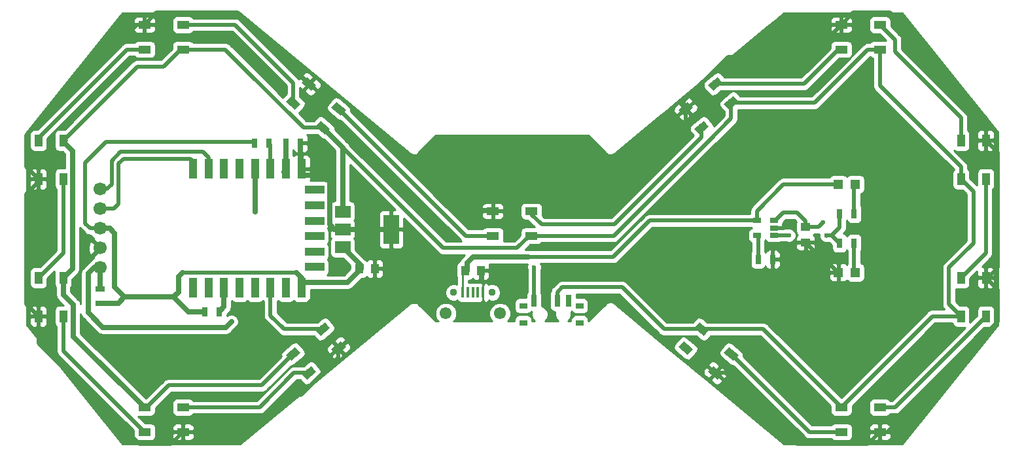
<source format=gtl>
G04 #@! TF.GenerationSoftware,KiCad,Pcbnew,(5.0.1-3-g963ef8bb5)*
G04 #@! TF.CreationDate,2019-02-08T19:31:27-05:00*
G04 #@! TF.ProjectId,glowtie,676C6F777469652E6B696361645F7063,rev?*
G04 #@! TF.SameCoordinates,Original*
G04 #@! TF.FileFunction,Copper,L1,Top,Signal*
G04 #@! TF.FilePolarity,Positive*
%FSLAX46Y46*%
G04 Gerber Fmt 4.6, Leading zero omitted, Abs format (unit mm)*
G04 Created by KiCad (PCBNEW (5.0.1-3-g963ef8bb5)) date Friday, February 08, 2019 at 07:31:27 PM*
%MOMM*%
%LPD*%
G01*
G04 APERTURE LIST*
G04 #@! TA.AperFunction,SMDPad,CuDef*
%ADD10C,1.000000*%
G04 #@! TD*
G04 #@! TA.AperFunction,Conductor*
%ADD11C,0.100000*%
G04 #@! TD*
G04 #@! TA.AperFunction,SMDPad,CuDef*
%ADD12R,1.600000X1.000000*%
G04 #@! TD*
G04 #@! TA.AperFunction,SMDPad,CuDef*
%ADD13R,1.000000X1.600000*%
G04 #@! TD*
G04 #@! TA.AperFunction,SMDPad,CuDef*
%ADD14R,0.700000X1.500000*%
G04 #@! TD*
G04 #@! TA.AperFunction,SMDPad,CuDef*
%ADD15R,1.000000X0.800000*%
G04 #@! TD*
G04 #@! TA.AperFunction,SMDPad,CuDef*
%ADD16R,2.000000X3.800000*%
G04 #@! TD*
G04 #@! TA.AperFunction,SMDPad,CuDef*
%ADD17R,2.000000X1.500000*%
G04 #@! TD*
G04 #@! TA.AperFunction,SMDPad,CuDef*
%ADD18R,1.100000X2.500000*%
G04 #@! TD*
G04 #@! TA.AperFunction,SMDPad,CuDef*
%ADD19R,2.500000X1.100000*%
G04 #@! TD*
G04 #@! TA.AperFunction,SMDPad,CuDef*
%ADD20R,1.060000X0.650000*%
G04 #@! TD*
G04 #@! TA.AperFunction,SMDPad,CuDef*
%ADD21R,1.000000X1.250000*%
G04 #@! TD*
G04 #@! TA.AperFunction,SMDPad,CuDef*
%ADD22R,1.250000X1.000000*%
G04 #@! TD*
G04 #@! TA.AperFunction,SMDPad,CuDef*
%ADD23R,1.200000X1.200000*%
G04 #@! TD*
G04 #@! TA.AperFunction,SMDPad,CuDef*
%ADD24R,0.400000X1.350000*%
G04 #@! TD*
G04 #@! TA.AperFunction,ComponentPad*
%ADD25C,0.950000*%
G04 #@! TD*
G04 #@! TA.AperFunction,ComponentPad*
%ADD26C,1.550000*%
G04 #@! TD*
G04 #@! TA.AperFunction,SMDPad,CuDef*
%ADD27R,0.700000X1.300000*%
G04 #@! TD*
G04 #@! TA.AperFunction,SMDPad,CuDef*
%ADD28R,1.300000X0.700000*%
G04 #@! TD*
G04 #@! TA.AperFunction,ComponentPad*
%ADD29C,1.700000*%
G04 #@! TD*
G04 #@! TA.AperFunction,ViaPad*
%ADD30C,0.600000*%
G04 #@! TD*
G04 #@! TA.AperFunction,Conductor*
%ADD31C,0.508000*%
G04 #@! TD*
G04 #@! TA.AperFunction,Conductor*
%ADD32C,0.254000*%
G04 #@! TD*
G04 #@! TA.AperFunction,Conductor*
%ADD33C,0.635000*%
G04 #@! TD*
G04 #@! TA.AperFunction,Conductor*
%ADD34C,0.500000*%
G04 #@! TD*
G04 APERTURE END LIST*
D10*
G04 #@! TO.P,LED1,3*
G04 #@! TO.N,GND*
X53743571Y-56768702D03*
D11*
G04 #@! TD*
G04 #@! TO.N,GND*
G04 #@! TO.C,LED1*
G36*
X53452129Y-57665954D02*
X52809342Y-56899910D01*
X54035013Y-55871450D01*
X54677800Y-56637494D01*
X53452129Y-57665954D01*
X53452129Y-57665954D01*
G37*
D10*
G04 #@! TO.P,LED1,4*
G04 #@! TO.N,LED_SIG*
X51686651Y-54317360D03*
D11*
G04 #@! TD*
G04 #@! TO.N,LED_SIG*
G04 #@! TO.C,LED1*
G36*
X51395209Y-55214612D02*
X50752422Y-54448568D01*
X51978093Y-53420108D01*
X52620880Y-54186152D01*
X51395209Y-55214612D01*
X51395209Y-55214612D01*
G37*
D10*
G04 #@! TO.P,LED1,2*
G04 #@! TO.N,Net-(LED1-Pad2)*
X49913349Y-59982640D03*
D11*
G04 #@! TD*
G04 #@! TO.N,Net-(LED1-Pad2)*
G04 #@! TO.C,LED1*
G36*
X49621907Y-60879892D02*
X48979120Y-60113848D01*
X50204791Y-59085388D01*
X50847578Y-59851432D01*
X49621907Y-60879892D01*
X49621907Y-60879892D01*
G37*
D10*
G04 #@! TO.P,LED1,1*
G04 #@! TO.N,+BATT*
X47856429Y-57531298D03*
D11*
G04 #@! TD*
G04 #@! TO.N,+BATT*
G04 #@! TO.C,LED1*
G36*
X47564987Y-58428550D02*
X46922200Y-57662506D01*
X48147871Y-56634046D01*
X48790658Y-57400090D01*
X47564987Y-58428550D01*
X47564987Y-58428550D01*
G37*
D12*
G04 #@! TO.P,LED2,3*
G04 #@! TO.N,GND*
X33615000Y-67640000D03*
G04 #@! TO.P,LED2,4*
G04 #@! TO.N,Net-(LED1-Pad2)*
X33615000Y-64440000D03*
G04 #@! TO.P,LED2,2*
G04 #@! TO.N,Net-(LED2-Pad2)*
X28615000Y-67640000D03*
G04 #@! TO.P,LED2,1*
G04 #@! TO.N,+BATT*
X28615000Y-64440000D03*
G04 #@! TD*
D13*
G04 #@! TO.P,LED3,3*
G04 #@! TO.N,GND*
X14910000Y-52665000D03*
G04 #@! TO.P,LED3,4*
G04 #@! TO.N,Net-(LED2-Pad2)*
X18110000Y-52665000D03*
G04 #@! TO.P,LED3,2*
G04 #@! TO.N,Net-(LED3-Pad2)*
X14910000Y-47665000D03*
G04 #@! TO.P,LED3,1*
G04 #@! TO.N,+BATT*
X18110000Y-47665000D03*
G04 #@! TD*
G04 #@! TO.P,LED4,3*
G04 #@! TO.N,GND*
X14910000Y-34885000D03*
G04 #@! TO.P,LED4,4*
G04 #@! TO.N,Net-(LED3-Pad2)*
X18110000Y-34885000D03*
G04 #@! TO.P,LED4,2*
G04 #@! TO.N,Net-(LED4-Pad2)*
X14910000Y-29885000D03*
G04 #@! TO.P,LED4,1*
G04 #@! TO.N,+BATT*
X18110000Y-29885000D03*
G04 #@! TD*
D12*
G04 #@! TO.P,LED5,3*
G04 #@! TO.N,GND*
X28615000Y-14910000D03*
G04 #@! TO.P,LED5,4*
G04 #@! TO.N,Net-(LED4-Pad2)*
X28615000Y-18110000D03*
G04 #@! TO.P,LED5,2*
G04 #@! TO.N,Net-(LED5-Pad2)*
X33615000Y-14910000D03*
G04 #@! TO.P,LED5,1*
G04 #@! TO.N,+BATT*
X33615000Y-18110000D03*
G04 #@! TD*
D10*
G04 #@! TO.P,LED6,3*
G04 #@! TO.N,GND*
X49913349Y-22567360D03*
D11*
G04 #@! TD*
G04 #@! TO.N,GND*
G04 #@! TO.C,LED6*
G36*
X50847578Y-22698568D02*
X50204791Y-23464612D01*
X48979120Y-22436152D01*
X49621907Y-21670108D01*
X50847578Y-22698568D01*
X50847578Y-22698568D01*
G37*
D10*
G04 #@! TO.P,LED6,4*
G04 #@! TO.N,Net-(LED5-Pad2)*
X47856429Y-25018702D03*
D11*
G04 #@! TD*
G04 #@! TO.N,Net-(LED5-Pad2)*
G04 #@! TO.C,LED6*
G36*
X48790658Y-25149910D02*
X48147871Y-25915954D01*
X46922200Y-24887494D01*
X47564987Y-24121450D01*
X48790658Y-25149910D01*
X48790658Y-25149910D01*
G37*
D10*
G04 #@! TO.P,LED6,2*
G04 #@! TO.N,Net-(LED6-Pad2)*
X53743571Y-25781298D03*
D11*
G04 #@! TD*
G04 #@! TO.N,Net-(LED6-Pad2)*
G04 #@! TO.C,LED6*
G36*
X54677800Y-25912506D02*
X54035013Y-26678550D01*
X52809342Y-25650090D01*
X53452129Y-24884046D01*
X54677800Y-25912506D01*
X54677800Y-25912506D01*
G37*
D10*
G04 #@! TO.P,LED6,1*
G04 #@! TO.N,+BATT*
X51686651Y-28232640D03*
D11*
G04 #@! TD*
G04 #@! TO.N,+BATT*
G04 #@! TO.C,LED6*
G36*
X52620880Y-28363848D02*
X51978093Y-29129892D01*
X50752422Y-28101432D01*
X51395209Y-27335388D01*
X52620880Y-28363848D01*
X52620880Y-28363848D01*
G37*
D12*
G04 #@! TO.P,LED7,3*
G04 #@! TO.N,GND*
X73700000Y-39040000D03*
G04 #@! TO.P,LED7,4*
G04 #@! TO.N,Net-(LED6-Pad2)*
X73700000Y-42240000D03*
G04 #@! TO.P,LED7,2*
G04 #@! TO.N,Net-(LED7-Pad2)*
X78700000Y-39040000D03*
G04 #@! TO.P,LED7,1*
G04 #@! TO.N,+BATT*
X78700000Y-42240000D03*
G04 #@! TD*
D10*
G04 #@! TO.P,LED8,3*
G04 #@! TO.N,GND*
X98656429Y-25781298D03*
D11*
G04 #@! TD*
G04 #@! TO.N,GND*
G04 #@! TO.C,LED8*
G36*
X98947871Y-24884046D02*
X99590658Y-25650090D01*
X98364987Y-26678550D01*
X97722200Y-25912506D01*
X98947871Y-24884046D01*
X98947871Y-24884046D01*
G37*
D10*
G04 #@! TO.P,LED8,4*
G04 #@! TO.N,Net-(LED7-Pad2)*
X100713349Y-28232640D03*
D11*
G04 #@! TD*
G04 #@! TO.N,Net-(LED7-Pad2)*
G04 #@! TO.C,LED8*
G36*
X101004791Y-27335388D02*
X101647578Y-28101432D01*
X100421907Y-29129892D01*
X99779120Y-28363848D01*
X101004791Y-27335388D01*
X101004791Y-27335388D01*
G37*
D10*
G04 #@! TO.P,LED8,2*
G04 #@! TO.N,Net-(LED8-Pad2)*
X102486651Y-22567360D03*
D11*
G04 #@! TD*
G04 #@! TO.N,Net-(LED8-Pad2)*
G04 #@! TO.C,LED8*
G36*
X102778093Y-21670108D02*
X103420880Y-22436152D01*
X102195209Y-23464612D01*
X101552422Y-22698568D01*
X102778093Y-21670108D01*
X102778093Y-21670108D01*
G37*
D10*
G04 #@! TO.P,LED8,1*
G04 #@! TO.N,+BATT*
X104543571Y-25018702D03*
D11*
G04 #@! TD*
G04 #@! TO.N,+BATT*
G04 #@! TO.C,LED8*
G36*
X104835013Y-24121450D02*
X105477800Y-24887494D01*
X104252129Y-25915954D01*
X103609342Y-25149910D01*
X104835013Y-24121450D01*
X104835013Y-24121450D01*
G37*
D12*
G04 #@! TO.P,LED9,3*
G04 #@! TO.N,GND*
X118785000Y-14910000D03*
G04 #@! TO.P,LED9,4*
G04 #@! TO.N,Net-(LED8-Pad2)*
X118785000Y-18110000D03*
G04 #@! TO.P,LED9,2*
G04 #@! TO.N,Net-(LED10-Pad4)*
X123785000Y-14910000D03*
G04 #@! TO.P,LED9,1*
G04 #@! TO.N,+BATT*
X123785000Y-18110000D03*
G04 #@! TD*
D14*
G04 #@! TO.P,SW1,1*
G04 #@! TO.N,Net-(10uF2-Pad1)*
X79030000Y-50640000D03*
G04 #@! TO.P,SW1,2*
G04 #@! TO.N,+BATT*
X82030000Y-50640000D03*
G04 #@! TO.P,SW1,3*
G04 #@! TO.N,N/C*
X83530000Y-50640000D03*
D15*
G04 #@! TO.P,SW1,*
G04 #@! TO.N,*
X77630000Y-53500000D03*
X84930000Y-53500000D03*
X84930000Y-51290000D03*
X77630000Y-51290000D03*
G04 #@! TD*
D13*
G04 #@! TO.P,LED10,3*
G04 #@! TO.N,GND*
X137490000Y-29885000D03*
G04 #@! TO.P,LED10,4*
G04 #@! TO.N,Net-(LED10-Pad4)*
X134290000Y-29885000D03*
G04 #@! TO.P,LED10,2*
G04 #@! TO.N,Net-(LED10-Pad2)*
X137490000Y-34885000D03*
G04 #@! TO.P,LED10,1*
G04 #@! TO.N,+BATT*
X134290000Y-34885000D03*
G04 #@! TD*
G04 #@! TO.P,LED11,3*
G04 #@! TO.N,GND*
X137490000Y-47665000D03*
G04 #@! TO.P,LED11,4*
G04 #@! TO.N,Net-(LED10-Pad2)*
X134290000Y-47665000D03*
G04 #@! TO.P,LED11,2*
G04 #@! TO.N,Net-(LED11-Pad2)*
X137490000Y-52665000D03*
G04 #@! TO.P,LED11,1*
G04 #@! TO.N,+BATT*
X134290000Y-52665000D03*
G04 #@! TD*
D12*
G04 #@! TO.P,LED12,3*
G04 #@! TO.N,GND*
X123785000Y-67640000D03*
G04 #@! TO.P,LED12,4*
G04 #@! TO.N,Net-(LED11-Pad2)*
X123785000Y-64440000D03*
G04 #@! TO.P,LED12,2*
G04 #@! TO.N,Net-(LED12-Pad2)*
X118785000Y-67640000D03*
G04 #@! TO.P,LED12,1*
G04 #@! TO.N,+BATT*
X118785000Y-64440000D03*
G04 #@! TD*
D10*
G04 #@! TO.P,LED13,3*
G04 #@! TO.N,GND*
X102486651Y-59982640D03*
D11*
G04 #@! TD*
G04 #@! TO.N,GND*
G04 #@! TO.C,LED13*
G36*
X101552422Y-59851432D02*
X102195209Y-59085388D01*
X103420880Y-60113848D01*
X102778093Y-60879892D01*
X101552422Y-59851432D01*
X101552422Y-59851432D01*
G37*
D10*
G04 #@! TO.P,LED13,4*
G04 #@! TO.N,Net-(LED12-Pad2)*
X104543571Y-57531298D03*
D11*
G04 #@! TD*
G04 #@! TO.N,Net-(LED12-Pad2)*
G04 #@! TO.C,LED13*
G36*
X103609342Y-57400090D02*
X104252129Y-56634046D01*
X105477800Y-57662506D01*
X104835013Y-58428550D01*
X103609342Y-57400090D01*
X103609342Y-57400090D01*
G37*
D10*
G04 #@! TO.P,LED13,2*
G04 #@! TO.N,N/C*
X98656429Y-56768702D03*
D11*
G04 #@! TD*
G04 #@! TO.N,N/C*
G04 #@! TO.C,LED13*
G36*
X97722200Y-56637494D02*
X98364987Y-55871450D01*
X99590658Y-56899910D01*
X98947871Y-57665954D01*
X97722200Y-56637494D01*
X97722200Y-56637494D01*
G37*
D10*
G04 #@! TO.P,LED13,1*
G04 #@! TO.N,+BATT*
X100713349Y-54317360D03*
D11*
G04 #@! TD*
G04 #@! TO.N,+BATT*
G04 #@! TO.C,LED13*
G36*
X99779120Y-54186152D02*
X100421907Y-53420108D01*
X101647578Y-54448568D01*
X101004791Y-55214612D01*
X99779120Y-54186152D01*
X99779120Y-54186152D01*
G37*
D16*
G04 #@! TO.P,U2,4*
G04 #@! TO.N,GND*
X60554000Y-41402000D03*
D17*
G04 #@! TO.P,U2,2*
X54254000Y-41402000D03*
G04 #@! TO.P,U2,3*
G04 #@! TO.N,+3V3*
X54254000Y-43702000D03*
G04 #@! TO.P,U2,1*
G04 #@! TO.N,+BATT*
X54254000Y-39102000D03*
G04 #@! TD*
D18*
G04 #@! TO.P,U3,1*
G04 #@! TO.N,N/C*
X34925000Y-48960000D03*
G04 #@! TO.P,U3,2*
X36925000Y-48960000D03*
G04 #@! TO.P,U3,3*
G04 #@! TO.N,Net-(R1-Pad2)*
X38925000Y-48960000D03*
G04 #@! TO.P,U3,4*
G04 #@! TO.N,N/C*
X40925000Y-48960000D03*
G04 #@! TO.P,U3,5*
X42925000Y-48960000D03*
G04 #@! TO.P,U3,6*
G04 #@! TO.N,LED_SIG*
X44925000Y-48960000D03*
G04 #@! TO.P,U3,7*
G04 #@! TO.N,N/C*
X46925000Y-48960000D03*
G04 #@! TO.P,U3,8*
G04 #@! TO.N,+3V3*
X48925000Y-48960000D03*
G04 #@! TO.P,U3,9*
G04 #@! TO.N,GND*
X48925000Y-33560000D03*
G04 #@! TO.P,U3,10*
G04 #@! TO.N,Net-(R3-Pad1)*
X46925000Y-33560000D03*
G04 #@! TO.P,U3,11*
G04 #@! TO.N,Net-(R5-Pad2)*
X44925000Y-33560000D03*
G04 #@! TO.P,U3,12*
G04 #@! TO.N,Net-(J5-Pad1)*
X42925000Y-33560000D03*
G04 #@! TO.P,U3,13*
G04 #@! TO.N,N/C*
X40925000Y-33560000D03*
G04 #@! TO.P,U3,14*
X38925000Y-33560000D03*
G04 #@! TO.P,U3,15*
G04 #@! TO.N,Net-(J2-Pad1)*
X36925000Y-33560000D03*
G04 #@! TO.P,U3,16*
G04 #@! TO.N,Net-(J4-Pad1)*
X34925000Y-33560000D03*
D19*
G04 #@! TO.P,U3,17*
G04 #@! TO.N,N/C*
X50625000Y-46270000D03*
G04 #@! TO.P,U3,18*
X50625000Y-44270000D03*
G04 #@! TO.P,U3,19*
X50625000Y-42270000D03*
G04 #@! TO.P,U3,20*
X50625000Y-40270000D03*
G04 #@! TO.P,U3,21*
X50625000Y-38270000D03*
G04 #@! TO.P,U3,22*
X50625000Y-36270000D03*
G04 #@! TD*
D20*
G04 #@! TO.P,U1,1*
G04 #@! TO.N,Net-(R470-Pad1)*
X110066000Y-42161500D03*
G04 #@! TO.P,U1,2*
G04 #@! TO.N,GND*
X110066000Y-41211500D03*
G04 #@! TO.P,U1,3*
G04 #@! TO.N,Net-(10uF2-Pad1)*
X110066000Y-40261500D03*
G04 #@! TO.P,U1,4*
G04 #@! TO.N,Net-(10uF1-Pad1)*
X107866000Y-40261500D03*
G04 #@! TO.P,U1,5*
G04 #@! TO.N,Net-(R2-Pad1)*
X107866000Y-42161500D03*
G04 #@! TD*
D21*
G04 #@! TO.P,1uF3,1*
G04 #@! TO.N,+3V3*
X56404000Y-46482000D03*
G04 #@! TO.P,1uF3,2*
G04 #@! TO.N,GND*
X58404000Y-46482000D03*
G04 #@! TD*
G04 #@! TO.P,10uF1,1*
G04 #@! TO.N,Net-(10uF1-Pad1)*
X70120000Y-46736000D03*
G04 #@! TO.P,10uF1,2*
G04 #@! TO.N,GND*
X72120000Y-46736000D03*
G04 #@! TD*
D22*
G04 #@! TO.P,10uF2,1*
G04 #@! TO.N,Net-(10uF2-Pad1)*
X114173000Y-41100500D03*
G04 #@! TO.P,10uF2,2*
G04 #@! TO.N,GND*
X114173000Y-43100500D03*
G04 #@! TD*
D23*
G04 #@! TO.P,D1,2*
G04 #@! TO.N,Net-(10uF1-Pad1)*
X118407000Y-35560000D03*
G04 #@! TO.P,D1,1*
G04 #@! TO.N,Net-(D1-Pad1)*
X120607000Y-35560000D03*
G04 #@! TD*
G04 #@! TO.P,D2,2*
G04 #@! TO.N,Net-(D2-Pad2)*
X120607000Y-46990000D03*
G04 #@! TO.P,D2,1*
G04 #@! TO.N,GND*
X118407000Y-46990000D03*
G04 #@! TD*
D24*
G04 #@! TO.P,J1,1*
G04 #@! TO.N,Net-(10uF1-Pad1)*
X69820000Y-49577000D03*
G04 #@! TO.P,J1,2*
G04 #@! TO.N,N/C*
X70470000Y-49577000D03*
G04 #@! TO.P,J1,3*
X71120000Y-49577000D03*
G04 #@! TO.P,J1,4*
X71770000Y-49577000D03*
G04 #@! TO.P,J1,5*
G04 #@! TO.N,GND*
X72420000Y-49577000D03*
D25*
G04 #@! TO.P,J1,6*
G04 #@! TO.N,Net-(J1-Pad6)*
X68620000Y-49577000D03*
X73620000Y-49577000D03*
D26*
X67620000Y-52277000D03*
X74620000Y-52277000D03*
G04 #@! TD*
D27*
G04 #@! TO.P,R1,1*
G04 #@! TO.N,+3V3*
X36388000Y-52070000D03*
G04 #@! TO.P,R1,2*
G04 #@! TO.N,Net-(R1-Pad2)*
X38288000Y-52070000D03*
G04 #@! TD*
G04 #@! TO.P,R2,1*
G04 #@! TO.N,Net-(R2-Pad1)*
X108016000Y-45275500D03*
G04 #@! TO.P,R2,2*
G04 #@! TO.N,GND*
X109916000Y-45275500D03*
G04 #@! TD*
G04 #@! TO.P,R3,1*
G04 #@! TO.N,Net-(R3-Pad1)*
X46929000Y-30226000D03*
G04 #@! TO.P,R3,2*
G04 #@! TO.N,GND*
X48829000Y-30226000D03*
G04 #@! TD*
D28*
G04 #@! TO.P,R4,1*
G04 #@! TO.N,+3V3*
X22860000Y-50988000D03*
G04 #@! TO.P,R4,2*
G04 #@! TO.N,Net-(J5-Pad1)*
X22860000Y-49088000D03*
G04 #@! TD*
D27*
G04 #@! TO.P,R5,1*
G04 #@! TO.N,+3V3*
X42865000Y-30226000D03*
G04 #@! TO.P,R5,2*
G04 #@! TO.N,Net-(R5-Pad2)*
X44765000Y-30226000D03*
G04 #@! TD*
G04 #@! TO.P,R470,1*
G04 #@! TO.N,Net-(R470-Pad1)*
X118557000Y-39370000D03*
G04 #@! TO.P,R470,2*
G04 #@! TO.N,Net-(D1-Pad1)*
X120457000Y-39370000D03*
G04 #@! TD*
G04 #@! TO.P,R470_1,1*
G04 #@! TO.N,Net-(R470-Pad1)*
X118557000Y-43180000D03*
G04 #@! TO.P,R470_1,2*
G04 #@! TO.N,Net-(D2-Pad2)*
X120457000Y-43180000D03*
G04 #@! TD*
D29*
G04 #@! TO.P,J11,1*
G04 #@! TO.N,GND*
X22860000Y-43815000D03*
G04 #@! TD*
G04 #@! TO.P,J10,1*
G04 #@! TO.N,+3V3*
X22860000Y-41275000D03*
G04 #@! TD*
G04 #@! TO.P,J5,1*
G04 #@! TO.N,Net-(J5-Pad1)*
X22860000Y-46355000D03*
G04 #@! TD*
G04 #@! TO.P,J4,1*
G04 #@! TO.N,Net-(J4-Pad1)*
X22860000Y-38735000D03*
G04 #@! TD*
G04 #@! TO.P,J2,1*
G04 #@! TO.N,Net-(J2-Pad1)*
X22860000Y-36195000D03*
G04 #@! TD*
D30*
G04 #@! TO.N,GND*
X112014000Y-40576500D03*
X115951000Y-44132500D03*
X71501000Y-38989000D03*
X63119000Y-41402000D03*
X113030000Y-20574000D03*
X51816000Y-32639000D03*
G04 #@! TO.N,Net-(10uF2-Pad1)*
X79057500Y-46291500D03*
X116459000Y-40449500D03*
G04 #@! TO.N,Net-(R470-Pad1)*
X116840000Y-42164000D03*
X112014000Y-42164000D03*
G04 #@! TO.N,Net-(J5-Pad1)*
X42926000Y-39116000D03*
X39878000Y-53340000D03*
G04 #@! TD*
D31*
G04 #@! TO.N,GND*
X110066000Y-41211500D02*
X111379000Y-41211500D01*
X111379000Y-41211500D02*
X112014000Y-40576500D01*
X115205000Y-44132500D02*
X115951000Y-44132500D01*
X73700000Y-39040000D02*
X76276000Y-39040000D01*
X98656429Y-29867571D02*
X98656429Y-25781298D01*
X89154000Y-39370000D02*
X98656429Y-29867571D01*
X81407000Y-39370000D02*
X89154000Y-39370000D01*
X79883000Y-37846000D02*
X81407000Y-39370000D01*
X77470000Y-37846000D02*
X79883000Y-37846000D01*
X76276000Y-39040000D02*
X77470000Y-37846000D01*
X115205000Y-44132500D02*
X114173000Y-43100500D01*
D32*
X65151000Y-50927000D02*
X72136000Y-50927000D01*
X65151000Y-50927000D02*
X59585273Y-50927000D01*
X53743571Y-56768702D02*
X59585273Y-50927000D01*
X72420000Y-50643000D02*
X72420000Y-49577000D01*
X72136000Y-50927000D02*
X72420000Y-50643000D01*
X72420000Y-49577000D02*
X72420000Y-47036000D01*
X72420000Y-47036000D02*
X72120000Y-46736000D01*
D33*
X73649000Y-38989000D02*
X71501000Y-38989000D01*
D31*
X63119000Y-41402000D02*
X60554000Y-41402000D01*
D33*
X73649000Y-38989000D02*
X73700000Y-39040000D01*
X48829000Y-30226000D02*
X48829000Y-34164000D01*
X48829000Y-34164000D02*
X48925000Y-34260000D01*
D32*
X72420000Y-47286000D02*
X71870000Y-46736000D01*
D31*
X114554000Y-19050000D02*
X113030000Y-20574000D01*
X104140000Y-19050000D02*
X99949000Y-23241000D01*
X99949000Y-23241000D02*
X98425000Y-24765000D01*
X98425000Y-24765000D02*
X98425000Y-25549869D01*
X98425000Y-25549869D02*
X98656429Y-25781298D01*
X51816000Y-34417000D02*
X51816000Y-32639000D01*
D33*
X52578000Y-35179000D02*
X51816000Y-34417000D01*
X53213000Y-41402000D02*
X52578000Y-40767000D01*
X52578000Y-40767000D02*
X52578000Y-35179000D01*
X54254000Y-41402000D02*
X53213000Y-41402000D01*
X51816000Y-34417000D02*
X49082000Y-34417000D01*
X49082000Y-34417000D02*
X48925000Y-34260000D01*
X54254000Y-41402000D02*
X60554000Y-41402000D01*
D34*
X33615000Y-67640000D02*
X42215000Y-67640000D01*
X42215000Y-67640000D02*
X46990000Y-62865000D01*
X46990000Y-62865000D02*
X48895000Y-62865000D01*
X48895000Y-62865000D02*
X53743571Y-58016429D01*
X53743571Y-58016429D02*
X53743571Y-56768702D01*
X14910000Y-52665000D02*
X14910000Y-56185000D01*
X14910000Y-56185000D02*
X27940000Y-69215000D01*
X27940000Y-69215000D02*
X32040000Y-69215000D01*
X32040000Y-69215000D02*
X33615000Y-67640000D01*
X14910000Y-34885000D02*
X14910000Y-35255000D01*
X14910000Y-35255000D02*
X13335000Y-36830000D01*
X13335000Y-51090000D02*
X14910000Y-52665000D01*
X13335000Y-36830000D02*
X13335000Y-51090000D01*
X28615000Y-14910000D02*
X27635000Y-14910000D01*
X13335000Y-33310000D02*
X14910000Y-34885000D01*
X13335000Y-29210000D02*
X13335000Y-33310000D01*
X27635000Y-14910000D02*
X13335000Y-29210000D01*
X49913349Y-22567360D02*
X49872360Y-22567360D01*
X49872360Y-22567360D02*
X40640000Y-13335000D01*
X30190000Y-13335000D02*
X28615000Y-14910000D01*
X40640000Y-13335000D02*
X30190000Y-13335000D01*
X104140000Y-19050000D02*
X114554000Y-19050000D01*
X114554000Y-19050000D02*
X114645000Y-19050000D01*
X114645000Y-19050000D02*
X118785000Y-14910000D01*
X137490000Y-29885000D02*
X137490000Y-27000000D01*
X120360000Y-13335000D02*
X118785000Y-14910000D01*
X125095000Y-13335000D02*
X120360000Y-13335000D01*
X125730000Y-13970000D02*
X125095000Y-13335000D01*
X125730000Y-15240000D02*
X125730000Y-13970000D01*
X137490000Y-27000000D02*
X125730000Y-15240000D01*
X137490000Y-47665000D02*
X137755000Y-47665000D01*
X137755000Y-47665000D02*
X139065000Y-46355000D01*
X139065000Y-31460000D02*
X137490000Y-29885000D01*
X139065000Y-46355000D02*
X139065000Y-31460000D01*
X123785000Y-67640000D02*
X124765000Y-67640000D01*
X139065000Y-49240000D02*
X137490000Y-47665000D01*
X139065000Y-53340000D02*
X139065000Y-49240000D01*
X124765000Y-67640000D02*
X139065000Y-53340000D01*
X102486651Y-59982640D02*
X103797640Y-59982640D01*
X122210000Y-69215000D02*
X123785000Y-67640000D01*
X113030000Y-69215000D02*
X122210000Y-69215000D01*
X103797640Y-59982640D02*
X113030000Y-69215000D01*
D31*
X115951000Y-44534000D02*
X118407000Y-46990000D01*
X115951000Y-44132500D02*
X115951000Y-44534000D01*
D33*
G04 #@! TO.N,+3V3*
X22860000Y-50988000D02*
X25212000Y-50988000D01*
X25212000Y-50988000D02*
X26035000Y-50165000D01*
X36388000Y-52070000D02*
X34290000Y-52070000D01*
X34290000Y-52070000D02*
X32385000Y-50165000D01*
D31*
X42738000Y-30099000D02*
X41148000Y-30099000D01*
X21590000Y-41275000D02*
X20955000Y-40640000D01*
X20955000Y-40640000D02*
X20955000Y-32766000D01*
X20955000Y-32766000D02*
X23622000Y-30099000D01*
X23622000Y-30099000D02*
X41148000Y-30099000D01*
X21590000Y-41275000D02*
X22860000Y-41275000D01*
X42738000Y-30099000D02*
X42865000Y-30226000D01*
X42418000Y-46990000D02*
X33528000Y-46990000D01*
X48260000Y-46990000D02*
X42418000Y-46990000D01*
D33*
X33020000Y-47498000D02*
X33020000Y-49530000D01*
X33020000Y-49530000D02*
X32385000Y-50165000D01*
X32385000Y-50165000D02*
X26035000Y-50165000D01*
X48925000Y-48260000D02*
X48925000Y-47655000D01*
X48260000Y-46990000D02*
X48925000Y-47655000D01*
X33020000Y-47498000D02*
X33528000Y-46990000D01*
X24130000Y-41275000D02*
X22860000Y-41275000D01*
X24765000Y-41910000D02*
X24130000Y-41275000D01*
X24765000Y-48895000D02*
X24765000Y-41910000D01*
X26035000Y-50165000D02*
X24765000Y-48895000D01*
X48925000Y-48260000D02*
X54864000Y-48260000D01*
X54864000Y-48260000D02*
X54876000Y-48260000D01*
X54876000Y-48260000D02*
X56654000Y-46482000D01*
X56654000Y-46482000D02*
X56654000Y-46102000D01*
X56654000Y-46102000D02*
X54254000Y-43702000D01*
D31*
G04 #@! TO.N,Net-(J2-Pad1)*
X22860000Y-36195000D02*
X23749000Y-36195000D01*
X36925000Y-32099000D02*
X36925000Y-34260000D01*
X36195000Y-31369000D02*
X36925000Y-32099000D01*
X25527000Y-31369000D02*
X36195000Y-31369000D01*
X24384000Y-32512000D02*
X25527000Y-31369000D01*
X24384000Y-35560000D02*
X24384000Y-32512000D01*
X23749000Y-36195000D02*
X24384000Y-35560000D01*
D32*
X36925000Y-34260000D02*
X36925000Y-32861000D01*
X36925000Y-32480000D02*
X36925000Y-34260000D01*
D31*
G04 #@! TO.N,Net-(J4-Pad1)*
X33274000Y-32258000D02*
X34544000Y-32258000D01*
X24638000Y-38735000D02*
X25273000Y-38100000D01*
X25273000Y-38100000D02*
X25273000Y-32893000D01*
X25273000Y-32893000D02*
X25908000Y-32258000D01*
X25908000Y-32258000D02*
X33274000Y-32258000D01*
X22860000Y-38735000D02*
X24638000Y-38735000D01*
X34544000Y-32258000D02*
X34925000Y-32639000D01*
X34925000Y-32639000D02*
X34925000Y-34260000D01*
X34925000Y-33909000D02*
X34925000Y-34260000D01*
D32*
X34925000Y-34260000D02*
X34925000Y-33655000D01*
X22860000Y-38735000D02*
X22225000Y-38735000D01*
D34*
G04 #@! TO.N,Net-(LED1-Pad2)*
X33615000Y-64440000D02*
X43510000Y-64440000D01*
X47967360Y-59982640D02*
X49913349Y-59982640D01*
X43510000Y-64440000D02*
X47967360Y-59982640D01*
G04 #@! TO.N,Net-(LED2-Pad2)*
X18110000Y-52665000D02*
X18110000Y-57135000D01*
X18110000Y-57135000D02*
X28615000Y-67640000D01*
G04 #@! TO.N,Net-(LED3-Pad2)*
X18110000Y-34885000D02*
X18110000Y-44465000D01*
X18110000Y-44465000D02*
X14910000Y-47665000D01*
G04 #@! TO.N,Net-(LED4-Pad2)*
X14910000Y-29885000D02*
X14910000Y-29540000D01*
X14910000Y-29540000D02*
X26340000Y-18110000D01*
X26340000Y-18110000D02*
X28615000Y-18110000D01*
G04 #@! TO.N,Net-(LED5-Pad2)*
X47856429Y-25018702D02*
X47856429Y-22456429D01*
X40310000Y-14910000D02*
X33615000Y-14910000D01*
X47856429Y-22456429D02*
X40310000Y-14910000D01*
G04 #@! TO.N,Net-(LED6-Pad2)*
X73700000Y-42240000D02*
X70202273Y-42240000D01*
X70202273Y-42240000D02*
X53743571Y-25781298D01*
D31*
G04 #@! TO.N,Net-(LED7-Pad2)*
X78700000Y-39040000D02*
X78700000Y-39457000D01*
X78700000Y-39457000D02*
X80010000Y-40767000D01*
X80010000Y-40767000D02*
X89408000Y-40767000D01*
X89408000Y-40767000D02*
X100713349Y-29461651D01*
X100713349Y-29461651D02*
X100713349Y-28232640D01*
D34*
G04 #@! TO.N,Net-(LED8-Pad2)*
X102486651Y-22567360D02*
X113957640Y-22567360D01*
X113957640Y-22567360D02*
X114935000Y-21590000D01*
X118785000Y-18110000D02*
X118415000Y-18110000D01*
X118415000Y-18110000D02*
X114935000Y-21590000D01*
X114935000Y-21590000D02*
X114592640Y-21932360D01*
G04 #@! TO.N,Net-(LED10-Pad4)*
X134290000Y-29885000D02*
X134290000Y-26975000D01*
X125730000Y-16855000D02*
X123785000Y-14910000D01*
X125730000Y-18415000D02*
X125730000Y-16855000D01*
X134290000Y-26975000D02*
X125730000Y-18415000D01*
G04 #@! TO.N,Net-(LED10-Pad2)*
X137490000Y-40945000D02*
X137490000Y-44465000D01*
X137490000Y-34885000D02*
X137490000Y-40945000D01*
X137490000Y-44465000D02*
X134290000Y-47665000D01*
G04 #@! TO.N,Net-(LED11-Pad2)*
X123785000Y-64440000D02*
X125715000Y-64440000D01*
X125715000Y-64440000D02*
X137490000Y-52665000D01*
G04 #@! TO.N,Net-(LED12-Pad2)*
X118785000Y-67640000D02*
X114652273Y-67640000D01*
X114652273Y-67640000D02*
X104543571Y-57531298D01*
D31*
G04 #@! TO.N,Net-(R2-Pad1)*
X108016000Y-45275500D02*
X108016000Y-42311500D01*
X108016000Y-42311500D02*
X107866000Y-42161500D01*
G04 #@! TO.N,Net-(10uF1-Pad1)*
X107866000Y-40261500D02*
X93977500Y-40261500D01*
X93977500Y-40261500D02*
X89281000Y-44958000D01*
X86614000Y-44958000D02*
X89281000Y-44958000D01*
D32*
X69820000Y-49577000D02*
X69820000Y-47036000D01*
X69820000Y-47036000D02*
X70120000Y-46736000D01*
X69820000Y-47036000D02*
X70120000Y-46736000D01*
D31*
X78105000Y-44958000D02*
X86614000Y-44958000D01*
X86614000Y-44958000D02*
X86741000Y-44958000D01*
D33*
X70370000Y-46736000D02*
X70370000Y-45708000D01*
X70370000Y-45708000D02*
X71120000Y-44958000D01*
X71120000Y-44958000D02*
X78105000Y-44958000D01*
X78105000Y-44958000D02*
X78232000Y-44958000D01*
D32*
X69820000Y-47286000D02*
X70370000Y-46736000D01*
D31*
X111315500Y-35560000D02*
X118407000Y-35560000D01*
X107866000Y-39009500D02*
X111315500Y-35560000D01*
X107866000Y-40261500D02*
X107866000Y-39009500D01*
G04 #@! TO.N,Net-(10uF2-Pad1)*
X110066000Y-40261500D02*
X110233500Y-40261500D01*
X110233500Y-40261500D02*
X111252000Y-39243000D01*
X111252000Y-39243000D02*
X113093500Y-39243000D01*
X113093500Y-39243000D02*
X114173000Y-40322500D01*
X114173000Y-40322500D02*
X114173000Y-41100500D01*
X79030000Y-48859000D02*
X79030000Y-46319000D01*
X79030000Y-50640000D02*
X79030000Y-48859000D01*
X79030000Y-46319000D02*
X79057500Y-46291500D01*
X114173000Y-41100500D02*
X115808000Y-41100500D01*
X116459000Y-40449500D02*
X115808000Y-41100500D01*
G04 #@! TO.N,Net-(R470-Pad1)*
X110066000Y-42161500D02*
X112011500Y-42161500D01*
X116840000Y-42164000D02*
X116903500Y-42227500D01*
X112011500Y-42161500D02*
X112014000Y-42164000D01*
X116840000Y-42164000D02*
X116906000Y-42164000D01*
X117541000Y-42164000D02*
X118557000Y-43180000D01*
X116840000Y-42164000D02*
X117541000Y-42164000D01*
X118557000Y-41148000D02*
X118557000Y-39370000D01*
X117541000Y-42164000D02*
X118557000Y-41148000D01*
G04 #@! TO.N,Net-(D1-Pad1)*
X120457000Y-35710000D02*
X120607000Y-35560000D01*
X120457000Y-39370000D02*
X120457000Y-35710000D01*
G04 #@! TO.N,Net-(D2-Pad2)*
X120457000Y-46840000D02*
X120607000Y-46990000D01*
X120457000Y-43815000D02*
X120457000Y-46840000D01*
G04 #@! TO.N,+BATT*
X134290000Y-52665000D02*
X130560000Y-52665000D01*
X130560000Y-52665000D02*
X118785000Y-64440000D01*
X132715000Y-50800000D02*
X132715000Y-51090000D01*
D34*
X132715000Y-50800000D02*
X132715000Y-46355000D01*
X132715000Y-46355000D02*
X135890000Y-43180000D01*
X135890000Y-43180000D02*
X135890000Y-36485000D01*
X134290000Y-34885000D02*
X135890000Y-36485000D01*
D31*
X132715000Y-51090000D02*
X134290000Y-52665000D01*
X101536500Y-30035500D02*
X104521000Y-27051000D01*
X104521000Y-27051000D02*
X104521000Y-25041273D01*
X104521000Y-25041273D02*
X104543571Y-25018702D01*
X78700000Y-42240000D02*
X89332000Y-42240000D01*
X89332000Y-42240000D02*
X101536500Y-30035500D01*
X101536500Y-30035500D02*
X101600000Y-29972000D01*
X82030000Y-50640000D02*
X82030000Y-49542000D01*
X95846360Y-54317360D02*
X100713349Y-54317360D01*
X90424000Y-48895000D02*
X95846360Y-54317360D01*
X82677000Y-48895000D02*
X90424000Y-48895000D01*
X82030000Y-49542000D02*
X82677000Y-48895000D01*
D33*
X18110000Y-47665000D02*
X18110000Y-49860000D01*
X19431000Y-55256000D02*
X28615000Y-64440000D01*
X19431000Y-51181000D02*
X19431000Y-55256000D01*
X18110000Y-49860000D02*
X19431000Y-51181000D01*
X51686651Y-28232640D02*
X54102000Y-30647989D01*
X18110000Y-29885000D02*
X18110000Y-30048000D01*
X18110000Y-30048000D02*
X19304000Y-31242000D01*
X19304000Y-31242000D02*
X19304000Y-46471000D01*
X19304000Y-46471000D02*
X18110000Y-47665000D01*
X54254000Y-39102000D02*
X54254000Y-30799989D01*
D34*
X18110000Y-47665000D02*
X18375000Y-47665000D01*
X104543571Y-25018702D02*
X115316298Y-25018702D01*
X115316298Y-25018702D02*
X116205000Y-24130000D01*
X47507727Y-57880000D02*
X47856429Y-57531298D01*
X28615000Y-64440000D02*
X28905000Y-64440000D01*
X28905000Y-64440000D02*
X31750000Y-61595000D01*
X31750000Y-61595000D02*
X39370000Y-61595000D01*
X43792727Y-61595000D02*
X47856429Y-57531298D01*
X39370000Y-61595000D02*
X43792727Y-61595000D01*
X18110000Y-47665000D02*
X18110000Y-48590000D01*
X18110000Y-29885000D02*
X18455000Y-29885000D01*
X33615000Y-18110000D02*
X33325000Y-18110000D01*
X33325000Y-18110000D02*
X31115000Y-20320000D01*
X27675000Y-20320000D02*
X18110000Y-29885000D01*
X31115000Y-20320000D02*
X27675000Y-20320000D01*
X51686651Y-28232640D02*
X49187640Y-28232640D01*
X49187640Y-28232640D02*
X40957500Y-20002500D01*
X40957500Y-20002500D02*
X39065000Y-18110000D01*
X39065000Y-18110000D02*
X33615000Y-18110000D01*
X78700000Y-42240000D02*
X78410000Y-42240000D01*
X78410000Y-42240000D02*
X76835000Y-43815000D01*
X76835000Y-43815000D02*
X67269011Y-43815000D01*
X67269011Y-43815000D02*
X54102000Y-30647989D01*
X123785000Y-18110000D02*
X122225000Y-18110000D01*
X122225000Y-18110000D02*
X116205000Y-24130000D01*
X116205000Y-24130000D02*
X115951298Y-24383702D01*
X134290000Y-34885000D02*
X134290000Y-33325000D01*
X134290000Y-33325000D02*
X123785000Y-22820000D01*
X123785000Y-22820000D02*
X123785000Y-18110000D01*
X118785000Y-64440000D02*
X119075000Y-64440000D01*
X100713349Y-54317360D02*
X108585000Y-54317360D01*
X108585000Y-54317360D02*
X108662360Y-54317360D01*
X108662360Y-54317360D02*
X118785000Y-64440000D01*
D33*
G04 #@! TO.N,Net-(J5-Pad1)*
X21336000Y-52197000D02*
X23241000Y-54102000D01*
X21336000Y-47117000D02*
X21336000Y-52197000D01*
X22098000Y-46355000D02*
X21336000Y-47117000D01*
X42925000Y-39115000D02*
X42925000Y-34260000D01*
X42926000Y-39116000D02*
X42925000Y-39115000D01*
X39116000Y-54102000D02*
X39878000Y-53340000D01*
X23241000Y-54102000D02*
X39116000Y-54102000D01*
X22860000Y-46355000D02*
X22098000Y-46355000D01*
X22860000Y-49088000D02*
X22860000Y-46355000D01*
D32*
X22860000Y-46355000D02*
X22225000Y-46355000D01*
D34*
X42925000Y-34260000D02*
X42925000Y-32765000D01*
G04 #@! TO.N,LED_SIG*
X51686651Y-54317360D02*
X46697360Y-54317360D01*
X44925000Y-52545000D02*
X44925000Y-48260000D01*
X46697360Y-54317360D02*
X44925000Y-52545000D01*
D33*
G04 #@! TO.N,Net-(R1-Pad2)*
X38925000Y-48260000D02*
X38925000Y-51433000D01*
X38925000Y-51433000D02*
X38288000Y-52070000D01*
D32*
X38088000Y-52070000D02*
X38100000Y-52070000D01*
D33*
X38688000Y-48497000D02*
X38925000Y-48260000D01*
D34*
X38735000Y-48450000D02*
X38925000Y-48260000D01*
D33*
G04 #@! TO.N,Net-(R3-Pad1)*
X46925000Y-34260000D02*
X46925000Y-30230000D01*
X46925000Y-30230000D02*
X46929000Y-30226000D01*
X46656000Y-33991000D02*
X46925000Y-34260000D01*
D31*
G04 #@! TO.N,Net-(R5-Pad2)*
X44925000Y-34260000D02*
X44925000Y-30386000D01*
X44925000Y-30386000D02*
X44765000Y-30226000D01*
D33*
X44784000Y-34119000D02*
X44925000Y-34260000D01*
D34*
X44925000Y-34260000D02*
X44925000Y-32860000D01*
G04 #@! TD*
D32*
G04 #@! TO.N,GND*
G36*
X62985987Y-31578689D02*
X63006144Y-31608856D01*
X63090097Y-31664952D01*
X63114904Y-31685506D01*
X63146084Y-31702361D01*
X63232727Y-31760254D01*
X63265089Y-31766691D01*
X63294121Y-31782385D01*
X63397790Y-31793088D01*
X63500000Y-31813419D01*
X63532365Y-31806981D01*
X63565190Y-31810370D01*
X63665064Y-31780585D01*
X63767273Y-31760254D01*
X63794710Y-31741922D01*
X63826335Y-31732490D01*
X63907207Y-31666753D01*
X63936665Y-31647070D01*
X63959437Y-31624298D01*
X64037797Y-31560603D01*
X64055052Y-31528683D01*
X66323736Y-29260000D01*
X86076265Y-29260000D01*
X88344949Y-31528685D01*
X88362203Y-31560603D01*
X88440558Y-31624294D01*
X88463334Y-31647070D01*
X88492798Y-31666757D01*
X88573665Y-31732490D01*
X88605289Y-31741921D01*
X88632726Y-31760254D01*
X88734934Y-31780584D01*
X88834810Y-31810370D01*
X88867638Y-31806981D01*
X88899999Y-31813418D01*
X89002203Y-31793088D01*
X89105878Y-31782385D01*
X89134910Y-31766691D01*
X89167273Y-31760254D01*
X89253921Y-31702358D01*
X89285095Y-31685506D01*
X89309898Y-31664955D01*
X89393856Y-31608856D01*
X89414014Y-31578687D01*
X95033435Y-26922595D01*
X97740832Y-26922595D01*
X97797359Y-26989962D01*
X97959740Y-27183480D01*
X98183815Y-27300126D01*
X98435473Y-27322142D01*
X98676399Y-27246178D01*
X99167096Y-26834435D01*
X99186663Y-26610783D01*
X98640775Y-25960220D01*
X97760399Y-26698943D01*
X97740832Y-26922595D01*
X95033435Y-26922595D01*
X96167441Y-25982990D01*
X97078607Y-25982990D01*
X97154571Y-26223917D01*
X97316951Y-26417434D01*
X97373479Y-26484801D01*
X97597131Y-26504368D01*
X98440195Y-25796952D01*
X98835351Y-25796952D01*
X99381238Y-26447515D01*
X99604890Y-26467082D01*
X100095587Y-26055338D01*
X100212233Y-25831263D01*
X100234251Y-25579606D01*
X100158287Y-25338679D01*
X99995907Y-25145162D01*
X99939379Y-25077795D01*
X99715727Y-25058228D01*
X98835351Y-25796952D01*
X98440195Y-25796952D01*
X98477507Y-25765644D01*
X97931620Y-25115081D01*
X97707968Y-25095514D01*
X97217271Y-25507258D01*
X97100625Y-25731333D01*
X97078607Y-25982990D01*
X96167441Y-25982990D01*
X97411965Y-24951813D01*
X98126195Y-24951813D01*
X98672083Y-25602376D01*
X99552459Y-24863653D01*
X99572026Y-24640001D01*
X99515499Y-24572634D01*
X99353118Y-24379116D01*
X99129043Y-24262470D01*
X98877385Y-24240454D01*
X98636459Y-24316418D01*
X98145762Y-24728161D01*
X98126195Y-24951813D01*
X97411965Y-24951813D01*
X109186524Y-15195750D01*
X117350000Y-15195750D01*
X117350000Y-15536310D01*
X117446673Y-15769699D01*
X117625302Y-15948327D01*
X117858691Y-16045000D01*
X118499250Y-16045000D01*
X118658000Y-15886250D01*
X118658000Y-15037000D01*
X118912000Y-15037000D01*
X118912000Y-15886250D01*
X119070750Y-16045000D01*
X119711309Y-16045000D01*
X119944698Y-15948327D01*
X120123327Y-15769699D01*
X120220000Y-15536310D01*
X120220000Y-15195750D01*
X120061250Y-15037000D01*
X118912000Y-15037000D01*
X118658000Y-15037000D01*
X117508750Y-15037000D01*
X117350000Y-15195750D01*
X109186524Y-15195750D01*
X110287286Y-14283690D01*
X117350000Y-14283690D01*
X117350000Y-14624250D01*
X117508750Y-14783000D01*
X118658000Y-14783000D01*
X118658000Y-13933750D01*
X118912000Y-13933750D01*
X118912000Y-14783000D01*
X120061250Y-14783000D01*
X120220000Y-14624250D01*
X120220000Y-14283690D01*
X120123327Y-14050301D01*
X119944698Y-13871673D01*
X119711309Y-13775000D01*
X119070750Y-13775000D01*
X118912000Y-13933750D01*
X118658000Y-13933750D01*
X118499250Y-13775000D01*
X117858691Y-13775000D01*
X117625302Y-13871673D01*
X117446673Y-14050301D01*
X117350000Y-14283690D01*
X110287286Y-14283690D01*
X111371913Y-13385000D01*
X126670772Y-13385000D01*
X139015001Y-28815286D01*
X139015000Y-53734715D01*
X126670772Y-69165000D01*
X111371913Y-69165000D01*
X101290858Y-60812125D01*
X101956417Y-60812125D01*
X101975984Y-61035777D01*
X102466681Y-61447520D01*
X102707607Y-61523484D01*
X102959265Y-61501468D01*
X103183340Y-61384822D01*
X103345721Y-61191304D01*
X103402248Y-61123937D01*
X103382681Y-60900285D01*
X102502305Y-60161562D01*
X101956417Y-60812125D01*
X101290858Y-60812125D01*
X100046334Y-59780948D01*
X100908829Y-59780948D01*
X100930847Y-60032605D01*
X101047493Y-60256680D01*
X101538190Y-60668424D01*
X101761842Y-60648857D01*
X102307729Y-59998294D01*
X102270418Y-59966986D01*
X102665573Y-59966986D01*
X103545949Y-60705710D01*
X103769601Y-60686143D01*
X103826129Y-60618776D01*
X103988509Y-60425259D01*
X104064473Y-60184332D01*
X104042455Y-59932675D01*
X103925809Y-59708600D01*
X103435112Y-59296856D01*
X103211460Y-59316423D01*
X102665573Y-59966986D01*
X102270418Y-59966986D01*
X101427353Y-59259570D01*
X101203701Y-59279137D01*
X101147173Y-59346504D01*
X100984793Y-59540021D01*
X100908829Y-59780948D01*
X100046334Y-59780948D01*
X98912328Y-58841343D01*
X101571054Y-58841343D01*
X101590621Y-59064995D01*
X102470997Y-59803718D01*
X103016885Y-59153155D01*
X102997318Y-58929503D01*
X102506621Y-58517760D01*
X102265695Y-58441796D01*
X102014037Y-58463812D01*
X101789962Y-58580458D01*
X101627581Y-58773976D01*
X101571054Y-58841343D01*
X98912328Y-58841343D01*
X96320612Y-56693922D01*
X97077224Y-56693922D01*
X97147914Y-56936449D01*
X97306034Y-57133462D01*
X98531705Y-58161922D01*
X98753182Y-58283429D01*
X99004299Y-58310930D01*
X99246826Y-58240240D01*
X99443839Y-58082120D01*
X99968781Y-57456518D01*
X102964366Y-57456518D01*
X103035056Y-57699045D01*
X103193176Y-57896058D01*
X104418847Y-58924518D01*
X104640324Y-59046025D01*
X104827184Y-59066489D01*
X113964850Y-68204156D01*
X114014224Y-68278049D01*
X114088117Y-68327423D01*
X114088118Y-68327424D01*
X114178425Y-68387765D01*
X114306963Y-68473652D01*
X114565108Y-68525000D01*
X114565112Y-68525000D01*
X114652272Y-68542337D01*
X114739432Y-68525000D01*
X117478541Y-68525000D01*
X117527191Y-68597809D01*
X117737235Y-68738157D01*
X117985000Y-68787440D01*
X119585000Y-68787440D01*
X119832765Y-68738157D01*
X120042809Y-68597809D01*
X120183157Y-68387765D01*
X120232440Y-68140000D01*
X120232440Y-67925750D01*
X122350000Y-67925750D01*
X122350000Y-68266310D01*
X122446673Y-68499699D01*
X122625302Y-68678327D01*
X122858691Y-68775000D01*
X123499250Y-68775000D01*
X123658000Y-68616250D01*
X123658000Y-67767000D01*
X123912000Y-67767000D01*
X123912000Y-68616250D01*
X124070750Y-68775000D01*
X124711309Y-68775000D01*
X124944698Y-68678327D01*
X125123327Y-68499699D01*
X125220000Y-68266310D01*
X125220000Y-67925750D01*
X125061250Y-67767000D01*
X123912000Y-67767000D01*
X123658000Y-67767000D01*
X122508750Y-67767000D01*
X122350000Y-67925750D01*
X120232440Y-67925750D01*
X120232440Y-67140000D01*
X120207316Y-67013690D01*
X122350000Y-67013690D01*
X122350000Y-67354250D01*
X122508750Y-67513000D01*
X123658000Y-67513000D01*
X123658000Y-66663750D01*
X123912000Y-66663750D01*
X123912000Y-67513000D01*
X125061250Y-67513000D01*
X125220000Y-67354250D01*
X125220000Y-67013690D01*
X125123327Y-66780301D01*
X124944698Y-66601673D01*
X124711309Y-66505000D01*
X124070750Y-66505000D01*
X123912000Y-66663750D01*
X123658000Y-66663750D01*
X123499250Y-66505000D01*
X122858691Y-66505000D01*
X122625302Y-66601673D01*
X122446673Y-66780301D01*
X122350000Y-67013690D01*
X120207316Y-67013690D01*
X120183157Y-66892235D01*
X120042809Y-66682191D01*
X119832765Y-66541843D01*
X119585000Y-66492560D01*
X117985000Y-66492560D01*
X117737235Y-66541843D01*
X117527191Y-66682191D01*
X117478541Y-66755000D01*
X115018852Y-66755000D01*
X106097819Y-57833968D01*
X106122776Y-57606078D01*
X106052086Y-57363551D01*
X105893966Y-57166538D01*
X104668295Y-56138078D01*
X104446818Y-56016571D01*
X104195701Y-55989070D01*
X103953174Y-56059760D01*
X103756161Y-56217880D01*
X103113374Y-56983924D01*
X102991867Y-57205401D01*
X102964366Y-57456518D01*
X99968781Y-57456518D01*
X100086626Y-57316076D01*
X100208133Y-57094599D01*
X100235634Y-56843482D01*
X100164944Y-56600955D01*
X100006824Y-56403942D01*
X98781153Y-55375482D01*
X98559676Y-55253975D01*
X98308559Y-55226474D01*
X98066032Y-55297164D01*
X97869019Y-55455284D01*
X97226232Y-56221328D01*
X97104725Y-56442805D01*
X97077224Y-56693922D01*
X96320612Y-56693922D01*
X89414014Y-50971313D01*
X89393856Y-50941144D01*
X89309898Y-50885045D01*
X89285095Y-50864494D01*
X89253921Y-50847642D01*
X89167273Y-50789746D01*
X89134910Y-50783309D01*
X89105878Y-50767615D01*
X89002203Y-50756912D01*
X88899999Y-50736582D01*
X88867638Y-50743019D01*
X88834810Y-50739630D01*
X88734934Y-50769416D01*
X88632726Y-50789746D01*
X88605289Y-50808079D01*
X88573665Y-50817510D01*
X88492798Y-50883243D01*
X88463334Y-50902930D01*
X88440558Y-50925706D01*
X88362203Y-50989397D01*
X88344949Y-51021315D01*
X86077440Y-53288825D01*
X86077440Y-53100000D01*
X86028157Y-52852235D01*
X85887809Y-52642191D01*
X85677765Y-52501843D01*
X85430000Y-52452560D01*
X84430000Y-52452560D01*
X84182235Y-52501843D01*
X83972191Y-52642191D01*
X83831843Y-52852235D01*
X83782560Y-53100000D01*
X83782560Y-53290000D01*
X83424421Y-53290000D01*
X83699818Y-53014603D01*
X83865000Y-52615820D01*
X83865000Y-52184180D01*
X83804218Y-52037440D01*
X83880000Y-52037440D01*
X83896280Y-52034202D01*
X83972191Y-52147809D01*
X84182235Y-52288157D01*
X84430000Y-52337440D01*
X85430000Y-52337440D01*
X85677765Y-52288157D01*
X85887809Y-52147809D01*
X86028157Y-51937765D01*
X86077440Y-51690000D01*
X86077440Y-50890000D01*
X86028157Y-50642235D01*
X85887809Y-50432191D01*
X85677765Y-50291843D01*
X85430000Y-50242560D01*
X84527440Y-50242560D01*
X84527440Y-49890000D01*
X84506356Y-49784000D01*
X90055765Y-49784000D01*
X95155831Y-54884067D01*
X95205427Y-54958293D01*
X95499490Y-55154779D01*
X95758804Y-55206360D01*
X95846359Y-55223776D01*
X95933914Y-55206360D01*
X99987719Y-55206360D01*
X100588625Y-55710580D01*
X100810102Y-55832087D01*
X101061219Y-55859588D01*
X101303746Y-55788898D01*
X101500759Y-55630778D01*
X101860244Y-55202360D01*
X108295782Y-55202360D01*
X117337560Y-64244139D01*
X117337560Y-64940000D01*
X117386843Y-65187765D01*
X117527191Y-65397809D01*
X117737235Y-65538157D01*
X117985000Y-65587440D01*
X119585000Y-65587440D01*
X119832765Y-65538157D01*
X120042809Y-65397809D01*
X120183157Y-65187765D01*
X120232440Y-64940000D01*
X120232440Y-64249795D01*
X130928236Y-53554000D01*
X133160263Y-53554000D01*
X133191843Y-53712765D01*
X133332191Y-53922809D01*
X133542235Y-54063157D01*
X133790000Y-54112440D01*
X134790000Y-54112440D01*
X134791225Y-54112196D01*
X125348422Y-63555000D01*
X125091459Y-63555000D01*
X125042809Y-63482191D01*
X124832765Y-63341843D01*
X124585000Y-63292560D01*
X122985000Y-63292560D01*
X122737235Y-63341843D01*
X122527191Y-63482191D01*
X122386843Y-63692235D01*
X122337560Y-63940000D01*
X122337560Y-64940000D01*
X122386843Y-65187765D01*
X122527191Y-65397809D01*
X122737235Y-65538157D01*
X122985000Y-65587440D01*
X124585000Y-65587440D01*
X124832765Y-65538157D01*
X125042809Y-65397809D01*
X125091459Y-65325000D01*
X125627839Y-65325000D01*
X125715000Y-65342337D01*
X125802161Y-65325000D01*
X125802165Y-65325000D01*
X126060310Y-65273652D01*
X126353049Y-65078049D01*
X126402425Y-65004153D01*
X137294139Y-54112440D01*
X137990000Y-54112440D01*
X138237765Y-54063157D01*
X138447809Y-53922809D01*
X138588157Y-53712765D01*
X138637440Y-53465000D01*
X138637440Y-51865000D01*
X138588157Y-51617235D01*
X138447809Y-51407191D01*
X138237765Y-51266843D01*
X137990000Y-51217560D01*
X136990000Y-51217560D01*
X136742235Y-51266843D01*
X136532191Y-51407191D01*
X136391843Y-51617235D01*
X136342560Y-51865000D01*
X136342560Y-52560861D01*
X135437196Y-53466225D01*
X135437440Y-53465000D01*
X135437440Y-51865000D01*
X135388157Y-51617235D01*
X135247809Y-51407191D01*
X135037765Y-51266843D01*
X134790000Y-51217560D01*
X134099795Y-51217560D01*
X133604000Y-50721765D01*
X133604000Y-50712444D01*
X133600000Y-50692335D01*
X133600000Y-49074647D01*
X133790000Y-49112440D01*
X134790000Y-49112440D01*
X135037765Y-49063157D01*
X135247809Y-48922809D01*
X135388157Y-48712765D01*
X135437440Y-48465000D01*
X135437440Y-47950750D01*
X136355000Y-47950750D01*
X136355000Y-48591309D01*
X136451673Y-48824698D01*
X136630301Y-49003327D01*
X136863690Y-49100000D01*
X137204250Y-49100000D01*
X137363000Y-48941250D01*
X137363000Y-47792000D01*
X137617000Y-47792000D01*
X137617000Y-48941250D01*
X137775750Y-49100000D01*
X138116310Y-49100000D01*
X138349699Y-49003327D01*
X138528327Y-48824698D01*
X138625000Y-48591309D01*
X138625000Y-47950750D01*
X138466250Y-47792000D01*
X137617000Y-47792000D01*
X137363000Y-47792000D01*
X136513750Y-47792000D01*
X136355000Y-47950750D01*
X135437440Y-47950750D01*
X135437440Y-47769138D01*
X136355000Y-46851578D01*
X136355000Y-47379250D01*
X136513750Y-47538000D01*
X137363000Y-47538000D01*
X137363000Y-46388750D01*
X137617000Y-46388750D01*
X137617000Y-47538000D01*
X138466250Y-47538000D01*
X138625000Y-47379250D01*
X138625000Y-46738691D01*
X138528327Y-46505302D01*
X138349699Y-46326673D01*
X138116310Y-46230000D01*
X137775750Y-46230000D01*
X137617000Y-46388750D01*
X137363000Y-46388750D01*
X137204250Y-46230000D01*
X136976579Y-46230000D01*
X138054156Y-45152423D01*
X138128049Y-45103049D01*
X138203754Y-44989750D01*
X138323651Y-44810311D01*
X138323652Y-44810310D01*
X138375000Y-44552165D01*
X138375000Y-44552161D01*
X138392337Y-44465001D01*
X138375000Y-44377841D01*
X138375000Y-36191459D01*
X138447809Y-36142809D01*
X138588157Y-35932765D01*
X138637440Y-35685000D01*
X138637440Y-34085000D01*
X138588157Y-33837235D01*
X138447809Y-33627191D01*
X138237765Y-33486843D01*
X137990000Y-33437560D01*
X136990000Y-33437560D01*
X136742235Y-33486843D01*
X136532191Y-33627191D01*
X136391843Y-33837235D01*
X136342560Y-34085000D01*
X136342560Y-35685000D01*
X136342804Y-35686225D01*
X135437440Y-34780862D01*
X135437440Y-34085000D01*
X135388157Y-33837235D01*
X135247809Y-33627191D01*
X135175000Y-33578541D01*
X135175000Y-33412159D01*
X135192337Y-33324999D01*
X135175000Y-33237839D01*
X135175000Y-33237835D01*
X135123652Y-32979690D01*
X135020095Y-32824707D01*
X134977424Y-32760845D01*
X134977423Y-32760844D01*
X134928049Y-32686951D01*
X134854156Y-32637577D01*
X133414155Y-31197576D01*
X133542235Y-31283157D01*
X133790000Y-31332440D01*
X134790000Y-31332440D01*
X135037765Y-31283157D01*
X135247809Y-31142809D01*
X135388157Y-30932765D01*
X135437440Y-30685000D01*
X135437440Y-30170750D01*
X136355000Y-30170750D01*
X136355000Y-30811309D01*
X136451673Y-31044698D01*
X136630301Y-31223327D01*
X136863690Y-31320000D01*
X137204250Y-31320000D01*
X137363000Y-31161250D01*
X137363000Y-30012000D01*
X137617000Y-30012000D01*
X137617000Y-31161250D01*
X137775750Y-31320000D01*
X138116310Y-31320000D01*
X138349699Y-31223327D01*
X138528327Y-31044698D01*
X138625000Y-30811309D01*
X138625000Y-30170750D01*
X138466250Y-30012000D01*
X137617000Y-30012000D01*
X137363000Y-30012000D01*
X136513750Y-30012000D01*
X136355000Y-30170750D01*
X135437440Y-30170750D01*
X135437440Y-29085000D01*
X135412316Y-28958691D01*
X136355000Y-28958691D01*
X136355000Y-29599250D01*
X136513750Y-29758000D01*
X137363000Y-29758000D01*
X137363000Y-28608750D01*
X137617000Y-28608750D01*
X137617000Y-29758000D01*
X138466250Y-29758000D01*
X138625000Y-29599250D01*
X138625000Y-28958691D01*
X138528327Y-28725302D01*
X138349699Y-28546673D01*
X138116310Y-28450000D01*
X137775750Y-28450000D01*
X137617000Y-28608750D01*
X137363000Y-28608750D01*
X137204250Y-28450000D01*
X136863690Y-28450000D01*
X136630301Y-28546673D01*
X136451673Y-28725302D01*
X136355000Y-28958691D01*
X135412316Y-28958691D01*
X135388157Y-28837235D01*
X135247809Y-28627191D01*
X135175000Y-28578541D01*
X135175000Y-27062159D01*
X135192337Y-26974999D01*
X135175000Y-26887839D01*
X135175000Y-26887835D01*
X135123652Y-26629690D01*
X135001926Y-26447515D01*
X134977424Y-26410845D01*
X134977423Y-26410844D01*
X134928049Y-26336951D01*
X134854156Y-26287577D01*
X126615000Y-18048422D01*
X126615000Y-16942159D01*
X126632337Y-16854999D01*
X126615000Y-16767839D01*
X126615000Y-16767835D01*
X126563652Y-16509690D01*
X126368049Y-16216951D01*
X126294156Y-16167577D01*
X125232440Y-15105862D01*
X125232440Y-14410000D01*
X125183157Y-14162235D01*
X125042809Y-13952191D01*
X124832765Y-13811843D01*
X124585000Y-13762560D01*
X122985000Y-13762560D01*
X122737235Y-13811843D01*
X122527191Y-13952191D01*
X122386843Y-14162235D01*
X122337560Y-14410000D01*
X122337560Y-15410000D01*
X122386843Y-15657765D01*
X122527191Y-15867809D01*
X122737235Y-16008157D01*
X122985000Y-16057440D01*
X123680862Y-16057440D01*
X124586225Y-16962804D01*
X124585000Y-16962560D01*
X122985000Y-16962560D01*
X122737235Y-17011843D01*
X122527191Y-17152191D01*
X122478541Y-17225000D01*
X122312161Y-17225000D01*
X122225000Y-17207663D01*
X122137839Y-17225000D01*
X122137835Y-17225000D01*
X121879690Y-17276348D01*
X121660845Y-17422576D01*
X121660844Y-17422577D01*
X121586951Y-17471951D01*
X121537577Y-17545844D01*
X120097576Y-18985846D01*
X120183157Y-18857765D01*
X120232440Y-18610000D01*
X120232440Y-17610000D01*
X120183157Y-17362235D01*
X120042809Y-17152191D01*
X119832765Y-17011843D01*
X119585000Y-16962560D01*
X117985000Y-16962560D01*
X117737235Y-17011843D01*
X117527191Y-17152191D01*
X117386843Y-17362235D01*
X117337560Y-17610000D01*
X117337560Y-17935861D01*
X114370848Y-20902574D01*
X114370845Y-20902576D01*
X113591062Y-21682360D01*
X103633546Y-21682360D01*
X103274061Y-21253942D01*
X103077048Y-21095822D01*
X102834521Y-21025132D01*
X102583404Y-21052633D01*
X102361927Y-21174140D01*
X101136256Y-22202600D01*
X100978136Y-22399613D01*
X100907446Y-22642140D01*
X100934947Y-22893257D01*
X101056454Y-23114734D01*
X101699241Y-23880778D01*
X101896254Y-24038898D01*
X102138781Y-24109588D01*
X102389898Y-24082087D01*
X102611375Y-23960580D01*
X103217048Y-23452360D01*
X113870479Y-23452360D01*
X113957640Y-23469697D01*
X114044801Y-23452360D01*
X114044805Y-23452360D01*
X114302950Y-23401012D01*
X114595689Y-23205409D01*
X114645065Y-23131513D01*
X115622424Y-22154155D01*
X115622426Y-22154152D01*
X118519139Y-19257440D01*
X119585000Y-19257440D01*
X119832765Y-19208157D01*
X119960846Y-19122575D01*
X115640848Y-23442574D01*
X115640845Y-23442576D01*
X114949720Y-24133702D01*
X105690466Y-24133702D01*
X105330981Y-23705284D01*
X105133968Y-23547164D01*
X104891441Y-23476474D01*
X104640324Y-23503975D01*
X104418847Y-23625482D01*
X103193176Y-24653942D01*
X103035056Y-24850955D01*
X102964366Y-25093482D01*
X102991867Y-25344599D01*
X103113374Y-25566076D01*
X103632000Y-26184151D01*
X103632000Y-26682764D01*
X102279165Y-28035600D01*
X102265053Y-27906743D01*
X102143546Y-27685266D01*
X101500759Y-26919222D01*
X101303746Y-26761102D01*
X101061219Y-26690412D01*
X100810102Y-26717913D01*
X100588625Y-26839420D01*
X99362954Y-27867880D01*
X99204834Y-28064893D01*
X99134144Y-28307420D01*
X99161645Y-28558537D01*
X99283152Y-28780014D01*
X99673067Y-29244697D01*
X89039765Y-39878000D01*
X80378236Y-39878000D01*
X80129654Y-39629418D01*
X80147440Y-39540000D01*
X80147440Y-38540000D01*
X80098157Y-38292235D01*
X79957809Y-38082191D01*
X79747765Y-37941843D01*
X79500000Y-37892560D01*
X77900000Y-37892560D01*
X77652235Y-37941843D01*
X77442191Y-38082191D01*
X77301843Y-38292235D01*
X77252560Y-38540000D01*
X77252560Y-39540000D01*
X77301843Y-39787765D01*
X77442191Y-39997809D01*
X77652235Y-40138157D01*
X77900000Y-40187440D01*
X78173205Y-40187440D01*
X79078324Y-41092560D01*
X77900000Y-41092560D01*
X77652235Y-41141843D01*
X77442191Y-41282191D01*
X77301843Y-41492235D01*
X77252560Y-41740000D01*
X77252560Y-42145861D01*
X76468422Y-42930000D01*
X75109647Y-42930000D01*
X75147440Y-42740000D01*
X75147440Y-41740000D01*
X75098157Y-41492235D01*
X74957809Y-41282191D01*
X74747765Y-41141843D01*
X74500000Y-41092560D01*
X72900000Y-41092560D01*
X72652235Y-41141843D01*
X72442191Y-41282191D01*
X72393541Y-41355000D01*
X70568852Y-41355000D01*
X68539602Y-39325750D01*
X72265000Y-39325750D01*
X72265000Y-39666310D01*
X72361673Y-39899699D01*
X72540302Y-40078327D01*
X72773691Y-40175000D01*
X73414250Y-40175000D01*
X73573000Y-40016250D01*
X73573000Y-39167000D01*
X73827000Y-39167000D01*
X73827000Y-40016250D01*
X73985750Y-40175000D01*
X74626309Y-40175000D01*
X74859698Y-40078327D01*
X75038327Y-39899699D01*
X75135000Y-39666310D01*
X75135000Y-39325750D01*
X74976250Y-39167000D01*
X73827000Y-39167000D01*
X73573000Y-39167000D01*
X72423750Y-39167000D01*
X72265000Y-39325750D01*
X68539602Y-39325750D01*
X67627542Y-38413690D01*
X72265000Y-38413690D01*
X72265000Y-38754250D01*
X72423750Y-38913000D01*
X73573000Y-38913000D01*
X73573000Y-38063750D01*
X73827000Y-38063750D01*
X73827000Y-38913000D01*
X74976250Y-38913000D01*
X75135000Y-38754250D01*
X75135000Y-38413690D01*
X75038327Y-38180301D01*
X74859698Y-38001673D01*
X74626309Y-37905000D01*
X73985750Y-37905000D01*
X73827000Y-38063750D01*
X73573000Y-38063750D01*
X73414250Y-37905000D01*
X72773691Y-37905000D01*
X72540302Y-38001673D01*
X72361673Y-38180301D01*
X72265000Y-38413690D01*
X67627542Y-38413690D01*
X55297819Y-26083968D01*
X55322776Y-25856078D01*
X55252086Y-25613551D01*
X55093966Y-25416538D01*
X53868295Y-24388078D01*
X53646818Y-24266571D01*
X53395701Y-24239070D01*
X53153174Y-24309760D01*
X52956161Y-24467880D01*
X52313374Y-25233924D01*
X52191867Y-25455401D01*
X52164366Y-25706518D01*
X52235056Y-25949045D01*
X52393176Y-26146058D01*
X53618847Y-27174518D01*
X53840324Y-27296025D01*
X54027184Y-27316489D01*
X69514849Y-42804155D01*
X69564224Y-42878049D01*
X69638117Y-42927423D01*
X69638118Y-42927424D01*
X69641973Y-42930000D01*
X67635590Y-42930000D01*
X55155532Y-30449943D01*
X55151235Y-30428342D01*
X54940714Y-30113275D01*
X54849595Y-30052391D01*
X54841852Y-30040803D01*
X53250321Y-28449273D01*
X53265856Y-28307420D01*
X53195166Y-28064893D01*
X53037046Y-27867880D01*
X51811375Y-26839420D01*
X51589898Y-26717913D01*
X51338781Y-26690412D01*
X51096254Y-26761102D01*
X50899241Y-26919222D01*
X50539756Y-27347640D01*
X49554219Y-27347640D01*
X48585512Y-26378933D01*
X48643839Y-26332120D01*
X49286626Y-25566076D01*
X49408133Y-25344599D01*
X49435634Y-25093482D01*
X49364944Y-24850955D01*
X49206824Y-24653942D01*
X48741429Y-24263429D01*
X48741429Y-23396845D01*
X49383115Y-23396845D01*
X49402682Y-23620497D01*
X49893379Y-24032240D01*
X50134305Y-24108204D01*
X50385963Y-24086188D01*
X50610038Y-23969542D01*
X50772419Y-23776024D01*
X50828946Y-23708657D01*
X50809379Y-23485005D01*
X49929003Y-22746282D01*
X49383115Y-23396845D01*
X48741429Y-23396845D01*
X48741429Y-23065639D01*
X48964888Y-23253144D01*
X49188540Y-23233577D01*
X49734427Y-22583014D01*
X49697116Y-22551706D01*
X50092271Y-22551706D01*
X50972647Y-23290430D01*
X51196299Y-23270863D01*
X51252827Y-23203496D01*
X51415207Y-23009979D01*
X51491171Y-22769052D01*
X51469153Y-22517395D01*
X51352507Y-22293320D01*
X50861810Y-21881576D01*
X50638158Y-21901143D01*
X50092271Y-22551706D01*
X49697116Y-22551706D01*
X48854051Y-21844290D01*
X48630399Y-21863857D01*
X48573871Y-21931224D01*
X48571648Y-21933873D01*
X48543853Y-21892274D01*
X48543852Y-21892273D01*
X48494478Y-21818380D01*
X48420585Y-21769006D01*
X48077642Y-21426063D01*
X48997752Y-21426063D01*
X49017319Y-21649715D01*
X49897695Y-22388438D01*
X50443583Y-21737875D01*
X50424016Y-21514223D01*
X49933319Y-21102480D01*
X49692393Y-21026516D01*
X49440735Y-21048532D01*
X49216660Y-21165178D01*
X49054279Y-21358696D01*
X48997752Y-21426063D01*
X48077642Y-21426063D01*
X40997425Y-14345847D01*
X40948049Y-14271951D01*
X40655310Y-14076348D01*
X40397165Y-14025000D01*
X40397161Y-14025000D01*
X40310000Y-14007663D01*
X40222839Y-14025000D01*
X34921459Y-14025000D01*
X34872809Y-13952191D01*
X34662765Y-13811843D01*
X34415000Y-13762560D01*
X32815000Y-13762560D01*
X32567235Y-13811843D01*
X32357191Y-13952191D01*
X32216843Y-14162235D01*
X32167560Y-14410000D01*
X32167560Y-15410000D01*
X32216843Y-15657765D01*
X32357191Y-15867809D01*
X32567235Y-16008157D01*
X32815000Y-16057440D01*
X34415000Y-16057440D01*
X34662765Y-16008157D01*
X34872809Y-15867809D01*
X34921459Y-15795000D01*
X39943422Y-15795000D01*
X46971430Y-22823009D01*
X46971429Y-23821587D01*
X46541060Y-24334481D01*
X41644926Y-19438348D01*
X41644924Y-19438345D01*
X39752425Y-17545847D01*
X39703049Y-17471951D01*
X39410310Y-17276348D01*
X39152165Y-17225000D01*
X39152161Y-17225000D01*
X39065000Y-17207663D01*
X38977839Y-17225000D01*
X34921459Y-17225000D01*
X34872809Y-17152191D01*
X34662765Y-17011843D01*
X34415000Y-16962560D01*
X32815000Y-16962560D01*
X32567235Y-17011843D01*
X32357191Y-17152191D01*
X32216843Y-17362235D01*
X32167560Y-17610000D01*
X32167560Y-18015861D01*
X30748422Y-19435000D01*
X27762161Y-19435000D01*
X27675000Y-19417663D01*
X27587839Y-19435000D01*
X27587835Y-19435000D01*
X27329690Y-19486348D01*
X27110845Y-19632576D01*
X27110844Y-19632577D01*
X27036951Y-19681951D01*
X26987577Y-19755844D01*
X18305862Y-28437560D01*
X17610000Y-28437560D01*
X17362235Y-28486843D01*
X17152191Y-28627191D01*
X17011843Y-28837235D01*
X16962560Y-29085000D01*
X16962560Y-30685000D01*
X17011843Y-30932765D01*
X17152191Y-31142809D01*
X17362235Y-31283157D01*
X17610000Y-31332440D01*
X18047402Y-31332440D01*
X18351500Y-31636538D01*
X18351500Y-33437560D01*
X17610000Y-33437560D01*
X17362235Y-33486843D01*
X17152191Y-33627191D01*
X17011843Y-33837235D01*
X16962560Y-34085000D01*
X16962560Y-35685000D01*
X17011843Y-35932765D01*
X17152191Y-36142809D01*
X17225000Y-36191459D01*
X17225001Y-44098420D01*
X15105862Y-46217560D01*
X14410000Y-46217560D01*
X14162235Y-46266843D01*
X13952191Y-46407191D01*
X13811843Y-46617235D01*
X13762560Y-46865000D01*
X13762560Y-48465000D01*
X13811843Y-48712765D01*
X13952191Y-48922809D01*
X14162235Y-49063157D01*
X14410000Y-49112440D01*
X15410000Y-49112440D01*
X15657765Y-49063157D01*
X15867809Y-48922809D01*
X16008157Y-48712765D01*
X16057440Y-48465000D01*
X16057440Y-47769138D01*
X16962804Y-46863775D01*
X16962560Y-46865000D01*
X16962560Y-48465000D01*
X17011843Y-48712765D01*
X17152191Y-48922809D01*
X17157501Y-48926357D01*
X17157501Y-49766185D01*
X17138840Y-49860000D01*
X17212765Y-50231646D01*
X17212766Y-50231647D01*
X17423287Y-50546714D01*
X17502817Y-50599855D01*
X18120522Y-51217560D01*
X17610000Y-51217560D01*
X17362235Y-51266843D01*
X17152191Y-51407191D01*
X17011843Y-51617235D01*
X16962560Y-51865000D01*
X16962560Y-53465000D01*
X17011843Y-53712765D01*
X17152191Y-53922809D01*
X17225000Y-53971459D01*
X17225001Y-57047835D01*
X17207663Y-57135000D01*
X17276348Y-57480309D01*
X17422576Y-57699154D01*
X17422578Y-57699156D01*
X17471952Y-57773049D01*
X17545845Y-57822423D01*
X27167560Y-67444139D01*
X27167560Y-68140000D01*
X27216843Y-68387765D01*
X27357191Y-68597809D01*
X27567235Y-68738157D01*
X27815000Y-68787440D01*
X29415000Y-68787440D01*
X29662765Y-68738157D01*
X29872809Y-68597809D01*
X30013157Y-68387765D01*
X30062440Y-68140000D01*
X30062440Y-67925750D01*
X32180000Y-67925750D01*
X32180000Y-68266310D01*
X32276673Y-68499699D01*
X32455302Y-68678327D01*
X32688691Y-68775000D01*
X33329250Y-68775000D01*
X33488000Y-68616250D01*
X33488000Y-67767000D01*
X33742000Y-67767000D01*
X33742000Y-68616250D01*
X33900750Y-68775000D01*
X34541309Y-68775000D01*
X34774698Y-68678327D01*
X34953327Y-68499699D01*
X35050000Y-68266310D01*
X35050000Y-67925750D01*
X34891250Y-67767000D01*
X33742000Y-67767000D01*
X33488000Y-67767000D01*
X32338750Y-67767000D01*
X32180000Y-67925750D01*
X30062440Y-67925750D01*
X30062440Y-67140000D01*
X30037316Y-67013690D01*
X32180000Y-67013690D01*
X32180000Y-67354250D01*
X32338750Y-67513000D01*
X33488000Y-67513000D01*
X33488000Y-66663750D01*
X33742000Y-66663750D01*
X33742000Y-67513000D01*
X34891250Y-67513000D01*
X35050000Y-67354250D01*
X35050000Y-67013690D01*
X34953327Y-66780301D01*
X34774698Y-66601673D01*
X34541309Y-66505000D01*
X33900750Y-66505000D01*
X33742000Y-66663750D01*
X33488000Y-66663750D01*
X33329250Y-66505000D01*
X32688691Y-66505000D01*
X32455302Y-66601673D01*
X32276673Y-66780301D01*
X32180000Y-67013690D01*
X30037316Y-67013690D01*
X30013157Y-66892235D01*
X29872809Y-66682191D01*
X29662765Y-66541843D01*
X29415000Y-66492560D01*
X28719139Y-66492560D01*
X27813775Y-65587196D01*
X27815000Y-65587440D01*
X29415000Y-65587440D01*
X29662765Y-65538157D01*
X29872809Y-65397809D01*
X30013157Y-65187765D01*
X30062440Y-64940000D01*
X30062440Y-64534138D01*
X30656578Y-63940000D01*
X32167560Y-63940000D01*
X32167560Y-64940000D01*
X32216843Y-65187765D01*
X32357191Y-65397809D01*
X32567235Y-65538157D01*
X32815000Y-65587440D01*
X34415000Y-65587440D01*
X34662765Y-65538157D01*
X34872809Y-65397809D01*
X34921459Y-65325000D01*
X43422839Y-65325000D01*
X43510000Y-65342337D01*
X43597161Y-65325000D01*
X43597165Y-65325000D01*
X43855310Y-65273652D01*
X44148049Y-65078049D01*
X44197425Y-65004153D01*
X48333939Y-60867640D01*
X48766454Y-60867640D01*
X49125939Y-61296058D01*
X49322952Y-61454178D01*
X49565479Y-61524868D01*
X49816596Y-61497367D01*
X50038073Y-61375860D01*
X51263744Y-60347400D01*
X51421864Y-60150387D01*
X51492554Y-59907860D01*
X51465053Y-59656743D01*
X51343546Y-59435266D01*
X50700759Y-58669222D01*
X50503746Y-58511102D01*
X50261219Y-58440412D01*
X50010102Y-58467913D01*
X49788625Y-58589420D01*
X49182952Y-59097640D01*
X48054521Y-59097640D01*
X47967360Y-59080303D01*
X47880199Y-59097640D01*
X47880195Y-59097640D01*
X47622050Y-59148988D01*
X47403205Y-59295216D01*
X47403204Y-59295217D01*
X47329311Y-59344591D01*
X47279937Y-59418484D01*
X43143422Y-63555000D01*
X34921459Y-63555000D01*
X34872809Y-63482191D01*
X34662765Y-63341843D01*
X34415000Y-63292560D01*
X32815000Y-63292560D01*
X32567235Y-63341843D01*
X32357191Y-63482191D01*
X32216843Y-63692235D01*
X32167560Y-63940000D01*
X30656578Y-63940000D01*
X32116579Y-62480000D01*
X43705566Y-62480000D01*
X43792727Y-62497337D01*
X43879888Y-62480000D01*
X43879892Y-62480000D01*
X44138037Y-62428652D01*
X44430776Y-62233049D01*
X44480152Y-62159153D01*
X47572817Y-59066489D01*
X47759676Y-59046025D01*
X47981153Y-58924518D01*
X49190209Y-57909999D01*
X52827974Y-57909999D01*
X52884501Y-57977366D01*
X53046882Y-58170884D01*
X53270957Y-58287530D01*
X53522615Y-58309546D01*
X53763541Y-58233582D01*
X54254238Y-57821839D01*
X54273805Y-57598187D01*
X53727917Y-56947624D01*
X52847541Y-57686347D01*
X52827974Y-57909999D01*
X49190209Y-57909999D01*
X49206824Y-57896058D01*
X49364944Y-57699045D01*
X49435634Y-57456518D01*
X49408133Y-57205401D01*
X49286626Y-56983924D01*
X49275273Y-56970394D01*
X52165749Y-56970394D01*
X52241713Y-57211321D01*
X52404093Y-57404838D01*
X52460621Y-57472205D01*
X52684273Y-57491772D01*
X53527337Y-56784356D01*
X53922493Y-56784356D01*
X54468380Y-57434919D01*
X54692032Y-57454486D01*
X55182729Y-57042742D01*
X55299375Y-56818667D01*
X55321393Y-56567010D01*
X55245429Y-56326083D01*
X55083049Y-56132566D01*
X55026521Y-56065199D01*
X54802869Y-56045632D01*
X53922493Y-56784356D01*
X53527337Y-56784356D01*
X53564649Y-56753048D01*
X53018762Y-56102485D01*
X52795110Y-56082918D01*
X52304413Y-56494662D01*
X52187767Y-56718737D01*
X52165749Y-56970394D01*
X49275273Y-56970394D01*
X48643839Y-56217880D01*
X48446826Y-56059760D01*
X48204299Y-55989070D01*
X47953182Y-56016571D01*
X47731705Y-56138078D01*
X46506034Y-57166538D01*
X46347914Y-57363551D01*
X46277224Y-57606078D01*
X46302181Y-57833967D01*
X43426149Y-60710000D01*
X31837161Y-60710000D01*
X31750000Y-60692663D01*
X31662839Y-60710000D01*
X31662835Y-60710000D01*
X31404690Y-60761348D01*
X31185845Y-60907576D01*
X31185844Y-60907577D01*
X31111951Y-60956951D01*
X31062577Y-61030844D01*
X28807730Y-63285692D01*
X21461255Y-55939217D01*
X53213337Y-55939217D01*
X53759225Y-56589780D01*
X54639601Y-55851057D01*
X54659168Y-55627405D01*
X54602641Y-55560038D01*
X54440260Y-55366520D01*
X54216185Y-55249874D01*
X53964527Y-55227858D01*
X53723601Y-55303822D01*
X53232904Y-55715565D01*
X53213337Y-55939217D01*
X21461255Y-55939217D01*
X20383500Y-54861463D01*
X20383500Y-52290810D01*
X20438765Y-52568646D01*
X20495320Y-52653286D01*
X20649287Y-52883714D01*
X20728817Y-52936854D01*
X22501147Y-54709186D01*
X22554286Y-54788714D01*
X22633813Y-54841852D01*
X22633814Y-54841853D01*
X22869353Y-54999235D01*
X23241000Y-55073160D01*
X23334810Y-55054500D01*
X39022190Y-55054500D01*
X39116000Y-55073160D01*
X39209810Y-55054500D01*
X39487647Y-54999235D01*
X39802714Y-54788714D01*
X39855856Y-54709181D01*
X40617853Y-53947186D01*
X40667689Y-53872601D01*
X40670655Y-53869635D01*
X40672260Y-53865760D01*
X40775235Y-53711647D01*
X40811395Y-53529858D01*
X40813000Y-53525983D01*
X40813000Y-53521789D01*
X40849160Y-53340000D01*
X40813000Y-53158211D01*
X40813000Y-53154017D01*
X40811395Y-53150142D01*
X40775235Y-52968353D01*
X40672260Y-52814240D01*
X40670655Y-52810365D01*
X40667689Y-52807399D01*
X40564714Y-52653286D01*
X40410601Y-52550311D01*
X40407635Y-52547345D01*
X40403760Y-52545740D01*
X40249647Y-52442765D01*
X40067858Y-52406605D01*
X40063983Y-52405000D01*
X40059789Y-52405000D01*
X39878000Y-52368840D01*
X39696211Y-52405000D01*
X39692017Y-52405000D01*
X39688142Y-52406605D01*
X39506353Y-52442765D01*
X39352240Y-52545740D01*
X39348365Y-52547345D01*
X39345399Y-52550311D01*
X39285440Y-52590374D01*
X39285440Y-52419598D01*
X39532183Y-52172855D01*
X39611714Y-52119714D01*
X39822235Y-51804647D01*
X39830850Y-51761335D01*
X39896160Y-51433001D01*
X39877500Y-51339191D01*
X39877500Y-50704766D01*
X39925000Y-50673027D01*
X40127235Y-50808157D01*
X40375000Y-50857440D01*
X41475000Y-50857440D01*
X41722765Y-50808157D01*
X41925000Y-50673027D01*
X42127235Y-50808157D01*
X42375000Y-50857440D01*
X43475000Y-50857440D01*
X43722765Y-50808157D01*
X43925000Y-50673027D01*
X44040000Y-50749868D01*
X44040000Y-52457839D01*
X44022663Y-52545000D01*
X44040000Y-52632161D01*
X44040000Y-52632164D01*
X44091348Y-52890309D01*
X44286951Y-53183049D01*
X44360847Y-53232425D01*
X46009937Y-54881516D01*
X46059311Y-54955409D01*
X46133204Y-55004783D01*
X46133205Y-55004784D01*
X46137852Y-55007889D01*
X46352050Y-55151012D01*
X46610195Y-55202360D01*
X46610199Y-55202360D01*
X46697360Y-55219697D01*
X46784521Y-55202360D01*
X50539756Y-55202360D01*
X50899241Y-55630778D01*
X51096254Y-55788898D01*
X51338781Y-55859588D01*
X51589898Y-55832087D01*
X51811375Y-55710580D01*
X53037046Y-54682120D01*
X53195166Y-54485107D01*
X53265856Y-54242580D01*
X53238355Y-53991463D01*
X53116848Y-53769986D01*
X52474061Y-53003942D01*
X52277048Y-52845822D01*
X52034521Y-52775132D01*
X51783404Y-52802633D01*
X51561927Y-52924140D01*
X50956254Y-53432360D01*
X47063939Y-53432360D01*
X45810000Y-52178422D01*
X45810000Y-50749868D01*
X45925000Y-50673027D01*
X46127235Y-50808157D01*
X46375000Y-50857440D01*
X47475000Y-50857440D01*
X47722765Y-50808157D01*
X47925000Y-50673027D01*
X48127235Y-50808157D01*
X48375000Y-50857440D01*
X49475000Y-50857440D01*
X49722765Y-50808157D01*
X49932809Y-50667809D01*
X50073157Y-50457765D01*
X50122440Y-50210000D01*
X50122440Y-49212500D01*
X54782190Y-49212500D01*
X54876000Y-49231160D01*
X54969810Y-49212500D01*
X55247647Y-49157235D01*
X55562714Y-48946714D01*
X55615856Y-48867181D01*
X56728598Y-47754440D01*
X56904000Y-47754440D01*
X57151765Y-47705157D01*
X57361809Y-47564809D01*
X57402654Y-47503680D01*
X57544302Y-47645327D01*
X57777691Y-47742000D01*
X58118250Y-47742000D01*
X58277000Y-47583250D01*
X58277000Y-46609000D01*
X58531000Y-46609000D01*
X58531000Y-47583250D01*
X58689750Y-47742000D01*
X59030309Y-47742000D01*
X59263698Y-47645327D01*
X59442327Y-47466699D01*
X59539000Y-47233310D01*
X59539000Y-46767750D01*
X59380250Y-46609000D01*
X58531000Y-46609000D01*
X58277000Y-46609000D01*
X58257000Y-46609000D01*
X58257000Y-46355000D01*
X58277000Y-46355000D01*
X58277000Y-45380750D01*
X58531000Y-45380750D01*
X58531000Y-46355000D01*
X59380250Y-46355000D01*
X59539000Y-46196250D01*
X59539000Y-45730690D01*
X59442327Y-45497301D01*
X59263698Y-45318673D01*
X59030309Y-45222000D01*
X58689750Y-45222000D01*
X58531000Y-45380750D01*
X58277000Y-45380750D01*
X58118250Y-45222000D01*
X57777691Y-45222000D01*
X57544302Y-45318673D01*
X57402654Y-45460320D01*
X57361809Y-45399191D01*
X57170199Y-45271161D01*
X55901440Y-44002402D01*
X55901440Y-42952000D01*
X55852157Y-42704235D01*
X55751073Y-42552953D01*
X55792327Y-42511699D01*
X55889000Y-42278310D01*
X55889000Y-41687750D01*
X58919000Y-41687750D01*
X58919000Y-43428310D01*
X59015673Y-43661699D01*
X59194302Y-43840327D01*
X59427691Y-43937000D01*
X60268250Y-43937000D01*
X60427000Y-43778250D01*
X60427000Y-41529000D01*
X60681000Y-41529000D01*
X60681000Y-43778250D01*
X60839750Y-43937000D01*
X61680309Y-43937000D01*
X61913698Y-43840327D01*
X62092327Y-43661699D01*
X62189000Y-43428310D01*
X62189000Y-41687750D01*
X62030250Y-41529000D01*
X60681000Y-41529000D01*
X60427000Y-41529000D01*
X59077750Y-41529000D01*
X58919000Y-41687750D01*
X55889000Y-41687750D01*
X55730250Y-41529000D01*
X54381000Y-41529000D01*
X54381000Y-41549000D01*
X54127000Y-41549000D01*
X54127000Y-41529000D01*
X52777750Y-41529000D01*
X52619000Y-41687750D01*
X52619000Y-42278310D01*
X52715673Y-42511699D01*
X52756927Y-42552953D01*
X52655843Y-42704235D01*
X52606560Y-42952000D01*
X52606560Y-44452000D01*
X52655843Y-44699765D01*
X52796191Y-44909809D01*
X53006235Y-45050157D01*
X53254000Y-45099440D01*
X54304402Y-45099440D01*
X55256560Y-46051598D01*
X55256560Y-46532402D01*
X54481463Y-47307500D01*
X52288374Y-47307500D01*
X52332809Y-47277809D01*
X52473157Y-47067765D01*
X52522440Y-46820000D01*
X52522440Y-45720000D01*
X52473157Y-45472235D01*
X52338027Y-45270000D01*
X52473157Y-45067765D01*
X52522440Y-44820000D01*
X52522440Y-43720000D01*
X52473157Y-43472235D01*
X52338027Y-43270000D01*
X52473157Y-43067765D01*
X52522440Y-42820000D01*
X52522440Y-41720000D01*
X52473157Y-41472235D01*
X52338027Y-41270000D01*
X52473157Y-41067765D01*
X52522440Y-40820000D01*
X52522440Y-39720000D01*
X52473157Y-39472235D01*
X52338027Y-39270000D01*
X52473157Y-39067765D01*
X52522440Y-38820000D01*
X52522440Y-37720000D01*
X52473157Y-37472235D01*
X52338027Y-37270000D01*
X52473157Y-37067765D01*
X52522440Y-36820000D01*
X52522440Y-35720000D01*
X52473157Y-35472235D01*
X52332809Y-35262191D01*
X52122765Y-35121843D01*
X51875000Y-35072560D01*
X50053563Y-35072560D01*
X50110000Y-34936309D01*
X50110000Y-33845750D01*
X49951250Y-33687000D01*
X49052000Y-33687000D01*
X49052000Y-33707000D01*
X48798000Y-33707000D01*
X48798000Y-33687000D01*
X48778000Y-33687000D01*
X48778000Y-33433000D01*
X48798000Y-33433000D01*
X48798000Y-31833750D01*
X49052000Y-31833750D01*
X49052000Y-33433000D01*
X49951250Y-33433000D01*
X50110000Y-33274250D01*
X50110000Y-32183691D01*
X50013327Y-31950302D01*
X49834699Y-31771673D01*
X49601310Y-31675000D01*
X49210750Y-31675000D01*
X49052000Y-31833750D01*
X48798000Y-31833750D01*
X48639250Y-31675000D01*
X48248690Y-31675000D01*
X48015301Y-31771673D01*
X47933600Y-31853375D01*
X47932809Y-31852191D01*
X47877500Y-31815234D01*
X47877500Y-31122041D01*
X47882721Y-31095791D01*
X47940673Y-31235699D01*
X48119302Y-31414327D01*
X48352691Y-31511000D01*
X48543250Y-31511000D01*
X48702000Y-31352250D01*
X48702000Y-30353000D01*
X48956000Y-30353000D01*
X48956000Y-31352250D01*
X49114750Y-31511000D01*
X49305309Y-31511000D01*
X49538698Y-31414327D01*
X49717327Y-31235699D01*
X49814000Y-31002310D01*
X49814000Y-30511750D01*
X49655250Y-30353000D01*
X48956000Y-30353000D01*
X48702000Y-30353000D01*
X48682000Y-30353000D01*
X48682000Y-30099000D01*
X48702000Y-30099000D01*
X48702000Y-30079000D01*
X48956000Y-30079000D01*
X48956000Y-30099000D01*
X49655250Y-30099000D01*
X49814000Y-29940250D01*
X49814000Y-29449690D01*
X49717327Y-29216301D01*
X49618665Y-29117640D01*
X50956254Y-29117640D01*
X51561927Y-29625860D01*
X51783404Y-29747367D01*
X51863065Y-29756091D01*
X53301501Y-31194528D01*
X53301500Y-37704560D01*
X53254000Y-37704560D01*
X53006235Y-37753843D01*
X52796191Y-37894191D01*
X52655843Y-38104235D01*
X52606560Y-38352000D01*
X52606560Y-39852000D01*
X52655843Y-40099765D01*
X52756927Y-40251047D01*
X52715673Y-40292301D01*
X52619000Y-40525690D01*
X52619000Y-41116250D01*
X52777750Y-41275000D01*
X54127000Y-41275000D01*
X54127000Y-41255000D01*
X54381000Y-41255000D01*
X54381000Y-41275000D01*
X55730250Y-41275000D01*
X55889000Y-41116250D01*
X55889000Y-40525690D01*
X55792327Y-40292301D01*
X55751073Y-40251047D01*
X55852157Y-40099765D01*
X55901440Y-39852000D01*
X55901440Y-39375690D01*
X58919000Y-39375690D01*
X58919000Y-41116250D01*
X59077750Y-41275000D01*
X60427000Y-41275000D01*
X60427000Y-39025750D01*
X60268250Y-38867000D01*
X59427691Y-38867000D01*
X59194302Y-38963673D01*
X59015673Y-39142301D01*
X58919000Y-39375690D01*
X55901440Y-39375690D01*
X55901440Y-38352000D01*
X55852157Y-38104235D01*
X55711809Y-37894191D01*
X55501765Y-37753843D01*
X55254000Y-37704560D01*
X55206500Y-37704560D01*
X55206500Y-33004067D01*
X61069432Y-38867000D01*
X60839750Y-38867000D01*
X60681000Y-39025750D01*
X60681000Y-41275000D01*
X62030250Y-41275000D01*
X62189000Y-41116250D01*
X62189000Y-39986568D01*
X66581588Y-44379156D01*
X66630962Y-44453049D01*
X66704855Y-44502423D01*
X66704856Y-44502424D01*
X66867546Y-44611130D01*
X66923701Y-44648652D01*
X67181846Y-44700000D01*
X67181850Y-44700000D01*
X67269011Y-44717337D01*
X67356172Y-44700000D01*
X70030963Y-44700000D01*
X69762817Y-44968146D01*
X69683287Y-45021286D01*
X69549174Y-45222000D01*
X69472765Y-45336354D01*
X69440354Y-45499293D01*
X69372235Y-45512843D01*
X69162191Y-45653191D01*
X69021843Y-45863235D01*
X68972560Y-46111000D01*
X68972560Y-47361000D01*
X69021843Y-47608765D01*
X69058001Y-47662878D01*
X69058000Y-48556971D01*
X68840793Y-48467000D01*
X68399207Y-48467000D01*
X67991236Y-48635988D01*
X67678988Y-48948236D01*
X67510000Y-49356207D01*
X67510000Y-49797793D01*
X67678988Y-50205764D01*
X67991236Y-50518012D01*
X68399207Y-50687000D01*
X68840793Y-50687000D01*
X69080583Y-50587675D01*
X69162191Y-50709809D01*
X69372235Y-50850157D01*
X69620000Y-50899440D01*
X70020000Y-50899440D01*
X70145000Y-50874576D01*
X70270000Y-50899440D01*
X70670000Y-50899440D01*
X70795000Y-50874576D01*
X70920000Y-50899440D01*
X71320000Y-50899440D01*
X71445000Y-50874576D01*
X71570000Y-50899440D01*
X71970000Y-50899440D01*
X72073852Y-50878783D01*
X72093690Y-50887000D01*
X72161250Y-50887000D01*
X72193208Y-50855042D01*
X72217765Y-50850157D01*
X72427809Y-50709809D01*
X72520000Y-50571836D01*
X72520000Y-50728250D01*
X72678750Y-50887000D01*
X72746310Y-50887000D01*
X72979699Y-50790327D01*
X73158327Y-50611698D01*
X73166980Y-50590808D01*
X73399207Y-50687000D01*
X73840793Y-50687000D01*
X74248764Y-50518012D01*
X74561012Y-50205764D01*
X74730000Y-49797793D01*
X74730000Y-49356207D01*
X74561012Y-48948236D01*
X74248764Y-48635988D01*
X73840793Y-48467000D01*
X73399207Y-48467000D01*
X73166980Y-48563192D01*
X73158327Y-48542302D01*
X72979699Y-48363673D01*
X72746310Y-48267000D01*
X72678750Y-48267000D01*
X72520000Y-48425750D01*
X72520000Y-48582164D01*
X72427809Y-48444191D01*
X72217765Y-48303843D01*
X72193208Y-48298958D01*
X72161250Y-48267000D01*
X72093690Y-48267000D01*
X72073852Y-48275217D01*
X71970000Y-48254560D01*
X71570000Y-48254560D01*
X71445000Y-48279424D01*
X71320000Y-48254560D01*
X70920000Y-48254560D01*
X70795000Y-48279424D01*
X70670000Y-48254560D01*
X70582000Y-48254560D01*
X70582000Y-48008440D01*
X70620000Y-48008440D01*
X70867765Y-47959157D01*
X71077809Y-47818809D01*
X71118654Y-47757680D01*
X71260302Y-47899327D01*
X71493691Y-47996000D01*
X71834250Y-47996000D01*
X71993000Y-47837250D01*
X71993000Y-46863000D01*
X72247000Y-46863000D01*
X72247000Y-47837250D01*
X72405750Y-47996000D01*
X72746309Y-47996000D01*
X72979698Y-47899327D01*
X73158327Y-47720699D01*
X73255000Y-47487310D01*
X73255000Y-47021750D01*
X73096250Y-46863000D01*
X72247000Y-46863000D01*
X71993000Y-46863000D01*
X71973000Y-46863000D01*
X71973000Y-46609000D01*
X71993000Y-46609000D01*
X71993000Y-46589000D01*
X72247000Y-46589000D01*
X72247000Y-46609000D01*
X73096250Y-46609000D01*
X73255000Y-46450250D01*
X73255000Y-45984690D01*
X73224269Y-45910500D01*
X78203279Y-45910500D01*
X78122500Y-46105517D01*
X78122500Y-46477483D01*
X78141001Y-46522148D01*
X78141000Y-48946555D01*
X78141001Y-48946560D01*
X78141001Y-49553700D01*
X78081843Y-49642235D01*
X78032560Y-49890000D01*
X78032560Y-50242560D01*
X77130000Y-50242560D01*
X76882235Y-50291843D01*
X76672191Y-50432191D01*
X76531843Y-50642235D01*
X76482560Y-50890000D01*
X76482560Y-51690000D01*
X76531843Y-51937765D01*
X76672191Y-52147809D01*
X76882235Y-52288157D01*
X77130000Y-52337440D01*
X78130000Y-52337440D01*
X78377765Y-52288157D01*
X78587809Y-52147809D01*
X78663720Y-52034202D01*
X78680000Y-52037440D01*
X78755782Y-52037440D01*
X78695000Y-52184180D01*
X78695000Y-52615820D01*
X78860182Y-53014603D01*
X79135579Y-53290000D01*
X78777440Y-53290000D01*
X78777440Y-53100000D01*
X78728157Y-52852235D01*
X78587809Y-52642191D01*
X78377765Y-52501843D01*
X78130000Y-52452560D01*
X77130000Y-52452560D01*
X76882235Y-52501843D01*
X76672191Y-52642191D01*
X76531843Y-52852235D01*
X76482560Y-53100000D01*
X76482560Y-53290000D01*
X75601042Y-53290000D01*
X75815341Y-53075701D01*
X76030000Y-52557467D01*
X76030000Y-51996533D01*
X75815341Y-51478299D01*
X75418701Y-51081659D01*
X74900467Y-50867000D01*
X74339533Y-50867000D01*
X73821299Y-51081659D01*
X73424659Y-51478299D01*
X73210000Y-51996533D01*
X73210000Y-52557467D01*
X73424659Y-53075701D01*
X73638958Y-53290000D01*
X68601042Y-53290000D01*
X68815341Y-53075701D01*
X69030000Y-52557467D01*
X69030000Y-51996533D01*
X68815341Y-51478299D01*
X68418701Y-51081659D01*
X67900467Y-50867000D01*
X67339533Y-50867000D01*
X66821299Y-51081659D01*
X66424659Y-51478299D01*
X66210000Y-51996533D01*
X66210000Y-52557467D01*
X66424659Y-53075701D01*
X66638958Y-53290000D01*
X66323736Y-53290000D01*
X64055052Y-51021317D01*
X64037797Y-50989397D01*
X63959437Y-50925702D01*
X63936665Y-50902930D01*
X63907207Y-50883247D01*
X63826335Y-50817510D01*
X63794710Y-50808078D01*
X63767273Y-50789746D01*
X63665064Y-50769415D01*
X63565190Y-50739630D01*
X63532365Y-50743019D01*
X63500000Y-50736581D01*
X63397790Y-50756912D01*
X63294121Y-50767615D01*
X63265089Y-50783309D01*
X63232727Y-50789746D01*
X63146084Y-50847639D01*
X63114904Y-50864494D01*
X63090097Y-50885048D01*
X63006144Y-50941144D01*
X62985987Y-50971311D01*
X41028088Y-69165000D01*
X25729228Y-69165000D01*
X13385000Y-53734716D01*
X13385000Y-52950750D01*
X13775000Y-52950750D01*
X13775000Y-53591309D01*
X13871673Y-53824698D01*
X14050301Y-54003327D01*
X14283690Y-54100000D01*
X14624250Y-54100000D01*
X14783000Y-53941250D01*
X14783000Y-52792000D01*
X15037000Y-52792000D01*
X15037000Y-53941250D01*
X15195750Y-54100000D01*
X15536310Y-54100000D01*
X15769699Y-54003327D01*
X15948327Y-53824698D01*
X16045000Y-53591309D01*
X16045000Y-52950750D01*
X15886250Y-52792000D01*
X15037000Y-52792000D01*
X14783000Y-52792000D01*
X13933750Y-52792000D01*
X13775000Y-52950750D01*
X13385000Y-52950750D01*
X13385000Y-51738691D01*
X13775000Y-51738691D01*
X13775000Y-52379250D01*
X13933750Y-52538000D01*
X14783000Y-52538000D01*
X14783000Y-51388750D01*
X15037000Y-51388750D01*
X15037000Y-52538000D01*
X15886250Y-52538000D01*
X16045000Y-52379250D01*
X16045000Y-51738691D01*
X15948327Y-51505302D01*
X15769699Y-51326673D01*
X15536310Y-51230000D01*
X15195750Y-51230000D01*
X15037000Y-51388750D01*
X14783000Y-51388750D01*
X14624250Y-51230000D01*
X14283690Y-51230000D01*
X14050301Y-51326673D01*
X13871673Y-51505302D01*
X13775000Y-51738691D01*
X13385000Y-51738691D01*
X13385000Y-35170750D01*
X13775000Y-35170750D01*
X13775000Y-35811309D01*
X13871673Y-36044698D01*
X14050301Y-36223327D01*
X14283690Y-36320000D01*
X14624250Y-36320000D01*
X14783000Y-36161250D01*
X14783000Y-35012000D01*
X15037000Y-35012000D01*
X15037000Y-36161250D01*
X15195750Y-36320000D01*
X15536310Y-36320000D01*
X15769699Y-36223327D01*
X15948327Y-36044698D01*
X16045000Y-35811309D01*
X16045000Y-35170750D01*
X15886250Y-35012000D01*
X15037000Y-35012000D01*
X14783000Y-35012000D01*
X13933750Y-35012000D01*
X13775000Y-35170750D01*
X13385000Y-35170750D01*
X13385000Y-33958691D01*
X13775000Y-33958691D01*
X13775000Y-34599250D01*
X13933750Y-34758000D01*
X14783000Y-34758000D01*
X14783000Y-33608750D01*
X15037000Y-33608750D01*
X15037000Y-34758000D01*
X15886250Y-34758000D01*
X16045000Y-34599250D01*
X16045000Y-33958691D01*
X15948327Y-33725302D01*
X15769699Y-33546673D01*
X15536310Y-33450000D01*
X15195750Y-33450000D01*
X15037000Y-33608750D01*
X14783000Y-33608750D01*
X14624250Y-33450000D01*
X14283690Y-33450000D01*
X14050301Y-33546673D01*
X13871673Y-33725302D01*
X13775000Y-33958691D01*
X13385000Y-33958691D01*
X13385000Y-29085000D01*
X13762560Y-29085000D01*
X13762560Y-30685000D01*
X13811843Y-30932765D01*
X13952191Y-31142809D01*
X14162235Y-31283157D01*
X14410000Y-31332440D01*
X15410000Y-31332440D01*
X15657765Y-31283157D01*
X15867809Y-31142809D01*
X16008157Y-30932765D01*
X16057440Y-30685000D01*
X16057440Y-29644138D01*
X26706579Y-18995000D01*
X27308541Y-18995000D01*
X27357191Y-19067809D01*
X27567235Y-19208157D01*
X27815000Y-19257440D01*
X29415000Y-19257440D01*
X29662765Y-19208157D01*
X29872809Y-19067809D01*
X30013157Y-18857765D01*
X30062440Y-18610000D01*
X30062440Y-17610000D01*
X30013157Y-17362235D01*
X29872809Y-17152191D01*
X29662765Y-17011843D01*
X29415000Y-16962560D01*
X27815000Y-16962560D01*
X27567235Y-17011843D01*
X27357191Y-17152191D01*
X27308541Y-17225000D01*
X26427160Y-17225000D01*
X26339999Y-17207663D01*
X26252838Y-17225000D01*
X26252835Y-17225000D01*
X25994690Y-17276348D01*
X25775845Y-17422576D01*
X25775844Y-17422577D01*
X25701951Y-17471951D01*
X25652577Y-17545844D01*
X14760862Y-28437560D01*
X14410000Y-28437560D01*
X14162235Y-28486843D01*
X13952191Y-28627191D01*
X13811843Y-28837235D01*
X13762560Y-29085000D01*
X13385000Y-29085000D01*
X13385000Y-28815284D01*
X24280627Y-15195750D01*
X27180000Y-15195750D01*
X27180000Y-15536310D01*
X27276673Y-15769699D01*
X27455302Y-15948327D01*
X27688691Y-16045000D01*
X28329250Y-16045000D01*
X28488000Y-15886250D01*
X28488000Y-15037000D01*
X28742000Y-15037000D01*
X28742000Y-15886250D01*
X28900750Y-16045000D01*
X29541309Y-16045000D01*
X29774698Y-15948327D01*
X29953327Y-15769699D01*
X30050000Y-15536310D01*
X30050000Y-15195750D01*
X29891250Y-15037000D01*
X28742000Y-15037000D01*
X28488000Y-15037000D01*
X27338750Y-15037000D01*
X27180000Y-15195750D01*
X24280627Y-15195750D01*
X25010275Y-14283690D01*
X27180000Y-14283690D01*
X27180000Y-14624250D01*
X27338750Y-14783000D01*
X28488000Y-14783000D01*
X28488000Y-13933750D01*
X28742000Y-13933750D01*
X28742000Y-14783000D01*
X29891250Y-14783000D01*
X30050000Y-14624250D01*
X30050000Y-14283690D01*
X29953327Y-14050301D01*
X29774698Y-13871673D01*
X29541309Y-13775000D01*
X28900750Y-13775000D01*
X28742000Y-13933750D01*
X28488000Y-13933750D01*
X28329250Y-13775000D01*
X27688691Y-13775000D01*
X27455302Y-13871673D01*
X27276673Y-14050301D01*
X27180000Y-14283690D01*
X25010275Y-14283690D01*
X25729228Y-13385000D01*
X41028088Y-13385000D01*
X62985987Y-31578689D01*
X62985987Y-31578689D01*
G37*
X62985987Y-31578689D02*
X63006144Y-31608856D01*
X63090097Y-31664952D01*
X63114904Y-31685506D01*
X63146084Y-31702361D01*
X63232727Y-31760254D01*
X63265089Y-31766691D01*
X63294121Y-31782385D01*
X63397790Y-31793088D01*
X63500000Y-31813419D01*
X63532365Y-31806981D01*
X63565190Y-31810370D01*
X63665064Y-31780585D01*
X63767273Y-31760254D01*
X63794710Y-31741922D01*
X63826335Y-31732490D01*
X63907207Y-31666753D01*
X63936665Y-31647070D01*
X63959437Y-31624298D01*
X64037797Y-31560603D01*
X64055052Y-31528683D01*
X66323736Y-29260000D01*
X86076265Y-29260000D01*
X88344949Y-31528685D01*
X88362203Y-31560603D01*
X88440558Y-31624294D01*
X88463334Y-31647070D01*
X88492798Y-31666757D01*
X88573665Y-31732490D01*
X88605289Y-31741921D01*
X88632726Y-31760254D01*
X88734934Y-31780584D01*
X88834810Y-31810370D01*
X88867638Y-31806981D01*
X88899999Y-31813418D01*
X89002203Y-31793088D01*
X89105878Y-31782385D01*
X89134910Y-31766691D01*
X89167273Y-31760254D01*
X89253921Y-31702358D01*
X89285095Y-31685506D01*
X89309898Y-31664955D01*
X89393856Y-31608856D01*
X89414014Y-31578687D01*
X95033435Y-26922595D01*
X97740832Y-26922595D01*
X97797359Y-26989962D01*
X97959740Y-27183480D01*
X98183815Y-27300126D01*
X98435473Y-27322142D01*
X98676399Y-27246178D01*
X99167096Y-26834435D01*
X99186663Y-26610783D01*
X98640775Y-25960220D01*
X97760399Y-26698943D01*
X97740832Y-26922595D01*
X95033435Y-26922595D01*
X96167441Y-25982990D01*
X97078607Y-25982990D01*
X97154571Y-26223917D01*
X97316951Y-26417434D01*
X97373479Y-26484801D01*
X97597131Y-26504368D01*
X98440195Y-25796952D01*
X98835351Y-25796952D01*
X99381238Y-26447515D01*
X99604890Y-26467082D01*
X100095587Y-26055338D01*
X100212233Y-25831263D01*
X100234251Y-25579606D01*
X100158287Y-25338679D01*
X99995907Y-25145162D01*
X99939379Y-25077795D01*
X99715727Y-25058228D01*
X98835351Y-25796952D01*
X98440195Y-25796952D01*
X98477507Y-25765644D01*
X97931620Y-25115081D01*
X97707968Y-25095514D01*
X97217271Y-25507258D01*
X97100625Y-25731333D01*
X97078607Y-25982990D01*
X96167441Y-25982990D01*
X97411965Y-24951813D01*
X98126195Y-24951813D01*
X98672083Y-25602376D01*
X99552459Y-24863653D01*
X99572026Y-24640001D01*
X99515499Y-24572634D01*
X99353118Y-24379116D01*
X99129043Y-24262470D01*
X98877385Y-24240454D01*
X98636459Y-24316418D01*
X98145762Y-24728161D01*
X98126195Y-24951813D01*
X97411965Y-24951813D01*
X109186524Y-15195750D01*
X117350000Y-15195750D01*
X117350000Y-15536310D01*
X117446673Y-15769699D01*
X117625302Y-15948327D01*
X117858691Y-16045000D01*
X118499250Y-16045000D01*
X118658000Y-15886250D01*
X118658000Y-15037000D01*
X118912000Y-15037000D01*
X118912000Y-15886250D01*
X119070750Y-16045000D01*
X119711309Y-16045000D01*
X119944698Y-15948327D01*
X120123327Y-15769699D01*
X120220000Y-15536310D01*
X120220000Y-15195750D01*
X120061250Y-15037000D01*
X118912000Y-15037000D01*
X118658000Y-15037000D01*
X117508750Y-15037000D01*
X117350000Y-15195750D01*
X109186524Y-15195750D01*
X110287286Y-14283690D01*
X117350000Y-14283690D01*
X117350000Y-14624250D01*
X117508750Y-14783000D01*
X118658000Y-14783000D01*
X118658000Y-13933750D01*
X118912000Y-13933750D01*
X118912000Y-14783000D01*
X120061250Y-14783000D01*
X120220000Y-14624250D01*
X120220000Y-14283690D01*
X120123327Y-14050301D01*
X119944698Y-13871673D01*
X119711309Y-13775000D01*
X119070750Y-13775000D01*
X118912000Y-13933750D01*
X118658000Y-13933750D01*
X118499250Y-13775000D01*
X117858691Y-13775000D01*
X117625302Y-13871673D01*
X117446673Y-14050301D01*
X117350000Y-14283690D01*
X110287286Y-14283690D01*
X111371913Y-13385000D01*
X126670772Y-13385000D01*
X139015001Y-28815286D01*
X139015000Y-53734715D01*
X126670772Y-69165000D01*
X111371913Y-69165000D01*
X101290858Y-60812125D01*
X101956417Y-60812125D01*
X101975984Y-61035777D01*
X102466681Y-61447520D01*
X102707607Y-61523484D01*
X102959265Y-61501468D01*
X103183340Y-61384822D01*
X103345721Y-61191304D01*
X103402248Y-61123937D01*
X103382681Y-60900285D01*
X102502305Y-60161562D01*
X101956417Y-60812125D01*
X101290858Y-60812125D01*
X100046334Y-59780948D01*
X100908829Y-59780948D01*
X100930847Y-60032605D01*
X101047493Y-60256680D01*
X101538190Y-60668424D01*
X101761842Y-60648857D01*
X102307729Y-59998294D01*
X102270418Y-59966986D01*
X102665573Y-59966986D01*
X103545949Y-60705710D01*
X103769601Y-60686143D01*
X103826129Y-60618776D01*
X103988509Y-60425259D01*
X104064473Y-60184332D01*
X104042455Y-59932675D01*
X103925809Y-59708600D01*
X103435112Y-59296856D01*
X103211460Y-59316423D01*
X102665573Y-59966986D01*
X102270418Y-59966986D01*
X101427353Y-59259570D01*
X101203701Y-59279137D01*
X101147173Y-59346504D01*
X100984793Y-59540021D01*
X100908829Y-59780948D01*
X100046334Y-59780948D01*
X98912328Y-58841343D01*
X101571054Y-58841343D01*
X101590621Y-59064995D01*
X102470997Y-59803718D01*
X103016885Y-59153155D01*
X102997318Y-58929503D01*
X102506621Y-58517760D01*
X102265695Y-58441796D01*
X102014037Y-58463812D01*
X101789962Y-58580458D01*
X101627581Y-58773976D01*
X101571054Y-58841343D01*
X98912328Y-58841343D01*
X96320612Y-56693922D01*
X97077224Y-56693922D01*
X97147914Y-56936449D01*
X97306034Y-57133462D01*
X98531705Y-58161922D01*
X98753182Y-58283429D01*
X99004299Y-58310930D01*
X99246826Y-58240240D01*
X99443839Y-58082120D01*
X99968781Y-57456518D01*
X102964366Y-57456518D01*
X103035056Y-57699045D01*
X103193176Y-57896058D01*
X104418847Y-58924518D01*
X104640324Y-59046025D01*
X104827184Y-59066489D01*
X113964850Y-68204156D01*
X114014224Y-68278049D01*
X114088117Y-68327423D01*
X114088118Y-68327424D01*
X114178425Y-68387765D01*
X114306963Y-68473652D01*
X114565108Y-68525000D01*
X114565112Y-68525000D01*
X114652272Y-68542337D01*
X114739432Y-68525000D01*
X117478541Y-68525000D01*
X117527191Y-68597809D01*
X117737235Y-68738157D01*
X117985000Y-68787440D01*
X119585000Y-68787440D01*
X119832765Y-68738157D01*
X120042809Y-68597809D01*
X120183157Y-68387765D01*
X120232440Y-68140000D01*
X120232440Y-67925750D01*
X122350000Y-67925750D01*
X122350000Y-68266310D01*
X122446673Y-68499699D01*
X122625302Y-68678327D01*
X122858691Y-68775000D01*
X123499250Y-68775000D01*
X123658000Y-68616250D01*
X123658000Y-67767000D01*
X123912000Y-67767000D01*
X123912000Y-68616250D01*
X124070750Y-68775000D01*
X124711309Y-68775000D01*
X124944698Y-68678327D01*
X125123327Y-68499699D01*
X125220000Y-68266310D01*
X125220000Y-67925750D01*
X125061250Y-67767000D01*
X123912000Y-67767000D01*
X123658000Y-67767000D01*
X122508750Y-67767000D01*
X122350000Y-67925750D01*
X120232440Y-67925750D01*
X120232440Y-67140000D01*
X120207316Y-67013690D01*
X122350000Y-67013690D01*
X122350000Y-67354250D01*
X122508750Y-67513000D01*
X123658000Y-67513000D01*
X123658000Y-66663750D01*
X123912000Y-66663750D01*
X123912000Y-67513000D01*
X125061250Y-67513000D01*
X125220000Y-67354250D01*
X125220000Y-67013690D01*
X125123327Y-66780301D01*
X124944698Y-66601673D01*
X124711309Y-66505000D01*
X124070750Y-66505000D01*
X123912000Y-66663750D01*
X123658000Y-66663750D01*
X123499250Y-66505000D01*
X122858691Y-66505000D01*
X122625302Y-66601673D01*
X122446673Y-66780301D01*
X122350000Y-67013690D01*
X120207316Y-67013690D01*
X120183157Y-66892235D01*
X120042809Y-66682191D01*
X119832765Y-66541843D01*
X119585000Y-66492560D01*
X117985000Y-66492560D01*
X117737235Y-66541843D01*
X117527191Y-66682191D01*
X117478541Y-66755000D01*
X115018852Y-66755000D01*
X106097819Y-57833968D01*
X106122776Y-57606078D01*
X106052086Y-57363551D01*
X105893966Y-57166538D01*
X104668295Y-56138078D01*
X104446818Y-56016571D01*
X104195701Y-55989070D01*
X103953174Y-56059760D01*
X103756161Y-56217880D01*
X103113374Y-56983924D01*
X102991867Y-57205401D01*
X102964366Y-57456518D01*
X99968781Y-57456518D01*
X100086626Y-57316076D01*
X100208133Y-57094599D01*
X100235634Y-56843482D01*
X100164944Y-56600955D01*
X100006824Y-56403942D01*
X98781153Y-55375482D01*
X98559676Y-55253975D01*
X98308559Y-55226474D01*
X98066032Y-55297164D01*
X97869019Y-55455284D01*
X97226232Y-56221328D01*
X97104725Y-56442805D01*
X97077224Y-56693922D01*
X96320612Y-56693922D01*
X89414014Y-50971313D01*
X89393856Y-50941144D01*
X89309898Y-50885045D01*
X89285095Y-50864494D01*
X89253921Y-50847642D01*
X89167273Y-50789746D01*
X89134910Y-50783309D01*
X89105878Y-50767615D01*
X89002203Y-50756912D01*
X88899999Y-50736582D01*
X88867638Y-50743019D01*
X88834810Y-50739630D01*
X88734934Y-50769416D01*
X88632726Y-50789746D01*
X88605289Y-50808079D01*
X88573665Y-50817510D01*
X88492798Y-50883243D01*
X88463334Y-50902930D01*
X88440558Y-50925706D01*
X88362203Y-50989397D01*
X88344949Y-51021315D01*
X86077440Y-53288825D01*
X86077440Y-53100000D01*
X86028157Y-52852235D01*
X85887809Y-52642191D01*
X85677765Y-52501843D01*
X85430000Y-52452560D01*
X84430000Y-52452560D01*
X84182235Y-52501843D01*
X83972191Y-52642191D01*
X83831843Y-52852235D01*
X83782560Y-53100000D01*
X83782560Y-53290000D01*
X83424421Y-53290000D01*
X83699818Y-53014603D01*
X83865000Y-52615820D01*
X83865000Y-52184180D01*
X83804218Y-52037440D01*
X83880000Y-52037440D01*
X83896280Y-52034202D01*
X83972191Y-52147809D01*
X84182235Y-52288157D01*
X84430000Y-52337440D01*
X85430000Y-52337440D01*
X85677765Y-52288157D01*
X85887809Y-52147809D01*
X86028157Y-51937765D01*
X86077440Y-51690000D01*
X86077440Y-50890000D01*
X86028157Y-50642235D01*
X85887809Y-50432191D01*
X85677765Y-50291843D01*
X85430000Y-50242560D01*
X84527440Y-50242560D01*
X84527440Y-49890000D01*
X84506356Y-49784000D01*
X90055765Y-49784000D01*
X95155831Y-54884067D01*
X95205427Y-54958293D01*
X95499490Y-55154779D01*
X95758804Y-55206360D01*
X95846359Y-55223776D01*
X95933914Y-55206360D01*
X99987719Y-55206360D01*
X100588625Y-55710580D01*
X100810102Y-55832087D01*
X101061219Y-55859588D01*
X101303746Y-55788898D01*
X101500759Y-55630778D01*
X101860244Y-55202360D01*
X108295782Y-55202360D01*
X117337560Y-64244139D01*
X117337560Y-64940000D01*
X117386843Y-65187765D01*
X117527191Y-65397809D01*
X117737235Y-65538157D01*
X117985000Y-65587440D01*
X119585000Y-65587440D01*
X119832765Y-65538157D01*
X120042809Y-65397809D01*
X120183157Y-65187765D01*
X120232440Y-64940000D01*
X120232440Y-64249795D01*
X130928236Y-53554000D01*
X133160263Y-53554000D01*
X133191843Y-53712765D01*
X133332191Y-53922809D01*
X133542235Y-54063157D01*
X133790000Y-54112440D01*
X134790000Y-54112440D01*
X134791225Y-54112196D01*
X125348422Y-63555000D01*
X125091459Y-63555000D01*
X125042809Y-63482191D01*
X124832765Y-63341843D01*
X124585000Y-63292560D01*
X122985000Y-63292560D01*
X122737235Y-63341843D01*
X122527191Y-63482191D01*
X122386843Y-63692235D01*
X122337560Y-63940000D01*
X122337560Y-64940000D01*
X122386843Y-65187765D01*
X122527191Y-65397809D01*
X122737235Y-65538157D01*
X122985000Y-65587440D01*
X124585000Y-65587440D01*
X124832765Y-65538157D01*
X125042809Y-65397809D01*
X125091459Y-65325000D01*
X125627839Y-65325000D01*
X125715000Y-65342337D01*
X125802161Y-65325000D01*
X125802165Y-65325000D01*
X126060310Y-65273652D01*
X126353049Y-65078049D01*
X126402425Y-65004153D01*
X137294139Y-54112440D01*
X137990000Y-54112440D01*
X138237765Y-54063157D01*
X138447809Y-53922809D01*
X138588157Y-53712765D01*
X138637440Y-53465000D01*
X138637440Y-51865000D01*
X138588157Y-51617235D01*
X138447809Y-51407191D01*
X138237765Y-51266843D01*
X137990000Y-51217560D01*
X136990000Y-51217560D01*
X136742235Y-51266843D01*
X136532191Y-51407191D01*
X136391843Y-51617235D01*
X136342560Y-51865000D01*
X136342560Y-52560861D01*
X135437196Y-53466225D01*
X135437440Y-53465000D01*
X135437440Y-51865000D01*
X135388157Y-51617235D01*
X135247809Y-51407191D01*
X135037765Y-51266843D01*
X134790000Y-51217560D01*
X134099795Y-51217560D01*
X133604000Y-50721765D01*
X133604000Y-50712444D01*
X133600000Y-50692335D01*
X133600000Y-49074647D01*
X133790000Y-49112440D01*
X134790000Y-49112440D01*
X135037765Y-49063157D01*
X135247809Y-48922809D01*
X135388157Y-48712765D01*
X135437440Y-48465000D01*
X135437440Y-47950750D01*
X136355000Y-47950750D01*
X136355000Y-48591309D01*
X136451673Y-48824698D01*
X136630301Y-49003327D01*
X136863690Y-49100000D01*
X137204250Y-49100000D01*
X137363000Y-48941250D01*
X137363000Y-47792000D01*
X137617000Y-47792000D01*
X137617000Y-48941250D01*
X137775750Y-49100000D01*
X138116310Y-49100000D01*
X138349699Y-49003327D01*
X138528327Y-48824698D01*
X138625000Y-48591309D01*
X138625000Y-47950750D01*
X138466250Y-47792000D01*
X137617000Y-47792000D01*
X137363000Y-47792000D01*
X136513750Y-47792000D01*
X136355000Y-47950750D01*
X135437440Y-47950750D01*
X135437440Y-47769138D01*
X136355000Y-46851578D01*
X136355000Y-47379250D01*
X136513750Y-47538000D01*
X137363000Y-47538000D01*
X137363000Y-46388750D01*
X137617000Y-46388750D01*
X137617000Y-47538000D01*
X138466250Y-47538000D01*
X138625000Y-47379250D01*
X138625000Y-46738691D01*
X138528327Y-46505302D01*
X138349699Y-46326673D01*
X138116310Y-46230000D01*
X137775750Y-46230000D01*
X137617000Y-46388750D01*
X137363000Y-46388750D01*
X137204250Y-46230000D01*
X136976579Y-46230000D01*
X138054156Y-45152423D01*
X138128049Y-45103049D01*
X138203754Y-44989750D01*
X138323651Y-44810311D01*
X138323652Y-44810310D01*
X138375000Y-44552165D01*
X138375000Y-44552161D01*
X138392337Y-44465001D01*
X138375000Y-44377841D01*
X138375000Y-36191459D01*
X138447809Y-36142809D01*
X138588157Y-35932765D01*
X138637440Y-35685000D01*
X138637440Y-34085000D01*
X138588157Y-33837235D01*
X138447809Y-33627191D01*
X138237765Y-33486843D01*
X137990000Y-33437560D01*
X136990000Y-33437560D01*
X136742235Y-33486843D01*
X136532191Y-33627191D01*
X136391843Y-33837235D01*
X136342560Y-34085000D01*
X136342560Y-35685000D01*
X136342804Y-35686225D01*
X135437440Y-34780862D01*
X135437440Y-34085000D01*
X135388157Y-33837235D01*
X135247809Y-33627191D01*
X135175000Y-33578541D01*
X135175000Y-33412159D01*
X135192337Y-33324999D01*
X135175000Y-33237839D01*
X135175000Y-33237835D01*
X135123652Y-32979690D01*
X135020095Y-32824707D01*
X134977424Y-32760845D01*
X134977423Y-32760844D01*
X134928049Y-32686951D01*
X134854156Y-32637577D01*
X133414155Y-31197576D01*
X133542235Y-31283157D01*
X133790000Y-31332440D01*
X134790000Y-31332440D01*
X135037765Y-31283157D01*
X135247809Y-31142809D01*
X135388157Y-30932765D01*
X135437440Y-30685000D01*
X135437440Y-30170750D01*
X136355000Y-30170750D01*
X136355000Y-30811309D01*
X136451673Y-31044698D01*
X136630301Y-31223327D01*
X136863690Y-31320000D01*
X137204250Y-31320000D01*
X137363000Y-31161250D01*
X137363000Y-30012000D01*
X137617000Y-30012000D01*
X137617000Y-31161250D01*
X137775750Y-31320000D01*
X138116310Y-31320000D01*
X138349699Y-31223327D01*
X138528327Y-31044698D01*
X138625000Y-30811309D01*
X138625000Y-30170750D01*
X138466250Y-30012000D01*
X137617000Y-30012000D01*
X137363000Y-30012000D01*
X136513750Y-30012000D01*
X136355000Y-30170750D01*
X135437440Y-30170750D01*
X135437440Y-29085000D01*
X135412316Y-28958691D01*
X136355000Y-28958691D01*
X136355000Y-29599250D01*
X136513750Y-29758000D01*
X137363000Y-29758000D01*
X137363000Y-28608750D01*
X137617000Y-28608750D01*
X137617000Y-29758000D01*
X138466250Y-29758000D01*
X138625000Y-29599250D01*
X138625000Y-28958691D01*
X138528327Y-28725302D01*
X138349699Y-28546673D01*
X138116310Y-28450000D01*
X137775750Y-28450000D01*
X137617000Y-28608750D01*
X137363000Y-28608750D01*
X137204250Y-28450000D01*
X136863690Y-28450000D01*
X136630301Y-28546673D01*
X136451673Y-28725302D01*
X136355000Y-28958691D01*
X135412316Y-28958691D01*
X135388157Y-28837235D01*
X135247809Y-28627191D01*
X135175000Y-28578541D01*
X135175000Y-27062159D01*
X135192337Y-26974999D01*
X135175000Y-26887839D01*
X135175000Y-26887835D01*
X135123652Y-26629690D01*
X135001926Y-26447515D01*
X134977424Y-26410845D01*
X134977423Y-26410844D01*
X134928049Y-26336951D01*
X134854156Y-26287577D01*
X126615000Y-18048422D01*
X126615000Y-16942159D01*
X126632337Y-16854999D01*
X126615000Y-16767839D01*
X126615000Y-16767835D01*
X126563652Y-16509690D01*
X126368049Y-16216951D01*
X126294156Y-16167577D01*
X125232440Y-15105862D01*
X125232440Y-14410000D01*
X125183157Y-14162235D01*
X125042809Y-13952191D01*
X124832765Y-13811843D01*
X124585000Y-13762560D01*
X122985000Y-13762560D01*
X122737235Y-13811843D01*
X122527191Y-13952191D01*
X122386843Y-14162235D01*
X122337560Y-14410000D01*
X122337560Y-15410000D01*
X122386843Y-15657765D01*
X122527191Y-15867809D01*
X122737235Y-16008157D01*
X122985000Y-16057440D01*
X123680862Y-16057440D01*
X124586225Y-16962804D01*
X124585000Y-16962560D01*
X122985000Y-16962560D01*
X122737235Y-17011843D01*
X122527191Y-17152191D01*
X122478541Y-17225000D01*
X122312161Y-17225000D01*
X122225000Y-17207663D01*
X122137839Y-17225000D01*
X122137835Y-17225000D01*
X121879690Y-17276348D01*
X121660845Y-17422576D01*
X121660844Y-17422577D01*
X121586951Y-17471951D01*
X121537577Y-17545844D01*
X120097576Y-18985846D01*
X120183157Y-18857765D01*
X120232440Y-18610000D01*
X120232440Y-17610000D01*
X120183157Y-17362235D01*
X120042809Y-17152191D01*
X119832765Y-17011843D01*
X119585000Y-16962560D01*
X117985000Y-16962560D01*
X117737235Y-17011843D01*
X117527191Y-17152191D01*
X117386843Y-17362235D01*
X117337560Y-17610000D01*
X117337560Y-17935861D01*
X114370848Y-20902574D01*
X114370845Y-20902576D01*
X113591062Y-21682360D01*
X103633546Y-21682360D01*
X103274061Y-21253942D01*
X103077048Y-21095822D01*
X102834521Y-21025132D01*
X102583404Y-21052633D01*
X102361927Y-21174140D01*
X101136256Y-22202600D01*
X100978136Y-22399613D01*
X100907446Y-22642140D01*
X100934947Y-22893257D01*
X101056454Y-23114734D01*
X101699241Y-23880778D01*
X101896254Y-24038898D01*
X102138781Y-24109588D01*
X102389898Y-24082087D01*
X102611375Y-23960580D01*
X103217048Y-23452360D01*
X113870479Y-23452360D01*
X113957640Y-23469697D01*
X114044801Y-23452360D01*
X114044805Y-23452360D01*
X114302950Y-23401012D01*
X114595689Y-23205409D01*
X114645065Y-23131513D01*
X115622424Y-22154155D01*
X115622426Y-22154152D01*
X118519139Y-19257440D01*
X119585000Y-19257440D01*
X119832765Y-19208157D01*
X119960846Y-19122575D01*
X115640848Y-23442574D01*
X115640845Y-23442576D01*
X114949720Y-24133702D01*
X105690466Y-24133702D01*
X105330981Y-23705284D01*
X105133968Y-23547164D01*
X104891441Y-23476474D01*
X104640324Y-23503975D01*
X104418847Y-23625482D01*
X103193176Y-24653942D01*
X103035056Y-24850955D01*
X102964366Y-25093482D01*
X102991867Y-25344599D01*
X103113374Y-25566076D01*
X103632000Y-26184151D01*
X103632000Y-26682764D01*
X102279165Y-28035600D01*
X102265053Y-27906743D01*
X102143546Y-27685266D01*
X101500759Y-26919222D01*
X101303746Y-26761102D01*
X101061219Y-26690412D01*
X100810102Y-26717913D01*
X100588625Y-26839420D01*
X99362954Y-27867880D01*
X99204834Y-28064893D01*
X99134144Y-28307420D01*
X99161645Y-28558537D01*
X99283152Y-28780014D01*
X99673067Y-29244697D01*
X89039765Y-39878000D01*
X80378236Y-39878000D01*
X80129654Y-39629418D01*
X80147440Y-39540000D01*
X80147440Y-38540000D01*
X80098157Y-38292235D01*
X79957809Y-38082191D01*
X79747765Y-37941843D01*
X79500000Y-37892560D01*
X77900000Y-37892560D01*
X77652235Y-37941843D01*
X77442191Y-38082191D01*
X77301843Y-38292235D01*
X77252560Y-38540000D01*
X77252560Y-39540000D01*
X77301843Y-39787765D01*
X77442191Y-39997809D01*
X77652235Y-40138157D01*
X77900000Y-40187440D01*
X78173205Y-40187440D01*
X79078324Y-41092560D01*
X77900000Y-41092560D01*
X77652235Y-41141843D01*
X77442191Y-41282191D01*
X77301843Y-41492235D01*
X77252560Y-41740000D01*
X77252560Y-42145861D01*
X76468422Y-42930000D01*
X75109647Y-42930000D01*
X75147440Y-42740000D01*
X75147440Y-41740000D01*
X75098157Y-41492235D01*
X74957809Y-41282191D01*
X74747765Y-41141843D01*
X74500000Y-41092560D01*
X72900000Y-41092560D01*
X72652235Y-41141843D01*
X72442191Y-41282191D01*
X72393541Y-41355000D01*
X70568852Y-41355000D01*
X68539602Y-39325750D01*
X72265000Y-39325750D01*
X72265000Y-39666310D01*
X72361673Y-39899699D01*
X72540302Y-40078327D01*
X72773691Y-40175000D01*
X73414250Y-40175000D01*
X73573000Y-40016250D01*
X73573000Y-39167000D01*
X73827000Y-39167000D01*
X73827000Y-40016250D01*
X73985750Y-40175000D01*
X74626309Y-40175000D01*
X74859698Y-40078327D01*
X75038327Y-39899699D01*
X75135000Y-39666310D01*
X75135000Y-39325750D01*
X74976250Y-39167000D01*
X73827000Y-39167000D01*
X73573000Y-39167000D01*
X72423750Y-39167000D01*
X72265000Y-39325750D01*
X68539602Y-39325750D01*
X67627542Y-38413690D01*
X72265000Y-38413690D01*
X72265000Y-38754250D01*
X72423750Y-38913000D01*
X73573000Y-38913000D01*
X73573000Y-38063750D01*
X73827000Y-38063750D01*
X73827000Y-38913000D01*
X74976250Y-38913000D01*
X75135000Y-38754250D01*
X75135000Y-38413690D01*
X75038327Y-38180301D01*
X74859698Y-38001673D01*
X74626309Y-37905000D01*
X73985750Y-37905000D01*
X73827000Y-38063750D01*
X73573000Y-38063750D01*
X73414250Y-37905000D01*
X72773691Y-37905000D01*
X72540302Y-38001673D01*
X72361673Y-38180301D01*
X72265000Y-38413690D01*
X67627542Y-38413690D01*
X55297819Y-26083968D01*
X55322776Y-25856078D01*
X55252086Y-25613551D01*
X55093966Y-25416538D01*
X53868295Y-24388078D01*
X53646818Y-24266571D01*
X53395701Y-24239070D01*
X53153174Y-24309760D01*
X52956161Y-24467880D01*
X52313374Y-25233924D01*
X52191867Y-25455401D01*
X52164366Y-25706518D01*
X52235056Y-25949045D01*
X52393176Y-26146058D01*
X53618847Y-27174518D01*
X53840324Y-27296025D01*
X54027184Y-27316489D01*
X69514849Y-42804155D01*
X69564224Y-42878049D01*
X69638117Y-42927423D01*
X69638118Y-42927424D01*
X69641973Y-42930000D01*
X67635590Y-42930000D01*
X55155532Y-30449943D01*
X55151235Y-30428342D01*
X54940714Y-30113275D01*
X54849595Y-30052391D01*
X54841852Y-30040803D01*
X53250321Y-28449273D01*
X53265856Y-28307420D01*
X53195166Y-28064893D01*
X53037046Y-27867880D01*
X51811375Y-26839420D01*
X51589898Y-26717913D01*
X51338781Y-26690412D01*
X51096254Y-26761102D01*
X50899241Y-26919222D01*
X50539756Y-27347640D01*
X49554219Y-27347640D01*
X48585512Y-26378933D01*
X48643839Y-26332120D01*
X49286626Y-25566076D01*
X49408133Y-25344599D01*
X49435634Y-25093482D01*
X49364944Y-24850955D01*
X49206824Y-24653942D01*
X48741429Y-24263429D01*
X48741429Y-23396845D01*
X49383115Y-23396845D01*
X49402682Y-23620497D01*
X49893379Y-24032240D01*
X50134305Y-24108204D01*
X50385963Y-24086188D01*
X50610038Y-23969542D01*
X50772419Y-23776024D01*
X50828946Y-23708657D01*
X50809379Y-23485005D01*
X49929003Y-22746282D01*
X49383115Y-23396845D01*
X48741429Y-23396845D01*
X48741429Y-23065639D01*
X48964888Y-23253144D01*
X49188540Y-23233577D01*
X49734427Y-22583014D01*
X49697116Y-22551706D01*
X50092271Y-22551706D01*
X50972647Y-23290430D01*
X51196299Y-23270863D01*
X51252827Y-23203496D01*
X51415207Y-23009979D01*
X51491171Y-22769052D01*
X51469153Y-22517395D01*
X51352507Y-22293320D01*
X50861810Y-21881576D01*
X50638158Y-21901143D01*
X50092271Y-22551706D01*
X49697116Y-22551706D01*
X48854051Y-21844290D01*
X48630399Y-21863857D01*
X48573871Y-21931224D01*
X48571648Y-21933873D01*
X48543853Y-21892274D01*
X48543852Y-21892273D01*
X48494478Y-21818380D01*
X48420585Y-21769006D01*
X48077642Y-21426063D01*
X48997752Y-21426063D01*
X49017319Y-21649715D01*
X49897695Y-22388438D01*
X50443583Y-21737875D01*
X50424016Y-21514223D01*
X49933319Y-21102480D01*
X49692393Y-21026516D01*
X49440735Y-21048532D01*
X49216660Y-21165178D01*
X49054279Y-21358696D01*
X48997752Y-21426063D01*
X48077642Y-21426063D01*
X40997425Y-14345847D01*
X40948049Y-14271951D01*
X40655310Y-14076348D01*
X40397165Y-14025000D01*
X40397161Y-14025000D01*
X40310000Y-14007663D01*
X40222839Y-14025000D01*
X34921459Y-14025000D01*
X34872809Y-13952191D01*
X34662765Y-13811843D01*
X34415000Y-13762560D01*
X32815000Y-13762560D01*
X32567235Y-13811843D01*
X32357191Y-13952191D01*
X32216843Y-14162235D01*
X32167560Y-14410000D01*
X32167560Y-15410000D01*
X32216843Y-15657765D01*
X32357191Y-15867809D01*
X32567235Y-16008157D01*
X32815000Y-16057440D01*
X34415000Y-16057440D01*
X34662765Y-16008157D01*
X34872809Y-15867809D01*
X34921459Y-15795000D01*
X39943422Y-15795000D01*
X46971430Y-22823009D01*
X46971429Y-23821587D01*
X46541060Y-24334481D01*
X41644926Y-19438348D01*
X41644924Y-19438345D01*
X39752425Y-17545847D01*
X39703049Y-17471951D01*
X39410310Y-17276348D01*
X39152165Y-17225000D01*
X39152161Y-17225000D01*
X39065000Y-17207663D01*
X38977839Y-17225000D01*
X34921459Y-17225000D01*
X34872809Y-17152191D01*
X34662765Y-17011843D01*
X34415000Y-16962560D01*
X32815000Y-16962560D01*
X32567235Y-17011843D01*
X32357191Y-17152191D01*
X32216843Y-17362235D01*
X32167560Y-17610000D01*
X32167560Y-18015861D01*
X30748422Y-19435000D01*
X27762161Y-19435000D01*
X27675000Y-19417663D01*
X27587839Y-19435000D01*
X27587835Y-19435000D01*
X27329690Y-19486348D01*
X27110845Y-19632576D01*
X27110844Y-19632577D01*
X27036951Y-19681951D01*
X26987577Y-19755844D01*
X18305862Y-28437560D01*
X17610000Y-28437560D01*
X17362235Y-28486843D01*
X17152191Y-28627191D01*
X17011843Y-28837235D01*
X16962560Y-29085000D01*
X16962560Y-30685000D01*
X17011843Y-30932765D01*
X17152191Y-31142809D01*
X17362235Y-31283157D01*
X17610000Y-31332440D01*
X18047402Y-31332440D01*
X18351500Y-31636538D01*
X18351500Y-33437560D01*
X17610000Y-33437560D01*
X17362235Y-33486843D01*
X17152191Y-33627191D01*
X17011843Y-33837235D01*
X16962560Y-34085000D01*
X16962560Y-35685000D01*
X17011843Y-35932765D01*
X17152191Y-36142809D01*
X17225000Y-36191459D01*
X17225001Y-44098420D01*
X15105862Y-46217560D01*
X14410000Y-46217560D01*
X14162235Y-46266843D01*
X13952191Y-46407191D01*
X13811843Y-46617235D01*
X13762560Y-46865000D01*
X13762560Y-48465000D01*
X13811843Y-48712765D01*
X13952191Y-48922809D01*
X14162235Y-49063157D01*
X14410000Y-49112440D01*
X15410000Y-49112440D01*
X15657765Y-49063157D01*
X15867809Y-48922809D01*
X16008157Y-48712765D01*
X16057440Y-48465000D01*
X16057440Y-47769138D01*
X16962804Y-46863775D01*
X16962560Y-46865000D01*
X16962560Y-48465000D01*
X17011843Y-48712765D01*
X17152191Y-48922809D01*
X17157501Y-48926357D01*
X17157501Y-49766185D01*
X17138840Y-49860000D01*
X17212765Y-50231646D01*
X17212766Y-50231647D01*
X17423287Y-50546714D01*
X17502817Y-50599855D01*
X18120522Y-51217560D01*
X17610000Y-51217560D01*
X17362235Y-51266843D01*
X17152191Y-51407191D01*
X17011843Y-51617235D01*
X16962560Y-51865000D01*
X16962560Y-53465000D01*
X17011843Y-53712765D01*
X17152191Y-53922809D01*
X17225000Y-53971459D01*
X17225001Y-57047835D01*
X17207663Y-57135000D01*
X17276348Y-57480309D01*
X17422576Y-57699154D01*
X17422578Y-57699156D01*
X17471952Y-57773049D01*
X17545845Y-57822423D01*
X27167560Y-67444139D01*
X27167560Y-68140000D01*
X27216843Y-68387765D01*
X27357191Y-68597809D01*
X27567235Y-68738157D01*
X27815000Y-68787440D01*
X29415000Y-68787440D01*
X29662765Y-68738157D01*
X29872809Y-68597809D01*
X30013157Y-68387765D01*
X30062440Y-68140000D01*
X30062440Y-67925750D01*
X32180000Y-67925750D01*
X32180000Y-68266310D01*
X32276673Y-68499699D01*
X32455302Y-68678327D01*
X32688691Y-68775000D01*
X33329250Y-68775000D01*
X33488000Y-68616250D01*
X33488000Y-67767000D01*
X33742000Y-67767000D01*
X33742000Y-68616250D01*
X33900750Y-68775000D01*
X34541309Y-68775000D01*
X34774698Y-68678327D01*
X34953327Y-68499699D01*
X35050000Y-68266310D01*
X35050000Y-67925750D01*
X34891250Y-67767000D01*
X33742000Y-67767000D01*
X33488000Y-67767000D01*
X32338750Y-67767000D01*
X32180000Y-67925750D01*
X30062440Y-67925750D01*
X30062440Y-67140000D01*
X30037316Y-67013690D01*
X32180000Y-67013690D01*
X32180000Y-67354250D01*
X32338750Y-67513000D01*
X33488000Y-67513000D01*
X33488000Y-66663750D01*
X33742000Y-66663750D01*
X33742000Y-67513000D01*
X34891250Y-67513000D01*
X35050000Y-67354250D01*
X35050000Y-67013690D01*
X34953327Y-66780301D01*
X34774698Y-66601673D01*
X34541309Y-66505000D01*
X33900750Y-66505000D01*
X33742000Y-66663750D01*
X33488000Y-66663750D01*
X33329250Y-66505000D01*
X32688691Y-66505000D01*
X32455302Y-66601673D01*
X32276673Y-66780301D01*
X32180000Y-67013690D01*
X30037316Y-67013690D01*
X30013157Y-66892235D01*
X29872809Y-66682191D01*
X29662765Y-66541843D01*
X29415000Y-66492560D01*
X28719139Y-66492560D01*
X27813775Y-65587196D01*
X27815000Y-65587440D01*
X29415000Y-65587440D01*
X29662765Y-65538157D01*
X29872809Y-65397809D01*
X30013157Y-65187765D01*
X30062440Y-64940000D01*
X30062440Y-64534138D01*
X30656578Y-63940000D01*
X32167560Y-63940000D01*
X32167560Y-64940000D01*
X32216843Y-65187765D01*
X32357191Y-65397809D01*
X32567235Y-65538157D01*
X32815000Y-65587440D01*
X34415000Y-65587440D01*
X34662765Y-65538157D01*
X34872809Y-65397809D01*
X34921459Y-65325000D01*
X43422839Y-65325000D01*
X43510000Y-65342337D01*
X43597161Y-65325000D01*
X43597165Y-65325000D01*
X43855310Y-65273652D01*
X44148049Y-65078049D01*
X44197425Y-65004153D01*
X48333939Y-60867640D01*
X48766454Y-60867640D01*
X49125939Y-61296058D01*
X49322952Y-61454178D01*
X49565479Y-61524868D01*
X49816596Y-61497367D01*
X50038073Y-61375860D01*
X51263744Y-60347400D01*
X51421864Y-60150387D01*
X51492554Y-59907860D01*
X51465053Y-59656743D01*
X51343546Y-59435266D01*
X50700759Y-58669222D01*
X50503746Y-58511102D01*
X50261219Y-58440412D01*
X50010102Y-58467913D01*
X49788625Y-58589420D01*
X49182952Y-59097640D01*
X48054521Y-59097640D01*
X47967360Y-59080303D01*
X47880199Y-59097640D01*
X47880195Y-59097640D01*
X47622050Y-59148988D01*
X47403205Y-59295216D01*
X47403204Y-59295217D01*
X47329311Y-59344591D01*
X47279937Y-59418484D01*
X43143422Y-63555000D01*
X34921459Y-63555000D01*
X34872809Y-63482191D01*
X34662765Y-63341843D01*
X34415000Y-63292560D01*
X32815000Y-63292560D01*
X32567235Y-63341843D01*
X32357191Y-63482191D01*
X32216843Y-63692235D01*
X32167560Y-63940000D01*
X30656578Y-63940000D01*
X32116579Y-62480000D01*
X43705566Y-62480000D01*
X43792727Y-62497337D01*
X43879888Y-62480000D01*
X43879892Y-62480000D01*
X44138037Y-62428652D01*
X44430776Y-62233049D01*
X44480152Y-62159153D01*
X47572817Y-59066489D01*
X47759676Y-59046025D01*
X47981153Y-58924518D01*
X49190209Y-57909999D01*
X52827974Y-57909999D01*
X52884501Y-57977366D01*
X53046882Y-58170884D01*
X53270957Y-58287530D01*
X53522615Y-58309546D01*
X53763541Y-58233582D01*
X54254238Y-57821839D01*
X54273805Y-57598187D01*
X53727917Y-56947624D01*
X52847541Y-57686347D01*
X52827974Y-57909999D01*
X49190209Y-57909999D01*
X49206824Y-57896058D01*
X49364944Y-57699045D01*
X49435634Y-57456518D01*
X49408133Y-57205401D01*
X49286626Y-56983924D01*
X49275273Y-56970394D01*
X52165749Y-56970394D01*
X52241713Y-57211321D01*
X52404093Y-57404838D01*
X52460621Y-57472205D01*
X52684273Y-57491772D01*
X53527337Y-56784356D01*
X53922493Y-56784356D01*
X54468380Y-57434919D01*
X54692032Y-57454486D01*
X55182729Y-57042742D01*
X55299375Y-56818667D01*
X55321393Y-56567010D01*
X55245429Y-56326083D01*
X55083049Y-56132566D01*
X55026521Y-56065199D01*
X54802869Y-56045632D01*
X53922493Y-56784356D01*
X53527337Y-56784356D01*
X53564649Y-56753048D01*
X53018762Y-56102485D01*
X52795110Y-56082918D01*
X52304413Y-56494662D01*
X52187767Y-56718737D01*
X52165749Y-56970394D01*
X49275273Y-56970394D01*
X48643839Y-56217880D01*
X48446826Y-56059760D01*
X48204299Y-55989070D01*
X47953182Y-56016571D01*
X47731705Y-56138078D01*
X46506034Y-57166538D01*
X46347914Y-57363551D01*
X46277224Y-57606078D01*
X46302181Y-57833967D01*
X43426149Y-60710000D01*
X31837161Y-60710000D01*
X31750000Y-60692663D01*
X31662839Y-60710000D01*
X31662835Y-60710000D01*
X31404690Y-60761348D01*
X31185845Y-60907576D01*
X31185844Y-60907577D01*
X31111951Y-60956951D01*
X31062577Y-61030844D01*
X28807730Y-63285692D01*
X21461255Y-55939217D01*
X53213337Y-55939217D01*
X53759225Y-56589780D01*
X54639601Y-55851057D01*
X54659168Y-55627405D01*
X54602641Y-55560038D01*
X54440260Y-55366520D01*
X54216185Y-55249874D01*
X53964527Y-55227858D01*
X53723601Y-55303822D01*
X53232904Y-55715565D01*
X53213337Y-55939217D01*
X21461255Y-55939217D01*
X20383500Y-54861463D01*
X20383500Y-52290810D01*
X20438765Y-52568646D01*
X20495320Y-52653286D01*
X20649287Y-52883714D01*
X20728817Y-52936854D01*
X22501147Y-54709186D01*
X22554286Y-54788714D01*
X22633813Y-54841852D01*
X22633814Y-54841853D01*
X22869353Y-54999235D01*
X23241000Y-55073160D01*
X23334810Y-55054500D01*
X39022190Y-55054500D01*
X39116000Y-55073160D01*
X39209810Y-55054500D01*
X39487647Y-54999235D01*
X39802714Y-54788714D01*
X39855856Y-54709181D01*
X40617853Y-53947186D01*
X40667689Y-53872601D01*
X40670655Y-53869635D01*
X40672260Y-53865760D01*
X40775235Y-53711647D01*
X40811395Y-53529858D01*
X40813000Y-53525983D01*
X40813000Y-53521789D01*
X40849160Y-53340000D01*
X40813000Y-53158211D01*
X40813000Y-53154017D01*
X40811395Y-53150142D01*
X40775235Y-52968353D01*
X40672260Y-52814240D01*
X40670655Y-52810365D01*
X40667689Y-52807399D01*
X40564714Y-52653286D01*
X40410601Y-52550311D01*
X40407635Y-52547345D01*
X40403760Y-52545740D01*
X40249647Y-52442765D01*
X40067858Y-52406605D01*
X40063983Y-52405000D01*
X40059789Y-52405000D01*
X39878000Y-52368840D01*
X39696211Y-52405000D01*
X39692017Y-52405000D01*
X39688142Y-52406605D01*
X39506353Y-52442765D01*
X39352240Y-52545740D01*
X39348365Y-52547345D01*
X39345399Y-52550311D01*
X39285440Y-52590374D01*
X39285440Y-52419598D01*
X39532183Y-52172855D01*
X39611714Y-52119714D01*
X39822235Y-51804647D01*
X39830850Y-51761335D01*
X39896160Y-51433001D01*
X39877500Y-51339191D01*
X39877500Y-50704766D01*
X39925000Y-50673027D01*
X40127235Y-50808157D01*
X40375000Y-50857440D01*
X41475000Y-50857440D01*
X41722765Y-50808157D01*
X41925000Y-50673027D01*
X42127235Y-50808157D01*
X42375000Y-50857440D01*
X43475000Y-50857440D01*
X43722765Y-50808157D01*
X43925000Y-50673027D01*
X44040000Y-50749868D01*
X44040000Y-52457839D01*
X44022663Y-52545000D01*
X44040000Y-52632161D01*
X44040000Y-52632164D01*
X44091348Y-52890309D01*
X44286951Y-53183049D01*
X44360847Y-53232425D01*
X46009937Y-54881516D01*
X46059311Y-54955409D01*
X46133204Y-55004783D01*
X46133205Y-55004784D01*
X46137852Y-55007889D01*
X46352050Y-55151012D01*
X46610195Y-55202360D01*
X46610199Y-55202360D01*
X46697360Y-55219697D01*
X46784521Y-55202360D01*
X50539756Y-55202360D01*
X50899241Y-55630778D01*
X51096254Y-55788898D01*
X51338781Y-55859588D01*
X51589898Y-55832087D01*
X51811375Y-55710580D01*
X53037046Y-54682120D01*
X53195166Y-54485107D01*
X53265856Y-54242580D01*
X53238355Y-53991463D01*
X53116848Y-53769986D01*
X52474061Y-53003942D01*
X52277048Y-52845822D01*
X52034521Y-52775132D01*
X51783404Y-52802633D01*
X51561927Y-52924140D01*
X50956254Y-53432360D01*
X47063939Y-53432360D01*
X45810000Y-52178422D01*
X45810000Y-50749868D01*
X45925000Y-50673027D01*
X46127235Y-50808157D01*
X46375000Y-50857440D01*
X47475000Y-50857440D01*
X47722765Y-50808157D01*
X47925000Y-50673027D01*
X48127235Y-50808157D01*
X48375000Y-50857440D01*
X49475000Y-50857440D01*
X49722765Y-50808157D01*
X49932809Y-50667809D01*
X50073157Y-50457765D01*
X50122440Y-50210000D01*
X50122440Y-49212500D01*
X54782190Y-49212500D01*
X54876000Y-49231160D01*
X54969810Y-49212500D01*
X55247647Y-49157235D01*
X55562714Y-48946714D01*
X55615856Y-48867181D01*
X56728598Y-47754440D01*
X56904000Y-47754440D01*
X57151765Y-47705157D01*
X57361809Y-47564809D01*
X57402654Y-47503680D01*
X57544302Y-47645327D01*
X57777691Y-47742000D01*
X58118250Y-47742000D01*
X58277000Y-47583250D01*
X58277000Y-46609000D01*
X58531000Y-46609000D01*
X58531000Y-47583250D01*
X58689750Y-47742000D01*
X59030309Y-47742000D01*
X59263698Y-47645327D01*
X59442327Y-47466699D01*
X59539000Y-47233310D01*
X59539000Y-46767750D01*
X59380250Y-46609000D01*
X58531000Y-46609000D01*
X58277000Y-46609000D01*
X58257000Y-46609000D01*
X58257000Y-46355000D01*
X58277000Y-46355000D01*
X58277000Y-45380750D01*
X58531000Y-45380750D01*
X58531000Y-46355000D01*
X59380250Y-46355000D01*
X59539000Y-46196250D01*
X59539000Y-45730690D01*
X59442327Y-45497301D01*
X59263698Y-45318673D01*
X59030309Y-45222000D01*
X58689750Y-45222000D01*
X58531000Y-45380750D01*
X58277000Y-45380750D01*
X58118250Y-45222000D01*
X57777691Y-45222000D01*
X57544302Y-45318673D01*
X57402654Y-45460320D01*
X57361809Y-45399191D01*
X57170199Y-45271161D01*
X55901440Y-44002402D01*
X55901440Y-42952000D01*
X55852157Y-42704235D01*
X55751073Y-42552953D01*
X55792327Y-42511699D01*
X55889000Y-42278310D01*
X55889000Y-41687750D01*
X58919000Y-41687750D01*
X58919000Y-43428310D01*
X59015673Y-43661699D01*
X59194302Y-43840327D01*
X59427691Y-43937000D01*
X60268250Y-43937000D01*
X60427000Y-43778250D01*
X60427000Y-41529000D01*
X60681000Y-41529000D01*
X60681000Y-43778250D01*
X60839750Y-43937000D01*
X61680309Y-43937000D01*
X61913698Y-43840327D01*
X62092327Y-43661699D01*
X62189000Y-43428310D01*
X62189000Y-41687750D01*
X62030250Y-41529000D01*
X60681000Y-41529000D01*
X60427000Y-41529000D01*
X59077750Y-41529000D01*
X58919000Y-41687750D01*
X55889000Y-41687750D01*
X55730250Y-41529000D01*
X54381000Y-41529000D01*
X54381000Y-41549000D01*
X54127000Y-41549000D01*
X54127000Y-41529000D01*
X52777750Y-41529000D01*
X52619000Y-41687750D01*
X52619000Y-42278310D01*
X52715673Y-42511699D01*
X52756927Y-42552953D01*
X52655843Y-42704235D01*
X52606560Y-42952000D01*
X52606560Y-44452000D01*
X52655843Y-44699765D01*
X52796191Y-44909809D01*
X53006235Y-45050157D01*
X53254000Y-45099440D01*
X54304402Y-45099440D01*
X55256560Y-46051598D01*
X55256560Y-46532402D01*
X54481463Y-47307500D01*
X52288374Y-47307500D01*
X52332809Y-47277809D01*
X52473157Y-47067765D01*
X52522440Y-46820000D01*
X52522440Y-45720000D01*
X52473157Y-45472235D01*
X52338027Y-45270000D01*
X52473157Y-45067765D01*
X52522440Y-44820000D01*
X52522440Y-43720000D01*
X52473157Y-43472235D01*
X52338027Y-43270000D01*
X52473157Y-43067765D01*
X52522440Y-42820000D01*
X52522440Y-41720000D01*
X52473157Y-41472235D01*
X52338027Y-41270000D01*
X52473157Y-41067765D01*
X52522440Y-40820000D01*
X52522440Y-39720000D01*
X52473157Y-39472235D01*
X52338027Y-39270000D01*
X52473157Y-39067765D01*
X52522440Y-38820000D01*
X52522440Y-37720000D01*
X52473157Y-37472235D01*
X52338027Y-37270000D01*
X52473157Y-37067765D01*
X52522440Y-36820000D01*
X52522440Y-35720000D01*
X52473157Y-35472235D01*
X52332809Y-35262191D01*
X52122765Y-35121843D01*
X51875000Y-35072560D01*
X50053563Y-35072560D01*
X50110000Y-34936309D01*
X50110000Y-33845750D01*
X49951250Y-33687000D01*
X49052000Y-33687000D01*
X49052000Y-33707000D01*
X48798000Y-33707000D01*
X48798000Y-33687000D01*
X48778000Y-33687000D01*
X48778000Y-33433000D01*
X48798000Y-33433000D01*
X48798000Y-31833750D01*
X49052000Y-31833750D01*
X49052000Y-33433000D01*
X49951250Y-33433000D01*
X50110000Y-33274250D01*
X50110000Y-32183691D01*
X50013327Y-31950302D01*
X49834699Y-31771673D01*
X49601310Y-31675000D01*
X49210750Y-31675000D01*
X49052000Y-31833750D01*
X48798000Y-31833750D01*
X48639250Y-31675000D01*
X48248690Y-31675000D01*
X48015301Y-31771673D01*
X47933600Y-31853375D01*
X47932809Y-31852191D01*
X47877500Y-31815234D01*
X47877500Y-31122041D01*
X47882721Y-31095791D01*
X47940673Y-31235699D01*
X48119302Y-31414327D01*
X48352691Y-31511000D01*
X48543250Y-31511000D01*
X48702000Y-31352250D01*
X48702000Y-30353000D01*
X48956000Y-30353000D01*
X48956000Y-31352250D01*
X49114750Y-31511000D01*
X49305309Y-31511000D01*
X49538698Y-31414327D01*
X49717327Y-31235699D01*
X49814000Y-31002310D01*
X49814000Y-30511750D01*
X49655250Y-30353000D01*
X48956000Y-30353000D01*
X48702000Y-30353000D01*
X48682000Y-30353000D01*
X48682000Y-30099000D01*
X48702000Y-30099000D01*
X48702000Y-30079000D01*
X48956000Y-30079000D01*
X48956000Y-30099000D01*
X49655250Y-30099000D01*
X49814000Y-29940250D01*
X49814000Y-29449690D01*
X49717327Y-29216301D01*
X49618665Y-29117640D01*
X50956254Y-29117640D01*
X51561927Y-29625860D01*
X51783404Y-29747367D01*
X51863065Y-29756091D01*
X53301501Y-31194528D01*
X53301500Y-37704560D01*
X53254000Y-37704560D01*
X53006235Y-37753843D01*
X52796191Y-37894191D01*
X52655843Y-38104235D01*
X52606560Y-38352000D01*
X52606560Y-39852000D01*
X52655843Y-40099765D01*
X52756927Y-40251047D01*
X52715673Y-40292301D01*
X52619000Y-40525690D01*
X52619000Y-41116250D01*
X52777750Y-41275000D01*
X54127000Y-41275000D01*
X54127000Y-41255000D01*
X54381000Y-41255000D01*
X54381000Y-41275000D01*
X55730250Y-41275000D01*
X55889000Y-41116250D01*
X55889000Y-40525690D01*
X55792327Y-40292301D01*
X55751073Y-40251047D01*
X55852157Y-40099765D01*
X55901440Y-39852000D01*
X55901440Y-39375690D01*
X58919000Y-39375690D01*
X58919000Y-41116250D01*
X59077750Y-41275000D01*
X60427000Y-41275000D01*
X60427000Y-39025750D01*
X60268250Y-38867000D01*
X59427691Y-38867000D01*
X59194302Y-38963673D01*
X59015673Y-39142301D01*
X58919000Y-39375690D01*
X55901440Y-39375690D01*
X55901440Y-38352000D01*
X55852157Y-38104235D01*
X55711809Y-37894191D01*
X55501765Y-37753843D01*
X55254000Y-37704560D01*
X55206500Y-37704560D01*
X55206500Y-33004067D01*
X61069432Y-38867000D01*
X60839750Y-38867000D01*
X60681000Y-39025750D01*
X60681000Y-41275000D01*
X62030250Y-41275000D01*
X62189000Y-41116250D01*
X62189000Y-39986568D01*
X66581588Y-44379156D01*
X66630962Y-44453049D01*
X66704855Y-44502423D01*
X66704856Y-44502424D01*
X66867546Y-44611130D01*
X66923701Y-44648652D01*
X67181846Y-44700000D01*
X67181850Y-44700000D01*
X67269011Y-44717337D01*
X67356172Y-44700000D01*
X70030963Y-44700000D01*
X69762817Y-44968146D01*
X69683287Y-45021286D01*
X69549174Y-45222000D01*
X69472765Y-45336354D01*
X69440354Y-45499293D01*
X69372235Y-45512843D01*
X69162191Y-45653191D01*
X69021843Y-45863235D01*
X68972560Y-46111000D01*
X68972560Y-47361000D01*
X69021843Y-47608765D01*
X69058001Y-47662878D01*
X69058000Y-48556971D01*
X68840793Y-48467000D01*
X68399207Y-48467000D01*
X67991236Y-48635988D01*
X67678988Y-48948236D01*
X67510000Y-49356207D01*
X67510000Y-49797793D01*
X67678988Y-50205764D01*
X67991236Y-50518012D01*
X68399207Y-50687000D01*
X68840793Y-50687000D01*
X69080583Y-50587675D01*
X69162191Y-50709809D01*
X69372235Y-50850157D01*
X69620000Y-50899440D01*
X70020000Y-50899440D01*
X70145000Y-50874576D01*
X70270000Y-50899440D01*
X70670000Y-50899440D01*
X70795000Y-50874576D01*
X70920000Y-50899440D01*
X71320000Y-50899440D01*
X71445000Y-50874576D01*
X71570000Y-50899440D01*
X71970000Y-50899440D01*
X72073852Y-50878783D01*
X72093690Y-50887000D01*
X72161250Y-50887000D01*
X72193208Y-50855042D01*
X72217765Y-50850157D01*
X72427809Y-50709809D01*
X72520000Y-50571836D01*
X72520000Y-50728250D01*
X72678750Y-50887000D01*
X72746310Y-50887000D01*
X72979699Y-50790327D01*
X73158327Y-50611698D01*
X73166980Y-50590808D01*
X73399207Y-50687000D01*
X73840793Y-50687000D01*
X74248764Y-50518012D01*
X74561012Y-50205764D01*
X74730000Y-49797793D01*
X74730000Y-49356207D01*
X74561012Y-48948236D01*
X74248764Y-48635988D01*
X73840793Y-48467000D01*
X73399207Y-48467000D01*
X73166980Y-48563192D01*
X73158327Y-48542302D01*
X72979699Y-48363673D01*
X72746310Y-48267000D01*
X72678750Y-48267000D01*
X72520000Y-48425750D01*
X72520000Y-48582164D01*
X72427809Y-48444191D01*
X72217765Y-48303843D01*
X72193208Y-48298958D01*
X72161250Y-48267000D01*
X72093690Y-48267000D01*
X72073852Y-48275217D01*
X71970000Y-48254560D01*
X71570000Y-48254560D01*
X71445000Y-48279424D01*
X71320000Y-48254560D01*
X70920000Y-48254560D01*
X70795000Y-48279424D01*
X70670000Y-48254560D01*
X70582000Y-48254560D01*
X70582000Y-48008440D01*
X70620000Y-48008440D01*
X70867765Y-47959157D01*
X71077809Y-47818809D01*
X71118654Y-47757680D01*
X71260302Y-47899327D01*
X71493691Y-47996000D01*
X71834250Y-47996000D01*
X71993000Y-47837250D01*
X71993000Y-46863000D01*
X72247000Y-46863000D01*
X72247000Y-47837250D01*
X72405750Y-47996000D01*
X72746309Y-47996000D01*
X72979698Y-47899327D01*
X73158327Y-47720699D01*
X73255000Y-47487310D01*
X73255000Y-47021750D01*
X73096250Y-46863000D01*
X72247000Y-46863000D01*
X71993000Y-46863000D01*
X71973000Y-46863000D01*
X71973000Y-46609000D01*
X71993000Y-46609000D01*
X71993000Y-46589000D01*
X72247000Y-46589000D01*
X72247000Y-46609000D01*
X73096250Y-46609000D01*
X73255000Y-46450250D01*
X73255000Y-45984690D01*
X73224269Y-45910500D01*
X78203279Y-45910500D01*
X78122500Y-46105517D01*
X78122500Y-46477483D01*
X78141001Y-46522148D01*
X78141000Y-48946555D01*
X78141001Y-48946560D01*
X78141001Y-49553700D01*
X78081843Y-49642235D01*
X78032560Y-49890000D01*
X78032560Y-50242560D01*
X77130000Y-50242560D01*
X76882235Y-50291843D01*
X76672191Y-50432191D01*
X76531843Y-50642235D01*
X76482560Y-50890000D01*
X76482560Y-51690000D01*
X76531843Y-51937765D01*
X76672191Y-52147809D01*
X76882235Y-52288157D01*
X77130000Y-52337440D01*
X78130000Y-52337440D01*
X78377765Y-52288157D01*
X78587809Y-52147809D01*
X78663720Y-52034202D01*
X78680000Y-52037440D01*
X78755782Y-52037440D01*
X78695000Y-52184180D01*
X78695000Y-52615820D01*
X78860182Y-53014603D01*
X79135579Y-53290000D01*
X78777440Y-53290000D01*
X78777440Y-53100000D01*
X78728157Y-52852235D01*
X78587809Y-52642191D01*
X78377765Y-52501843D01*
X78130000Y-52452560D01*
X77130000Y-52452560D01*
X76882235Y-52501843D01*
X76672191Y-52642191D01*
X76531843Y-52852235D01*
X76482560Y-53100000D01*
X76482560Y-53290000D01*
X75601042Y-53290000D01*
X75815341Y-53075701D01*
X76030000Y-52557467D01*
X76030000Y-51996533D01*
X75815341Y-51478299D01*
X75418701Y-51081659D01*
X74900467Y-50867000D01*
X74339533Y-50867000D01*
X73821299Y-51081659D01*
X73424659Y-51478299D01*
X73210000Y-51996533D01*
X73210000Y-52557467D01*
X73424659Y-53075701D01*
X73638958Y-53290000D01*
X68601042Y-53290000D01*
X68815341Y-53075701D01*
X69030000Y-52557467D01*
X69030000Y-51996533D01*
X68815341Y-51478299D01*
X68418701Y-51081659D01*
X67900467Y-50867000D01*
X67339533Y-50867000D01*
X66821299Y-51081659D01*
X66424659Y-51478299D01*
X66210000Y-51996533D01*
X66210000Y-52557467D01*
X66424659Y-53075701D01*
X66638958Y-53290000D01*
X66323736Y-53290000D01*
X64055052Y-51021317D01*
X64037797Y-50989397D01*
X63959437Y-50925702D01*
X63936665Y-50902930D01*
X63907207Y-50883247D01*
X63826335Y-50817510D01*
X63794710Y-50808078D01*
X63767273Y-50789746D01*
X63665064Y-50769415D01*
X63565190Y-50739630D01*
X63532365Y-50743019D01*
X63500000Y-50736581D01*
X63397790Y-50756912D01*
X63294121Y-50767615D01*
X63265089Y-50783309D01*
X63232727Y-50789746D01*
X63146084Y-50847639D01*
X63114904Y-50864494D01*
X63090097Y-50885048D01*
X63006144Y-50941144D01*
X62985987Y-50971311D01*
X41028088Y-69165000D01*
X25729228Y-69165000D01*
X13385000Y-53734716D01*
X13385000Y-52950750D01*
X13775000Y-52950750D01*
X13775000Y-53591309D01*
X13871673Y-53824698D01*
X14050301Y-54003327D01*
X14283690Y-54100000D01*
X14624250Y-54100000D01*
X14783000Y-53941250D01*
X14783000Y-52792000D01*
X15037000Y-52792000D01*
X15037000Y-53941250D01*
X15195750Y-54100000D01*
X15536310Y-54100000D01*
X15769699Y-54003327D01*
X15948327Y-53824698D01*
X16045000Y-53591309D01*
X16045000Y-52950750D01*
X15886250Y-52792000D01*
X15037000Y-52792000D01*
X14783000Y-52792000D01*
X13933750Y-52792000D01*
X13775000Y-52950750D01*
X13385000Y-52950750D01*
X13385000Y-51738691D01*
X13775000Y-51738691D01*
X13775000Y-52379250D01*
X13933750Y-52538000D01*
X14783000Y-52538000D01*
X14783000Y-51388750D01*
X15037000Y-51388750D01*
X15037000Y-52538000D01*
X15886250Y-52538000D01*
X16045000Y-52379250D01*
X16045000Y-51738691D01*
X15948327Y-51505302D01*
X15769699Y-51326673D01*
X15536310Y-51230000D01*
X15195750Y-51230000D01*
X15037000Y-51388750D01*
X14783000Y-51388750D01*
X14624250Y-51230000D01*
X14283690Y-51230000D01*
X14050301Y-51326673D01*
X13871673Y-51505302D01*
X13775000Y-51738691D01*
X13385000Y-51738691D01*
X13385000Y-35170750D01*
X13775000Y-35170750D01*
X13775000Y-35811309D01*
X13871673Y-36044698D01*
X14050301Y-36223327D01*
X14283690Y-36320000D01*
X14624250Y-36320000D01*
X14783000Y-36161250D01*
X14783000Y-35012000D01*
X15037000Y-35012000D01*
X15037000Y-36161250D01*
X15195750Y-36320000D01*
X15536310Y-36320000D01*
X15769699Y-36223327D01*
X15948327Y-36044698D01*
X16045000Y-35811309D01*
X16045000Y-35170750D01*
X15886250Y-35012000D01*
X15037000Y-35012000D01*
X14783000Y-35012000D01*
X13933750Y-35012000D01*
X13775000Y-35170750D01*
X13385000Y-35170750D01*
X13385000Y-33958691D01*
X13775000Y-33958691D01*
X13775000Y-34599250D01*
X13933750Y-34758000D01*
X14783000Y-34758000D01*
X14783000Y-33608750D01*
X15037000Y-33608750D01*
X15037000Y-34758000D01*
X15886250Y-34758000D01*
X16045000Y-34599250D01*
X16045000Y-33958691D01*
X15948327Y-33725302D01*
X15769699Y-33546673D01*
X15536310Y-33450000D01*
X15195750Y-33450000D01*
X15037000Y-33608750D01*
X14783000Y-33608750D01*
X14624250Y-33450000D01*
X14283690Y-33450000D01*
X14050301Y-33546673D01*
X13871673Y-33725302D01*
X13775000Y-33958691D01*
X13385000Y-33958691D01*
X13385000Y-29085000D01*
X13762560Y-29085000D01*
X13762560Y-30685000D01*
X13811843Y-30932765D01*
X13952191Y-31142809D01*
X14162235Y-31283157D01*
X14410000Y-31332440D01*
X15410000Y-31332440D01*
X15657765Y-31283157D01*
X15867809Y-31142809D01*
X16008157Y-30932765D01*
X16057440Y-30685000D01*
X16057440Y-29644138D01*
X26706579Y-18995000D01*
X27308541Y-18995000D01*
X27357191Y-19067809D01*
X27567235Y-19208157D01*
X27815000Y-19257440D01*
X29415000Y-19257440D01*
X29662765Y-19208157D01*
X29872809Y-19067809D01*
X30013157Y-18857765D01*
X30062440Y-18610000D01*
X30062440Y-17610000D01*
X30013157Y-17362235D01*
X29872809Y-17152191D01*
X29662765Y-17011843D01*
X29415000Y-16962560D01*
X27815000Y-16962560D01*
X27567235Y-17011843D01*
X27357191Y-17152191D01*
X27308541Y-17225000D01*
X26427160Y-17225000D01*
X26339999Y-17207663D01*
X26252838Y-17225000D01*
X26252835Y-17225000D01*
X25994690Y-17276348D01*
X25775845Y-17422576D01*
X25775844Y-17422577D01*
X25701951Y-17471951D01*
X25652577Y-17545844D01*
X14760862Y-28437560D01*
X14410000Y-28437560D01*
X14162235Y-28486843D01*
X13952191Y-28627191D01*
X13811843Y-28837235D01*
X13762560Y-29085000D01*
X13385000Y-29085000D01*
X13385000Y-28815284D01*
X24280627Y-15195750D01*
X27180000Y-15195750D01*
X27180000Y-15536310D01*
X27276673Y-15769699D01*
X27455302Y-15948327D01*
X27688691Y-16045000D01*
X28329250Y-16045000D01*
X28488000Y-15886250D01*
X28488000Y-15037000D01*
X28742000Y-15037000D01*
X28742000Y-15886250D01*
X28900750Y-16045000D01*
X29541309Y-16045000D01*
X29774698Y-15948327D01*
X29953327Y-15769699D01*
X30050000Y-15536310D01*
X30050000Y-15195750D01*
X29891250Y-15037000D01*
X28742000Y-15037000D01*
X28488000Y-15037000D01*
X27338750Y-15037000D01*
X27180000Y-15195750D01*
X24280627Y-15195750D01*
X25010275Y-14283690D01*
X27180000Y-14283690D01*
X27180000Y-14624250D01*
X27338750Y-14783000D01*
X28488000Y-14783000D01*
X28488000Y-13933750D01*
X28742000Y-13933750D01*
X28742000Y-14783000D01*
X29891250Y-14783000D01*
X30050000Y-14624250D01*
X30050000Y-14283690D01*
X29953327Y-14050301D01*
X29774698Y-13871673D01*
X29541309Y-13775000D01*
X28900750Y-13775000D01*
X28742000Y-13933750D01*
X28488000Y-13933750D01*
X28329250Y-13775000D01*
X27688691Y-13775000D01*
X27455302Y-13871673D01*
X27276673Y-14050301D01*
X27180000Y-14283690D01*
X25010275Y-14283690D01*
X25729228Y-13385000D01*
X41028088Y-13385000D01*
X62985987Y-31578689D01*
G36*
X122527191Y-19067809D02*
X122737235Y-19208157D01*
X122900001Y-19240533D01*
X122900000Y-22732839D01*
X122882663Y-22820000D01*
X122900000Y-22907161D01*
X122900000Y-22907164D01*
X122951348Y-23165309D01*
X123146951Y-23458049D01*
X123220847Y-23507425D01*
X133337239Y-33623818D01*
X133332191Y-33627191D01*
X133191843Y-33837235D01*
X133142560Y-34085000D01*
X133142560Y-35685000D01*
X133191843Y-35932765D01*
X133332191Y-36142809D01*
X133542235Y-36283157D01*
X133790000Y-36332440D01*
X134485861Y-36332440D01*
X135005001Y-36851580D01*
X135005000Y-42813421D01*
X132150845Y-45667577D01*
X132076952Y-45716951D01*
X132027578Y-45790844D01*
X132027576Y-45790846D01*
X131881348Y-46009691D01*
X131812663Y-46355000D01*
X131830001Y-46442165D01*
X131830000Y-50692336D01*
X131826000Y-50712445D01*
X131826000Y-51002445D01*
X131808584Y-51090000D01*
X131826000Y-51177555D01*
X131826000Y-51177556D01*
X131877581Y-51436870D01*
X132074067Y-51730933D01*
X132141515Y-51776000D01*
X130647555Y-51776000D01*
X130560000Y-51758584D01*
X130472445Y-51776000D01*
X130472444Y-51776000D01*
X130213130Y-51827581D01*
X129919067Y-52024067D01*
X129869471Y-52098293D01*
X118782172Y-63185593D01*
X109349785Y-53753207D01*
X109300409Y-53679311D01*
X109007670Y-53483708D01*
X108749525Y-53432360D01*
X108749521Y-53432360D01*
X108662360Y-53415023D01*
X108575199Y-53432360D01*
X101443746Y-53432360D01*
X100838073Y-52924140D01*
X100616596Y-52802633D01*
X100365479Y-52775132D01*
X100122952Y-52845822D01*
X99925939Y-53003942D01*
X99569810Y-53428360D01*
X96214596Y-53428360D01*
X91114531Y-48328296D01*
X91064933Y-48254067D01*
X90770870Y-48057581D01*
X90511556Y-48006000D01*
X90511555Y-48006000D01*
X90424000Y-47988584D01*
X90336445Y-48006000D01*
X82764554Y-48006000D01*
X82676999Y-47988584D01*
X82589444Y-48006000D01*
X82330130Y-48057581D01*
X82036067Y-48254067D01*
X81986470Y-48328294D01*
X81463294Y-48851471D01*
X81389068Y-48901067D01*
X81339472Y-48975293D01*
X81339471Y-48975294D01*
X81192582Y-49195130D01*
X81123584Y-49542000D01*
X81129373Y-49571102D01*
X81081843Y-49642235D01*
X81032560Y-49890000D01*
X81032560Y-51390000D01*
X81081843Y-51637765D01*
X81222191Y-51847809D01*
X81432235Y-51988157D01*
X81680000Y-52037440D01*
X81755782Y-52037440D01*
X81695000Y-52184180D01*
X81695000Y-52615820D01*
X81860182Y-53014603D01*
X82135579Y-53290000D01*
X80424421Y-53290000D01*
X80699818Y-53014603D01*
X80865000Y-52615820D01*
X80865000Y-52184180D01*
X80699818Y-51785397D01*
X80394603Y-51480182D01*
X80027440Y-51328097D01*
X80027440Y-49890000D01*
X79978157Y-49642235D01*
X79919000Y-49553701D01*
X79919000Y-47275750D01*
X117172000Y-47275750D01*
X117172000Y-47716310D01*
X117268673Y-47949699D01*
X117447302Y-48128327D01*
X117680691Y-48225000D01*
X118121250Y-48225000D01*
X118280000Y-48066250D01*
X118280000Y-47117000D01*
X117330750Y-47117000D01*
X117172000Y-47275750D01*
X79919000Y-47275750D01*
X79919000Y-46654928D01*
X79992500Y-46477483D01*
X79992500Y-46105517D01*
X79885419Y-45847000D01*
X89193445Y-45847000D01*
X89281000Y-45864416D01*
X89368555Y-45847000D01*
X89368556Y-45847000D01*
X89627870Y-45795419D01*
X89921933Y-45598933D01*
X89971531Y-45524704D01*
X94345736Y-41150500D01*
X107037116Y-41150500D01*
X107088235Y-41184657D01*
X107223185Y-41211500D01*
X107088235Y-41238343D01*
X106878191Y-41378691D01*
X106737843Y-41588735D01*
X106688560Y-41836500D01*
X106688560Y-42486500D01*
X106737843Y-42734265D01*
X106878191Y-42944309D01*
X107088235Y-43084657D01*
X107127001Y-43092368D01*
X107127000Y-44289200D01*
X107067843Y-44377735D01*
X107018560Y-44625500D01*
X107018560Y-45925500D01*
X107067843Y-46173265D01*
X107208191Y-46383309D01*
X107418235Y-46523657D01*
X107666000Y-46572940D01*
X108366000Y-46572940D01*
X108613765Y-46523657D01*
X108823809Y-46383309D01*
X108964157Y-46173265D01*
X108969721Y-46145291D01*
X109027673Y-46285199D01*
X109206302Y-46463827D01*
X109439691Y-46560500D01*
X109630250Y-46560500D01*
X109789000Y-46401750D01*
X109789000Y-45402500D01*
X110043000Y-45402500D01*
X110043000Y-46401750D01*
X110201750Y-46560500D01*
X110392309Y-46560500D01*
X110625698Y-46463827D01*
X110804327Y-46285199D01*
X110813236Y-46263690D01*
X117172000Y-46263690D01*
X117172000Y-46704250D01*
X117330750Y-46863000D01*
X118280000Y-46863000D01*
X118280000Y-45913750D01*
X118121250Y-45755000D01*
X117680691Y-45755000D01*
X117447302Y-45851673D01*
X117268673Y-46030301D01*
X117172000Y-46263690D01*
X110813236Y-46263690D01*
X110901000Y-46051810D01*
X110901000Y-45561250D01*
X110742250Y-45402500D01*
X110043000Y-45402500D01*
X109789000Y-45402500D01*
X109769000Y-45402500D01*
X109769000Y-45148500D01*
X109789000Y-45148500D01*
X109789000Y-44149250D01*
X110043000Y-44149250D01*
X110043000Y-45148500D01*
X110742250Y-45148500D01*
X110901000Y-44989750D01*
X110901000Y-44499190D01*
X110804327Y-44265801D01*
X110625698Y-44087173D01*
X110392309Y-43990500D01*
X110201750Y-43990500D01*
X110043000Y-44149250D01*
X109789000Y-44149250D01*
X109630250Y-43990500D01*
X109439691Y-43990500D01*
X109206302Y-44087173D01*
X109027673Y-44265801D01*
X108969721Y-44405709D01*
X108964157Y-44377735D01*
X108905000Y-44289201D01*
X108905000Y-43386250D01*
X112913000Y-43386250D01*
X112913000Y-43726809D01*
X113009673Y-43960198D01*
X113188301Y-44138827D01*
X113421690Y-44235500D01*
X113887250Y-44235500D01*
X114046000Y-44076750D01*
X114046000Y-43227500D01*
X114300000Y-43227500D01*
X114300000Y-44076750D01*
X114458750Y-44235500D01*
X114924310Y-44235500D01*
X115157699Y-44138827D01*
X115336327Y-43960198D01*
X115433000Y-43726809D01*
X115433000Y-43386250D01*
X115274250Y-43227500D01*
X114300000Y-43227500D01*
X114046000Y-43227500D01*
X113071750Y-43227500D01*
X112913000Y-43386250D01*
X108905000Y-43386250D01*
X108905000Y-42867697D01*
X108966000Y-42776405D01*
X109078191Y-42944309D01*
X109288235Y-43084657D01*
X109536000Y-43133940D01*
X110596000Y-43133940D01*
X110843765Y-43084657D01*
X110894884Y-43050500D01*
X111710927Y-43050500D01*
X111828017Y-43099000D01*
X112199983Y-43099000D01*
X112543635Y-42956655D01*
X112806655Y-42693635D01*
X112949000Y-42349983D01*
X112949000Y-41978017D01*
X112806655Y-41634365D01*
X112543635Y-41371345D01*
X112199983Y-41229000D01*
X111828017Y-41229000D01*
X111722998Y-41272500D01*
X110894884Y-41272500D01*
X110843765Y-41238343D01*
X110708815Y-41211500D01*
X110843765Y-41184657D01*
X110993659Y-41084500D01*
X111072250Y-41084500D01*
X111231000Y-40925750D01*
X111231000Y-40760190D01*
X111216064Y-40724131D01*
X111243440Y-40586500D01*
X111243440Y-40508795D01*
X111620236Y-40132000D01*
X112725265Y-40132000D01*
X112949205Y-40355941D01*
X112900560Y-40600500D01*
X112900560Y-41600500D01*
X112949843Y-41848265D01*
X113090191Y-42058309D01*
X113151320Y-42099154D01*
X113009673Y-42240802D01*
X112913000Y-42474191D01*
X112913000Y-42814750D01*
X113071750Y-42973500D01*
X114046000Y-42973500D01*
X114046000Y-42953500D01*
X114300000Y-42953500D01*
X114300000Y-42973500D01*
X115274250Y-42973500D01*
X115433000Y-42814750D01*
X115433000Y-42474191D01*
X115336327Y-42240802D01*
X115194680Y-42099154D01*
X115255809Y-42058309D01*
X115301786Y-41989500D01*
X115720445Y-41989500D01*
X115808000Y-42006916D01*
X115895555Y-41989500D01*
X115895556Y-41989500D01*
X115905000Y-41987621D01*
X115905000Y-42349983D01*
X116047345Y-42693635D01*
X116310365Y-42956655D01*
X116531989Y-43048455D01*
X116556630Y-43064919D01*
X116585696Y-43070701D01*
X116654017Y-43099000D01*
X116727966Y-43099000D01*
X116903500Y-43133916D01*
X117195582Y-43075817D01*
X117559560Y-43439796D01*
X117559560Y-43830000D01*
X117608843Y-44077765D01*
X117749191Y-44287809D01*
X117959235Y-44428157D01*
X118207000Y-44477440D01*
X118907000Y-44477440D01*
X119154765Y-44428157D01*
X119364809Y-44287809D01*
X119505157Y-44077765D01*
X119507000Y-44068500D01*
X119508843Y-44077765D01*
X119568000Y-44166299D01*
X119568001Y-45919623D01*
X119549191Y-45932191D01*
X119508346Y-45993320D01*
X119366698Y-45851673D01*
X119133309Y-45755000D01*
X118692750Y-45755000D01*
X118534000Y-45913750D01*
X118534000Y-46863000D01*
X118554000Y-46863000D01*
X118554000Y-47117000D01*
X118534000Y-47117000D01*
X118534000Y-48066250D01*
X118692750Y-48225000D01*
X119133309Y-48225000D01*
X119366698Y-48128327D01*
X119508346Y-47986680D01*
X119549191Y-48047809D01*
X119759235Y-48188157D01*
X120007000Y-48237440D01*
X121207000Y-48237440D01*
X121454765Y-48188157D01*
X121664809Y-48047809D01*
X121805157Y-47837765D01*
X121854440Y-47590000D01*
X121854440Y-46390000D01*
X121805157Y-46142235D01*
X121664809Y-45932191D01*
X121454765Y-45791843D01*
X121346000Y-45770209D01*
X121346000Y-44166299D01*
X121405157Y-44077765D01*
X121454440Y-43830000D01*
X121454440Y-42530000D01*
X121405157Y-42282235D01*
X121264809Y-42072191D01*
X121054765Y-41931843D01*
X120807000Y-41882560D01*
X120107000Y-41882560D01*
X119859235Y-41931843D01*
X119649191Y-42072191D01*
X119508843Y-42282235D01*
X119507000Y-42291500D01*
X119505157Y-42282235D01*
X119364809Y-42072191D01*
X119154765Y-41931843D01*
X119051027Y-41911209D01*
X119123707Y-41838529D01*
X119197933Y-41788933D01*
X119394419Y-41494870D01*
X119446000Y-41235556D01*
X119446000Y-41235555D01*
X119463416Y-41148000D01*
X119446000Y-41060445D01*
X119446000Y-40356299D01*
X119505157Y-40267765D01*
X119507000Y-40258500D01*
X119508843Y-40267765D01*
X119649191Y-40477809D01*
X119859235Y-40618157D01*
X120107000Y-40667440D01*
X120807000Y-40667440D01*
X121054765Y-40618157D01*
X121264809Y-40477809D01*
X121405157Y-40267765D01*
X121454440Y-40020000D01*
X121454440Y-38720000D01*
X121405157Y-38472235D01*
X121346000Y-38383701D01*
X121346000Y-36779791D01*
X121454765Y-36758157D01*
X121664809Y-36617809D01*
X121805157Y-36407765D01*
X121854440Y-36160000D01*
X121854440Y-34960000D01*
X121805157Y-34712235D01*
X121664809Y-34502191D01*
X121454765Y-34361843D01*
X121207000Y-34312560D01*
X120007000Y-34312560D01*
X119759235Y-34361843D01*
X119549191Y-34502191D01*
X119507000Y-34565334D01*
X119464809Y-34502191D01*
X119254765Y-34361843D01*
X119007000Y-34312560D01*
X117807000Y-34312560D01*
X117559235Y-34361843D01*
X117349191Y-34502191D01*
X117236396Y-34671000D01*
X111403056Y-34671000D01*
X111315500Y-34653584D01*
X110968629Y-34722581D01*
X110770283Y-34855112D01*
X110674567Y-34919067D01*
X110624971Y-34993293D01*
X107299294Y-38318971D01*
X107225068Y-38368567D01*
X107175472Y-38442793D01*
X107175471Y-38442794D01*
X107028582Y-38662630D01*
X106959584Y-39009500D01*
X106977001Y-39097059D01*
X106977001Y-39372500D01*
X94065055Y-39372500D01*
X93977500Y-39355084D01*
X93889945Y-39372500D01*
X93889944Y-39372500D01*
X93630630Y-39424081D01*
X93336567Y-39620567D01*
X93286971Y-39694793D01*
X88912765Y-44069000D01*
X78615972Y-44069000D01*
X78603647Y-44060765D01*
X78325810Y-44005500D01*
X77896078Y-44005500D01*
X78514139Y-43387440D01*
X79500000Y-43387440D01*
X79747765Y-43338157D01*
X79957809Y-43197809D01*
X80003786Y-43129000D01*
X89244445Y-43129000D01*
X89332000Y-43146416D01*
X89419555Y-43129000D01*
X89419556Y-43129000D01*
X89678870Y-43077419D01*
X89972933Y-42880933D01*
X90022531Y-42806704D01*
X102227029Y-30602207D01*
X102227031Y-30602204D01*
X105087707Y-27741529D01*
X105161933Y-27691933D01*
X105358419Y-27397870D01*
X105410000Y-27138556D01*
X105410000Y-27138552D01*
X105427415Y-27051001D01*
X105410000Y-26963450D01*
X105410000Y-25903702D01*
X115229137Y-25903702D01*
X115316298Y-25921039D01*
X115403459Y-25903702D01*
X115403463Y-25903702D01*
X115661608Y-25852354D01*
X115954347Y-25656751D01*
X116003723Y-25582855D01*
X116892424Y-24694155D01*
X116892426Y-24694152D01*
X122523818Y-19062761D01*
X122527191Y-19067809D01*
X122527191Y-19067809D01*
G37*
X122527191Y-19067809D02*
X122737235Y-19208157D01*
X122900001Y-19240533D01*
X122900000Y-22732839D01*
X122882663Y-22820000D01*
X122900000Y-22907161D01*
X122900000Y-22907164D01*
X122951348Y-23165309D01*
X123146951Y-23458049D01*
X123220847Y-23507425D01*
X133337239Y-33623818D01*
X133332191Y-33627191D01*
X133191843Y-33837235D01*
X133142560Y-34085000D01*
X133142560Y-35685000D01*
X133191843Y-35932765D01*
X133332191Y-36142809D01*
X133542235Y-36283157D01*
X133790000Y-36332440D01*
X134485861Y-36332440D01*
X135005001Y-36851580D01*
X135005000Y-42813421D01*
X132150845Y-45667577D01*
X132076952Y-45716951D01*
X132027578Y-45790844D01*
X132027576Y-45790846D01*
X131881348Y-46009691D01*
X131812663Y-46355000D01*
X131830001Y-46442165D01*
X131830000Y-50692336D01*
X131826000Y-50712445D01*
X131826000Y-51002445D01*
X131808584Y-51090000D01*
X131826000Y-51177555D01*
X131826000Y-51177556D01*
X131877581Y-51436870D01*
X132074067Y-51730933D01*
X132141515Y-51776000D01*
X130647555Y-51776000D01*
X130560000Y-51758584D01*
X130472445Y-51776000D01*
X130472444Y-51776000D01*
X130213130Y-51827581D01*
X129919067Y-52024067D01*
X129869471Y-52098293D01*
X118782172Y-63185593D01*
X109349785Y-53753207D01*
X109300409Y-53679311D01*
X109007670Y-53483708D01*
X108749525Y-53432360D01*
X108749521Y-53432360D01*
X108662360Y-53415023D01*
X108575199Y-53432360D01*
X101443746Y-53432360D01*
X100838073Y-52924140D01*
X100616596Y-52802633D01*
X100365479Y-52775132D01*
X100122952Y-52845822D01*
X99925939Y-53003942D01*
X99569810Y-53428360D01*
X96214596Y-53428360D01*
X91114531Y-48328296D01*
X91064933Y-48254067D01*
X90770870Y-48057581D01*
X90511556Y-48006000D01*
X90511555Y-48006000D01*
X90424000Y-47988584D01*
X90336445Y-48006000D01*
X82764554Y-48006000D01*
X82676999Y-47988584D01*
X82589444Y-48006000D01*
X82330130Y-48057581D01*
X82036067Y-48254067D01*
X81986470Y-48328294D01*
X81463294Y-48851471D01*
X81389068Y-48901067D01*
X81339472Y-48975293D01*
X81339471Y-48975294D01*
X81192582Y-49195130D01*
X81123584Y-49542000D01*
X81129373Y-49571102D01*
X81081843Y-49642235D01*
X81032560Y-49890000D01*
X81032560Y-51390000D01*
X81081843Y-51637765D01*
X81222191Y-51847809D01*
X81432235Y-51988157D01*
X81680000Y-52037440D01*
X81755782Y-52037440D01*
X81695000Y-52184180D01*
X81695000Y-52615820D01*
X81860182Y-53014603D01*
X82135579Y-53290000D01*
X80424421Y-53290000D01*
X80699818Y-53014603D01*
X80865000Y-52615820D01*
X80865000Y-52184180D01*
X80699818Y-51785397D01*
X80394603Y-51480182D01*
X80027440Y-51328097D01*
X80027440Y-49890000D01*
X79978157Y-49642235D01*
X79919000Y-49553701D01*
X79919000Y-47275750D01*
X117172000Y-47275750D01*
X117172000Y-47716310D01*
X117268673Y-47949699D01*
X117447302Y-48128327D01*
X117680691Y-48225000D01*
X118121250Y-48225000D01*
X118280000Y-48066250D01*
X118280000Y-47117000D01*
X117330750Y-47117000D01*
X117172000Y-47275750D01*
X79919000Y-47275750D01*
X79919000Y-46654928D01*
X79992500Y-46477483D01*
X79992500Y-46105517D01*
X79885419Y-45847000D01*
X89193445Y-45847000D01*
X89281000Y-45864416D01*
X89368555Y-45847000D01*
X89368556Y-45847000D01*
X89627870Y-45795419D01*
X89921933Y-45598933D01*
X89971531Y-45524704D01*
X94345736Y-41150500D01*
X107037116Y-41150500D01*
X107088235Y-41184657D01*
X107223185Y-41211500D01*
X107088235Y-41238343D01*
X106878191Y-41378691D01*
X106737843Y-41588735D01*
X106688560Y-41836500D01*
X106688560Y-42486500D01*
X106737843Y-42734265D01*
X106878191Y-42944309D01*
X107088235Y-43084657D01*
X107127001Y-43092368D01*
X107127000Y-44289200D01*
X107067843Y-44377735D01*
X107018560Y-44625500D01*
X107018560Y-45925500D01*
X107067843Y-46173265D01*
X107208191Y-46383309D01*
X107418235Y-46523657D01*
X107666000Y-46572940D01*
X108366000Y-46572940D01*
X108613765Y-46523657D01*
X108823809Y-46383309D01*
X108964157Y-46173265D01*
X108969721Y-46145291D01*
X109027673Y-46285199D01*
X109206302Y-46463827D01*
X109439691Y-46560500D01*
X109630250Y-46560500D01*
X109789000Y-46401750D01*
X109789000Y-45402500D01*
X110043000Y-45402500D01*
X110043000Y-46401750D01*
X110201750Y-46560500D01*
X110392309Y-46560500D01*
X110625698Y-46463827D01*
X110804327Y-46285199D01*
X110813236Y-46263690D01*
X117172000Y-46263690D01*
X117172000Y-46704250D01*
X117330750Y-46863000D01*
X118280000Y-46863000D01*
X118280000Y-45913750D01*
X118121250Y-45755000D01*
X117680691Y-45755000D01*
X117447302Y-45851673D01*
X117268673Y-46030301D01*
X117172000Y-46263690D01*
X110813236Y-46263690D01*
X110901000Y-46051810D01*
X110901000Y-45561250D01*
X110742250Y-45402500D01*
X110043000Y-45402500D01*
X109789000Y-45402500D01*
X109769000Y-45402500D01*
X109769000Y-45148500D01*
X109789000Y-45148500D01*
X109789000Y-44149250D01*
X110043000Y-44149250D01*
X110043000Y-45148500D01*
X110742250Y-45148500D01*
X110901000Y-44989750D01*
X110901000Y-44499190D01*
X110804327Y-44265801D01*
X110625698Y-44087173D01*
X110392309Y-43990500D01*
X110201750Y-43990500D01*
X110043000Y-44149250D01*
X109789000Y-44149250D01*
X109630250Y-43990500D01*
X109439691Y-43990500D01*
X109206302Y-44087173D01*
X109027673Y-44265801D01*
X108969721Y-44405709D01*
X108964157Y-44377735D01*
X108905000Y-44289201D01*
X108905000Y-43386250D01*
X112913000Y-43386250D01*
X112913000Y-43726809D01*
X113009673Y-43960198D01*
X113188301Y-44138827D01*
X113421690Y-44235500D01*
X113887250Y-44235500D01*
X114046000Y-44076750D01*
X114046000Y-43227500D01*
X114300000Y-43227500D01*
X114300000Y-44076750D01*
X114458750Y-44235500D01*
X114924310Y-44235500D01*
X115157699Y-44138827D01*
X115336327Y-43960198D01*
X115433000Y-43726809D01*
X115433000Y-43386250D01*
X115274250Y-43227500D01*
X114300000Y-43227500D01*
X114046000Y-43227500D01*
X113071750Y-43227500D01*
X112913000Y-43386250D01*
X108905000Y-43386250D01*
X108905000Y-42867697D01*
X108966000Y-42776405D01*
X109078191Y-42944309D01*
X109288235Y-43084657D01*
X109536000Y-43133940D01*
X110596000Y-43133940D01*
X110843765Y-43084657D01*
X110894884Y-43050500D01*
X111710927Y-43050500D01*
X111828017Y-43099000D01*
X112199983Y-43099000D01*
X112543635Y-42956655D01*
X112806655Y-42693635D01*
X112949000Y-42349983D01*
X112949000Y-41978017D01*
X112806655Y-41634365D01*
X112543635Y-41371345D01*
X112199983Y-41229000D01*
X111828017Y-41229000D01*
X111722998Y-41272500D01*
X110894884Y-41272500D01*
X110843765Y-41238343D01*
X110708815Y-41211500D01*
X110843765Y-41184657D01*
X110993659Y-41084500D01*
X111072250Y-41084500D01*
X111231000Y-40925750D01*
X111231000Y-40760190D01*
X111216064Y-40724131D01*
X111243440Y-40586500D01*
X111243440Y-40508795D01*
X111620236Y-40132000D01*
X112725265Y-40132000D01*
X112949205Y-40355941D01*
X112900560Y-40600500D01*
X112900560Y-41600500D01*
X112949843Y-41848265D01*
X113090191Y-42058309D01*
X113151320Y-42099154D01*
X113009673Y-42240802D01*
X112913000Y-42474191D01*
X112913000Y-42814750D01*
X113071750Y-42973500D01*
X114046000Y-42973500D01*
X114046000Y-42953500D01*
X114300000Y-42953500D01*
X114300000Y-42973500D01*
X115274250Y-42973500D01*
X115433000Y-42814750D01*
X115433000Y-42474191D01*
X115336327Y-42240802D01*
X115194680Y-42099154D01*
X115255809Y-42058309D01*
X115301786Y-41989500D01*
X115720445Y-41989500D01*
X115808000Y-42006916D01*
X115895555Y-41989500D01*
X115895556Y-41989500D01*
X115905000Y-41987621D01*
X115905000Y-42349983D01*
X116047345Y-42693635D01*
X116310365Y-42956655D01*
X116531989Y-43048455D01*
X116556630Y-43064919D01*
X116585696Y-43070701D01*
X116654017Y-43099000D01*
X116727966Y-43099000D01*
X116903500Y-43133916D01*
X117195582Y-43075817D01*
X117559560Y-43439796D01*
X117559560Y-43830000D01*
X117608843Y-44077765D01*
X117749191Y-44287809D01*
X117959235Y-44428157D01*
X118207000Y-44477440D01*
X118907000Y-44477440D01*
X119154765Y-44428157D01*
X119364809Y-44287809D01*
X119505157Y-44077765D01*
X119507000Y-44068500D01*
X119508843Y-44077765D01*
X119568000Y-44166299D01*
X119568001Y-45919623D01*
X119549191Y-45932191D01*
X119508346Y-45993320D01*
X119366698Y-45851673D01*
X119133309Y-45755000D01*
X118692750Y-45755000D01*
X118534000Y-45913750D01*
X118534000Y-46863000D01*
X118554000Y-46863000D01*
X118554000Y-47117000D01*
X118534000Y-47117000D01*
X118534000Y-48066250D01*
X118692750Y-48225000D01*
X119133309Y-48225000D01*
X119366698Y-48128327D01*
X119508346Y-47986680D01*
X119549191Y-48047809D01*
X119759235Y-48188157D01*
X120007000Y-48237440D01*
X121207000Y-48237440D01*
X121454765Y-48188157D01*
X121664809Y-48047809D01*
X121805157Y-47837765D01*
X121854440Y-47590000D01*
X121854440Y-46390000D01*
X121805157Y-46142235D01*
X121664809Y-45932191D01*
X121454765Y-45791843D01*
X121346000Y-45770209D01*
X121346000Y-44166299D01*
X121405157Y-44077765D01*
X121454440Y-43830000D01*
X121454440Y-42530000D01*
X121405157Y-42282235D01*
X121264809Y-42072191D01*
X121054765Y-41931843D01*
X120807000Y-41882560D01*
X120107000Y-41882560D01*
X119859235Y-41931843D01*
X119649191Y-42072191D01*
X119508843Y-42282235D01*
X119507000Y-42291500D01*
X119505157Y-42282235D01*
X119364809Y-42072191D01*
X119154765Y-41931843D01*
X119051027Y-41911209D01*
X119123707Y-41838529D01*
X119197933Y-41788933D01*
X119394419Y-41494870D01*
X119446000Y-41235556D01*
X119446000Y-41235555D01*
X119463416Y-41148000D01*
X119446000Y-41060445D01*
X119446000Y-40356299D01*
X119505157Y-40267765D01*
X119507000Y-40258500D01*
X119508843Y-40267765D01*
X119649191Y-40477809D01*
X119859235Y-40618157D01*
X120107000Y-40667440D01*
X120807000Y-40667440D01*
X121054765Y-40618157D01*
X121264809Y-40477809D01*
X121405157Y-40267765D01*
X121454440Y-40020000D01*
X121454440Y-38720000D01*
X121405157Y-38472235D01*
X121346000Y-38383701D01*
X121346000Y-36779791D01*
X121454765Y-36758157D01*
X121664809Y-36617809D01*
X121805157Y-36407765D01*
X121854440Y-36160000D01*
X121854440Y-34960000D01*
X121805157Y-34712235D01*
X121664809Y-34502191D01*
X121454765Y-34361843D01*
X121207000Y-34312560D01*
X120007000Y-34312560D01*
X119759235Y-34361843D01*
X119549191Y-34502191D01*
X119507000Y-34565334D01*
X119464809Y-34502191D01*
X119254765Y-34361843D01*
X119007000Y-34312560D01*
X117807000Y-34312560D01*
X117559235Y-34361843D01*
X117349191Y-34502191D01*
X117236396Y-34671000D01*
X111403056Y-34671000D01*
X111315500Y-34653584D01*
X110968629Y-34722581D01*
X110770283Y-34855112D01*
X110674567Y-34919067D01*
X110624971Y-34993293D01*
X107299294Y-38318971D01*
X107225068Y-38368567D01*
X107175472Y-38442793D01*
X107175471Y-38442794D01*
X107028582Y-38662630D01*
X106959584Y-39009500D01*
X106977001Y-39097059D01*
X106977001Y-39372500D01*
X94065055Y-39372500D01*
X93977500Y-39355084D01*
X93889945Y-39372500D01*
X93889944Y-39372500D01*
X93630630Y-39424081D01*
X93336567Y-39620567D01*
X93286971Y-39694793D01*
X88912765Y-44069000D01*
X78615972Y-44069000D01*
X78603647Y-44060765D01*
X78325810Y-44005500D01*
X77896078Y-44005500D01*
X78514139Y-43387440D01*
X79500000Y-43387440D01*
X79747765Y-43338157D01*
X79957809Y-43197809D01*
X80003786Y-43129000D01*
X89244445Y-43129000D01*
X89332000Y-43146416D01*
X89419555Y-43129000D01*
X89419556Y-43129000D01*
X89678870Y-43077419D01*
X89972933Y-42880933D01*
X90022531Y-42806704D01*
X102227029Y-30602207D01*
X102227031Y-30602204D01*
X105087707Y-27741529D01*
X105161933Y-27691933D01*
X105358419Y-27397870D01*
X105410000Y-27138556D01*
X105410000Y-27138552D01*
X105427415Y-27051001D01*
X105410000Y-26963450D01*
X105410000Y-25903702D01*
X115229137Y-25903702D01*
X115316298Y-25921039D01*
X115403459Y-25903702D01*
X115403463Y-25903702D01*
X115661608Y-25852354D01*
X115954347Y-25656751D01*
X116003723Y-25582855D01*
X116892424Y-24694155D01*
X116892426Y-24694152D01*
X122523818Y-19062761D01*
X122527191Y-19067809D01*
G36*
X20314067Y-41280933D02*
X20388296Y-41330531D01*
X20899470Y-41841706D01*
X20949067Y-41915933D01*
X21023293Y-41965529D01*
X21243129Y-42112419D01*
X21590000Y-42181416D01*
X21653648Y-42168755D01*
X22018815Y-42533922D01*
X22065247Y-42553155D01*
X21995647Y-42771042D01*
X22860000Y-43635395D01*
X22874143Y-43621253D01*
X23053748Y-43800858D01*
X23039605Y-43815000D01*
X23053748Y-43829143D01*
X22874143Y-44008748D01*
X22860000Y-43994605D01*
X21995647Y-44858958D01*
X22065247Y-45076845D01*
X22018815Y-45096078D01*
X21601078Y-45513815D01*
X21585239Y-45552055D01*
X21515082Y-45598932D01*
X21411286Y-45668286D01*
X21358147Y-45747815D01*
X20728819Y-46377144D01*
X20649286Y-46430286D01*
X20443222Y-46738683D01*
X20438765Y-46745354D01*
X20364840Y-47117000D01*
X20383500Y-47210810D01*
X20383501Y-51087194D01*
X20378361Y-51061354D01*
X20328235Y-50809353D01*
X20117714Y-50494286D01*
X20038184Y-50441146D01*
X19062500Y-49465463D01*
X19062500Y-48926356D01*
X19067809Y-48922809D01*
X19208157Y-48712765D01*
X19257440Y-48465000D01*
X19257440Y-47864597D01*
X19911183Y-47210855D01*
X19990714Y-47157714D01*
X20201235Y-46842647D01*
X20232824Y-46683840D01*
X20275160Y-46471000D01*
X20256500Y-46377190D01*
X20256500Y-43586279D01*
X21363282Y-43586279D01*
X21389685Y-44176458D01*
X21564741Y-44599080D01*
X21816042Y-44679353D01*
X22680395Y-43815000D01*
X21816042Y-42950647D01*
X21564741Y-43030920D01*
X21363282Y-43586279D01*
X20256500Y-43586279D01*
X20256500Y-41194777D01*
X20314067Y-41280933D01*
X20314067Y-41280933D01*
G37*
X20314067Y-41280933D02*
X20388296Y-41330531D01*
X20899470Y-41841706D01*
X20949067Y-41915933D01*
X21023293Y-41965529D01*
X21243129Y-42112419D01*
X21590000Y-42181416D01*
X21653648Y-42168755D01*
X22018815Y-42533922D01*
X22065247Y-42553155D01*
X21995647Y-42771042D01*
X22860000Y-43635395D01*
X22874143Y-43621253D01*
X23053748Y-43800858D01*
X23039605Y-43815000D01*
X23053748Y-43829143D01*
X22874143Y-44008748D01*
X22860000Y-43994605D01*
X21995647Y-44858958D01*
X22065247Y-45076845D01*
X22018815Y-45096078D01*
X21601078Y-45513815D01*
X21585239Y-45552055D01*
X21515082Y-45598932D01*
X21411286Y-45668286D01*
X21358147Y-45747815D01*
X20728819Y-46377144D01*
X20649286Y-46430286D01*
X20443222Y-46738683D01*
X20438765Y-46745354D01*
X20364840Y-47117000D01*
X20383500Y-47210810D01*
X20383501Y-51087194D01*
X20378361Y-51061354D01*
X20328235Y-50809353D01*
X20117714Y-50494286D01*
X20038184Y-50441146D01*
X19062500Y-49465463D01*
X19062500Y-48926356D01*
X19067809Y-48922809D01*
X19208157Y-48712765D01*
X19257440Y-48465000D01*
X19257440Y-47864597D01*
X19911183Y-47210855D01*
X19990714Y-47157714D01*
X20201235Y-46842647D01*
X20232824Y-46683840D01*
X20275160Y-46471000D01*
X20256500Y-46377190D01*
X20256500Y-43586279D01*
X21363282Y-43586279D01*
X21389685Y-44176458D01*
X21564741Y-44599080D01*
X21816042Y-44679353D01*
X22680395Y-43815000D01*
X21816042Y-42950647D01*
X21564741Y-43030920D01*
X21363282Y-43586279D01*
X20256500Y-43586279D01*
X20256500Y-41194777D01*
X20314067Y-41280933D01*
G04 #@! TD*
M02*

</source>
